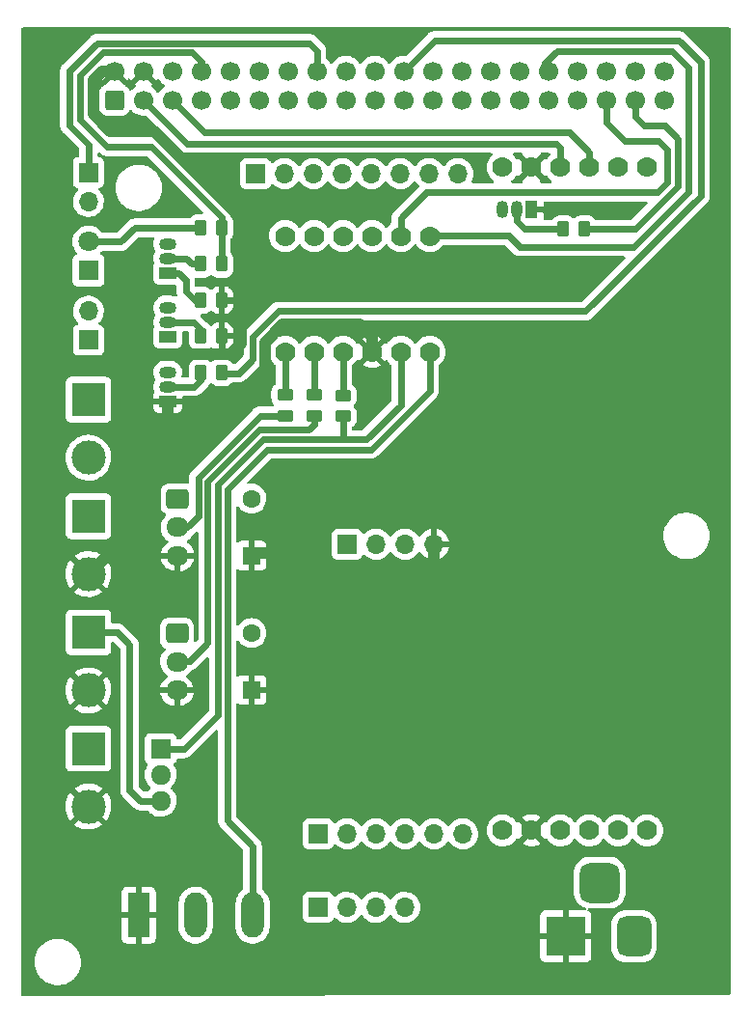
<source format=gtl>
G04 #@! TF.GenerationSoftware,KiCad,Pcbnew,(6.0.9)*
G04 #@! TF.CreationDate,2022-11-30T22:13:12-05:00*
G04 #@! TF.ProjectId,Roboshot,526f626f-7368-46f7-942e-6b696361645f,rev?*
G04 #@! TF.SameCoordinates,Original*
G04 #@! TF.FileFunction,Copper,L1,Top*
G04 #@! TF.FilePolarity,Positive*
%FSLAX46Y46*%
G04 Gerber Fmt 4.6, Leading zero omitted, Abs format (unit mm)*
G04 Created by KiCad (PCBNEW (6.0.9)) date 2022-11-30 22:13:12*
%MOMM*%
%LPD*%
G01*
G04 APERTURE LIST*
G04 Aperture macros list*
%AMRoundRect*
0 Rectangle with rounded corners*
0 $1 Rounding radius*
0 $2 $3 $4 $5 $6 $7 $8 $9 X,Y pos of 4 corners*
0 Add a 4 corners polygon primitive as box body*
4,1,4,$2,$3,$4,$5,$6,$7,$8,$9,$2,$3,0*
0 Add four circle primitives for the rounded corners*
1,1,$1+$1,$2,$3*
1,1,$1+$1,$4,$5*
1,1,$1+$1,$6,$7*
1,1,$1+$1,$8,$9*
0 Add four rect primitives between the rounded corners*
20,1,$1+$1,$2,$3,$4,$5,0*
20,1,$1+$1,$4,$5,$6,$7,0*
20,1,$1+$1,$6,$7,$8,$9,0*
20,1,$1+$1,$8,$9,$2,$3,0*%
G04 Aperture macros list end*
G04 #@! TA.AperFunction,ComponentPad*
%ADD10R,3.000000X3.000000*%
G04 #@! TD*
G04 #@! TA.AperFunction,ComponentPad*
%ADD11C,3.000000*%
G04 #@! TD*
G04 #@! TA.AperFunction,SMDPad,CuDef*
%ADD12RoundRect,0.250000X0.262500X0.450000X-0.262500X0.450000X-0.262500X-0.450000X0.262500X-0.450000X0*%
G04 #@! TD*
G04 #@! TA.AperFunction,ComponentPad*
%ADD13O,1.700000X1.700000*%
G04 #@! TD*
G04 #@! TA.AperFunction,ComponentPad*
%ADD14R,1.700000X1.700000*%
G04 #@! TD*
G04 #@! TA.AperFunction,ComponentPad*
%ADD15R,1.980000X3.960000*%
G04 #@! TD*
G04 #@! TA.AperFunction,ComponentPad*
%ADD16O,1.980000X3.960000*%
G04 #@! TD*
G04 #@! TA.AperFunction,ComponentPad*
%ADD17R,1.500000X1.050000*%
G04 #@! TD*
G04 #@! TA.AperFunction,ComponentPad*
%ADD18O,1.500000X1.050000*%
G04 #@! TD*
G04 #@! TA.AperFunction,ComponentPad*
%ADD19C,1.778000*%
G04 #@! TD*
G04 #@! TA.AperFunction,ComponentPad*
%ADD20R,1.800000X1.714500*%
G04 #@! TD*
G04 #@! TA.AperFunction,ComponentPad*
%ADD21O,1.800000X1.714500*%
G04 #@! TD*
G04 #@! TA.AperFunction,ComponentPad*
%ADD22R,1.800000X1.800000*%
G04 #@! TD*
G04 #@! TA.AperFunction,ComponentPad*
%ADD23C,1.800000*%
G04 #@! TD*
G04 #@! TA.AperFunction,ComponentPad*
%ADD24R,1.600000X1.600000*%
G04 #@! TD*
G04 #@! TA.AperFunction,ComponentPad*
%ADD25C,1.600000*%
G04 #@! TD*
G04 #@! TA.AperFunction,ComponentPad*
%ADD26RoundRect,0.250000X0.600000X-0.600000X0.600000X0.600000X-0.600000X0.600000X-0.600000X-0.600000X0*%
G04 #@! TD*
G04 #@! TA.AperFunction,ComponentPad*
%ADD27C,1.700000*%
G04 #@! TD*
G04 #@! TA.AperFunction,ComponentPad*
%ADD28R,3.500000X3.500000*%
G04 #@! TD*
G04 #@! TA.AperFunction,ComponentPad*
%ADD29RoundRect,0.750000X0.750000X1.000000X-0.750000X1.000000X-0.750000X-1.000000X0.750000X-1.000000X0*%
G04 #@! TD*
G04 #@! TA.AperFunction,ComponentPad*
%ADD30RoundRect,0.875000X0.875000X0.875000X-0.875000X0.875000X-0.875000X-0.875000X0.875000X-0.875000X0*%
G04 #@! TD*
G04 #@! TA.AperFunction,SMDPad,CuDef*
%ADD31RoundRect,0.250000X0.450000X-0.262500X0.450000X0.262500X-0.450000X0.262500X-0.450000X-0.262500X0*%
G04 #@! TD*
G04 #@! TA.AperFunction,SMDPad,CuDef*
%ADD32RoundRect,0.250000X-0.262500X-0.450000X0.262500X-0.450000X0.262500X0.450000X-0.262500X0.450000X0*%
G04 #@! TD*
G04 #@! TA.AperFunction,ComponentPad*
%ADD33RoundRect,0.250000X-0.725000X0.600000X-0.725000X-0.600000X0.725000X-0.600000X0.725000X0.600000X0*%
G04 #@! TD*
G04 #@! TA.AperFunction,ComponentPad*
%ADD34O,1.950000X1.700000*%
G04 #@! TD*
G04 #@! TA.AperFunction,SMDPad,CuDef*
%ADD35RoundRect,0.250000X-0.450000X0.262500X-0.450000X-0.262500X0.450000X-0.262500X0.450000X0.262500X0*%
G04 #@! TD*
G04 #@! TA.AperFunction,ComponentPad*
%ADD36R,1.050000X1.500000*%
G04 #@! TD*
G04 #@! TA.AperFunction,ComponentPad*
%ADD37O,1.050000X1.500000*%
G04 #@! TD*
G04 #@! TA.AperFunction,Conductor*
%ADD38C,0.600000*%
G04 #@! TD*
G04 #@! TA.AperFunction,Conductor*
%ADD39C,1.016000*%
G04 #@! TD*
G04 APERTURE END LIST*
D10*
X81076800Y-165228900D03*
D11*
X81076800Y-170308900D03*
D10*
X81076800Y-134620000D03*
D11*
X81076800Y-139700000D03*
D12*
X92758900Y-132232400D03*
X90933900Y-132232400D03*
D13*
X108864400Y-172696500D03*
X106324400Y-172696500D03*
X113944400Y-172696500D03*
X111404400Y-172696500D03*
X106324400Y-147296500D03*
D14*
X101244400Y-172696500D03*
D13*
X103784400Y-172696500D03*
D14*
X103784400Y-147296500D03*
D13*
X108864400Y-147296500D03*
X111404400Y-147296500D03*
D15*
X85496400Y-179832000D03*
D16*
X90496400Y-179832000D03*
X95496400Y-179832000D03*
D17*
X88037000Y-134748900D03*
D18*
X88037000Y-133478900D03*
X88037000Y-132208900D03*
D10*
X81076800Y-155041600D03*
D11*
X81076800Y-160121600D03*
D19*
X130149600Y-114225700D03*
X130149600Y-172391700D03*
X127609600Y-114225700D03*
X127609600Y-172391700D03*
X125069600Y-114225700D03*
X125069600Y-172391700D03*
X122529600Y-114225700D03*
X122529600Y-172391700D03*
X117449600Y-114225700D03*
X117449600Y-172391700D03*
X119989600Y-114225700D03*
X119989600Y-172391700D03*
D20*
X87425600Y-165247700D03*
D21*
X87425600Y-167533700D03*
X87425600Y-169819700D03*
D12*
X92758900Y-129057400D03*
X90933900Y-129057400D03*
D22*
X81076800Y-123291600D03*
D23*
X81076800Y-120751600D03*
D17*
X88032600Y-129059300D03*
D18*
X88032600Y-127789300D03*
X88032600Y-126519300D03*
D24*
X95402400Y-148300251D03*
D25*
X95402400Y-143300251D03*
D14*
X101244400Y-179148100D03*
D13*
X103784400Y-179148100D03*
X106324400Y-179148100D03*
X108864400Y-179148100D03*
D12*
X124610500Y-119634000D03*
X122785500Y-119634000D03*
D26*
X83362800Y-108332900D03*
D27*
X83362800Y-105792900D03*
X85902800Y-108332900D03*
X85902800Y-105792900D03*
X88442800Y-108332900D03*
X88442800Y-105792900D03*
X90982800Y-108332900D03*
X90982800Y-105792900D03*
X93522800Y-108332900D03*
X93522800Y-105792900D03*
X96062800Y-108332900D03*
X96062800Y-105792900D03*
X98602800Y-108332900D03*
X98602800Y-105792900D03*
X101142800Y-108332900D03*
X101142800Y-105792900D03*
X103682800Y-108332900D03*
X103682800Y-105792900D03*
X106222800Y-108332900D03*
X106222800Y-105792900D03*
X108762800Y-108332900D03*
X108762800Y-105792900D03*
X111302800Y-108332900D03*
X111302800Y-105792900D03*
X113842800Y-108332900D03*
X113842800Y-105792900D03*
X116382800Y-108332900D03*
X116382800Y-105792900D03*
X118922800Y-108332900D03*
X118922800Y-105792900D03*
X121462800Y-108332900D03*
X121462800Y-105792900D03*
X124002800Y-108332900D03*
X124002800Y-105792900D03*
X126542800Y-108332900D03*
X126542800Y-105792900D03*
X129082800Y-108332900D03*
X129082800Y-105792900D03*
X131622800Y-108332900D03*
X131622800Y-105792900D03*
D17*
X88032600Y-123471300D03*
D18*
X88032600Y-122201300D03*
X88032600Y-120931300D03*
D12*
X92757000Y-119532400D03*
X90932000Y-119532400D03*
D28*
X122981200Y-181680400D03*
D29*
X128981200Y-181680400D03*
D30*
X125981200Y-176980400D03*
D31*
X103428800Y-136067800D03*
X103428800Y-134242800D03*
D12*
X92758900Y-122707400D03*
X90933900Y-122707400D03*
D14*
X95758000Y-114784500D03*
D13*
X98298000Y-114784500D03*
X100838000Y-114784500D03*
X103378000Y-114784500D03*
X105918000Y-114784500D03*
X108458000Y-114784500D03*
X110998000Y-114784500D03*
X113538000Y-114784500D03*
D10*
X81076800Y-144830800D03*
D11*
X81076800Y-149910800D03*
D32*
X90933900Y-125882400D03*
X92758900Y-125882400D03*
D33*
X88849200Y-155121600D03*
D34*
X88849200Y-157621600D03*
X88849200Y-160121600D03*
D35*
X100888800Y-134190100D03*
X100888800Y-136015100D03*
D36*
X119989600Y-117957600D03*
D37*
X118719600Y-117957600D03*
X117449600Y-117957600D03*
D14*
X81076800Y-129387600D03*
D13*
X81076800Y-126847600D03*
D19*
X103416100Y-130412800D03*
X103416100Y-120252800D03*
X105956100Y-130412800D03*
X111036100Y-130412800D03*
X108496100Y-130412800D03*
X100876100Y-130412800D03*
X98336100Y-130412800D03*
X105956100Y-120252800D03*
X111036100Y-120252800D03*
X108496100Y-120252800D03*
X100876100Y-120252800D03*
X98336100Y-120252800D03*
D14*
X81076800Y-114677900D03*
D13*
X81076800Y-117217900D03*
D33*
X88900000Y-143306800D03*
D34*
X88900000Y-145806800D03*
X88900000Y-148306800D03*
D35*
X98348800Y-134190100D03*
X98348800Y-136015100D03*
D24*
X95402400Y-160085851D03*
D25*
X95402400Y-155085851D03*
D38*
X108496100Y-118681500D02*
X108496100Y-120252800D01*
X131927600Y-115519200D02*
X131036700Y-116410100D01*
X131138300Y-111912400D02*
X131927600Y-112701700D01*
X128168400Y-111912400D02*
X131138300Y-111912400D01*
X131927600Y-112701700D02*
X131927600Y-115519200D01*
X131036700Y-116410100D02*
X110767500Y-116410100D01*
X126542800Y-110286800D02*
X128168400Y-111912400D01*
X110767500Y-116410100D02*
X108496100Y-118681500D01*
X126542800Y-108332900D02*
X126542800Y-110286800D01*
X132842000Y-115874800D02*
X129082800Y-119634000D01*
X132842000Y-111736500D02*
X132842000Y-115874800D01*
X129895600Y-110591600D02*
X131697100Y-110591600D01*
X129082800Y-119634000D02*
X124610500Y-119634000D01*
X129082800Y-109778800D02*
X129895600Y-110591600D01*
X129082800Y-108332900D02*
X129082800Y-109778800D01*
X131697100Y-110591600D02*
X132842000Y-111736500D01*
X84683600Y-168859200D02*
X84683600Y-156108400D01*
X85649800Y-169825400D02*
X84683600Y-168859200D01*
X103416100Y-130412800D02*
X103416100Y-134230100D01*
X84683600Y-156108400D02*
X83616800Y-155041600D01*
X87217600Y-169825400D02*
X85649800Y-169825400D01*
X83616800Y-155041600D02*
X81076800Y-155041600D01*
X91264100Y-111177700D02*
X123318900Y-111177700D01*
X123318900Y-111177700D02*
X125069600Y-112928400D01*
X88442800Y-108332900D02*
X88442800Y-108356400D01*
X125069600Y-112928400D02*
X125069600Y-114225700D01*
X88442800Y-108356400D02*
X91264100Y-111177700D01*
X100876100Y-130412800D02*
X100888800Y-130425500D01*
X100888800Y-130425500D02*
X100888800Y-134190100D01*
X96086300Y-137238100D02*
X91541600Y-141782800D01*
X91541600Y-141782800D02*
X91541600Y-155956000D01*
X89966800Y-157530800D02*
X88827900Y-157530800D01*
X91541600Y-155956000D02*
X89966800Y-157530800D01*
X100431600Y-137238100D02*
X96086300Y-137238100D01*
X100888800Y-136015100D02*
X100888800Y-136780900D01*
X100888800Y-136780900D02*
X100431600Y-137238100D01*
X89778651Y-145812500D02*
X88442800Y-145812500D01*
X98348800Y-136015100D02*
X96140900Y-136015100D01*
X96140900Y-136015100D02*
X90728800Y-141427200D01*
X90728800Y-144862351D02*
X89778651Y-145812500D01*
X90728800Y-141427200D02*
X90728800Y-144862351D01*
X105484300Y-138101700D02*
X103659300Y-138101700D01*
X103659300Y-138101700D02*
X96391100Y-138101700D01*
X96391100Y-138101700D02*
X92456000Y-142036800D01*
X103428800Y-137871200D02*
X103659300Y-138101700D01*
X108496100Y-130412800D02*
X108496100Y-135089900D01*
X89457800Y-165253400D02*
X87217600Y-165253400D01*
X92456000Y-142036800D02*
X92456000Y-162255200D01*
X108496100Y-135089900D02*
X105484300Y-138101700D01*
X92456000Y-162255200D02*
X89457800Y-165253400D01*
X103428800Y-136067800D02*
X103428800Y-137871200D01*
X98336100Y-134177400D02*
X98348800Y-134190100D01*
X98336100Y-130824600D02*
X98336100Y-134177400D01*
X105890700Y-138965300D02*
X96746700Y-138965300D01*
X111036100Y-130412800D02*
X111036100Y-133819900D01*
X95496400Y-173779200D02*
X95496400Y-179882800D01*
X111036100Y-133819900D02*
X105890700Y-138965300D01*
X96746700Y-138965300D02*
X93268800Y-142443200D01*
X93268800Y-142443200D02*
X93268800Y-171551600D01*
X93268800Y-171551600D02*
X95496400Y-173779200D01*
X121146500Y-105799800D02*
X121146500Y-105093200D01*
X133756400Y-116382800D02*
X128930400Y-121208800D01*
X121146500Y-105093200D02*
X122224800Y-104014900D01*
X122224800Y-104014900D02*
X132334000Y-104014900D01*
X111068800Y-120220100D02*
X111036100Y-120252800D01*
X128930400Y-121208800D02*
X118973600Y-121208800D01*
X133756400Y-105437300D02*
X133756400Y-116382800D01*
X118973600Y-121208800D02*
X117984900Y-120220100D01*
X117984900Y-120220100D02*
X111068800Y-120220100D01*
X132334000Y-104014900D02*
X133756400Y-105437300D01*
X100455100Y-103327200D02*
X81838800Y-103327200D01*
X101142800Y-105792900D02*
X101142800Y-104014900D01*
X101142800Y-104014900D02*
X100455100Y-103327200D01*
X81838800Y-103327200D02*
X79400400Y-105765600D01*
X81076800Y-112244500D02*
X81076800Y-114677900D01*
X79400400Y-110568100D02*
X81076800Y-112244500D01*
X79400400Y-105765600D02*
X79400400Y-110568100D01*
X83921600Y-120751600D02*
X85140800Y-119532400D01*
X85140800Y-119532400D02*
X90932000Y-119532400D01*
X81076800Y-120751600D02*
X83921600Y-120751600D01*
X122174000Y-112142900D02*
X89740100Y-112142900D01*
X89740100Y-112142900D02*
X85937000Y-108339800D01*
X122529600Y-112498500D02*
X122174000Y-112142900D01*
X122529600Y-114225700D02*
X122529600Y-112498500D01*
X90345900Y-133478900D02*
X88037000Y-133478900D01*
X90933900Y-132890900D02*
X90345900Y-133478900D01*
X90933900Y-132232400D02*
X90933900Y-132890900D01*
X124714000Y-126847600D02*
X97739200Y-126847600D01*
X97739200Y-126847600D02*
X95504000Y-129082800D01*
X132943600Y-103100500D02*
X134823200Y-104980100D01*
X134823200Y-104980100D02*
X134823200Y-116738400D01*
X95504000Y-131064000D02*
X94284800Y-132283200D01*
X134823200Y-116738400D02*
X124714000Y-126847600D01*
X111455200Y-103100500D02*
X132943600Y-103100500D01*
X95504000Y-129082800D02*
X95504000Y-131064000D01*
X94284800Y-132283200D02*
X93266900Y-132283200D01*
X108762800Y-105792900D02*
X111455200Y-103100500D01*
D39*
X85242400Y-133072500D02*
X85242400Y-145745200D01*
X81483200Y-106605700D02*
X82296000Y-105792900D01*
D38*
X94437200Y-125882400D02*
X94488000Y-125933200D01*
D39*
X94488000Y-118719600D02*
X86817200Y-111048800D01*
X100939600Y-150063200D02*
X98939151Y-148062751D01*
X85242400Y-136499600D02*
X85242400Y-131876800D01*
X94488000Y-125933200D02*
X94488000Y-118719600D01*
X88037000Y-134748900D02*
X88037000Y-136499000D01*
X86461600Y-130657600D02*
X91897200Y-130657600D01*
X92608400Y-130657600D02*
X93522800Y-130657600D01*
D38*
X92758900Y-129057400D02*
X92758900Y-130507100D01*
D39*
X93522800Y-130657600D02*
X94488000Y-129692400D01*
X86817200Y-111048800D02*
X82979900Y-111048800D01*
X82979900Y-111048800D02*
X81483200Y-109552100D01*
X81483200Y-109552100D02*
X81483200Y-106605700D01*
X98145600Y-128016000D02*
X104902000Y-128016000D01*
X86207600Y-130911600D02*
X86461600Y-130657600D01*
X94488000Y-129692400D02*
X94488000Y-125933200D01*
X104902000Y-128016000D02*
X105956100Y-129070100D01*
X85242400Y-145745200D02*
X81076800Y-149910800D01*
X88036400Y-136499600D02*
X85242400Y-136499600D01*
D38*
X92758900Y-130507100D02*
X92608400Y-130657600D01*
D39*
X96570800Y-129590800D02*
X98145600Y-128016000D01*
X98939151Y-148062751D02*
X95402400Y-148062751D01*
X87731600Y-136499600D02*
X91948000Y-136499600D01*
X91998800Y-130657600D02*
X92608400Y-130657600D01*
X110134400Y-150063200D02*
X100939600Y-150063200D01*
X105956100Y-129070100D02*
X105956100Y-130412800D01*
X85242400Y-131876800D02*
X86207600Y-130911600D01*
D38*
X92758900Y-125882400D02*
X94437200Y-125882400D01*
D39*
X82296000Y-105792900D02*
X83362800Y-105792900D01*
X91948000Y-136499600D02*
X96570800Y-131876800D01*
X111404400Y-148793200D02*
X110134400Y-150063200D01*
X111404400Y-147296500D02*
X111404400Y-148793200D01*
X88037000Y-136499000D02*
X88036400Y-136499600D01*
X96570800Y-131876800D02*
X96570800Y-129590800D01*
D38*
X82346800Y-104140000D02*
X90193500Y-104140000D01*
X80314800Y-110032800D02*
X80314800Y-106172000D01*
X92760800Y-119024400D02*
X92757000Y-119020600D01*
X90193500Y-104140000D02*
X90982800Y-104929300D01*
X80314800Y-106172000D02*
X82346800Y-104140000D01*
X86563200Y-112420400D02*
X82702400Y-112420400D01*
X92758900Y-122707400D02*
X92760800Y-122705500D01*
X82702400Y-112420400D02*
X80314800Y-110032800D01*
X90982800Y-104929300D02*
X90982800Y-105792900D01*
X92760800Y-122705500D02*
X92760800Y-119024400D01*
X92757000Y-119020600D02*
X92757000Y-118614200D01*
X92757000Y-118614200D02*
X86563200Y-112420400D01*
X90933900Y-128424300D02*
X90298900Y-127789300D01*
X90933900Y-129057400D02*
X90933900Y-128424300D01*
X90298900Y-127789300D02*
X88032600Y-127789300D01*
X90933900Y-125882400D02*
X90373200Y-125882400D01*
X89611200Y-124104400D02*
X88978100Y-123471300D01*
X90373200Y-125882400D02*
X89611200Y-125120400D01*
X89611200Y-125120400D02*
X89611200Y-124104400D01*
X88978100Y-123471300D02*
X88032600Y-123471300D01*
X90195400Y-122707400D02*
X90933900Y-122707400D01*
X89689300Y-122201300D02*
X90195400Y-122707400D01*
X88233900Y-122201300D02*
X89689300Y-122201300D01*
X118719600Y-118086500D02*
X118719600Y-118973600D01*
X118719600Y-118973600D02*
X119380000Y-119634000D01*
X119380000Y-119634000D02*
X122785500Y-119634000D01*
G04 #@! TA.AperFunction,Conductor*
G36*
X137406421Y-101976102D02*
G01*
X137452914Y-102029758D01*
X137464300Y-102082100D01*
X137464300Y-186716917D01*
X137444298Y-186785038D01*
X137390642Y-186831531D01*
X137338502Y-186842917D01*
X127959846Y-186857971D01*
X75310702Y-186942480D01*
X75242549Y-186922587D01*
X75195971Y-186869006D01*
X75184500Y-186816480D01*
X75184500Y-183925466D01*
X76347264Y-183925466D01*
X76347677Y-183932621D01*
X76363216Y-184202135D01*
X76364041Y-184206342D01*
X76364042Y-184206347D01*
X76375647Y-184265496D01*
X76416570Y-184474079D01*
X76506336Y-184736265D01*
X76533789Y-184790849D01*
X76612260Y-184946871D01*
X76630855Y-184983844D01*
X76633281Y-184987373D01*
X76633284Y-184987379D01*
X76670733Y-185041867D01*
X76787822Y-185212232D01*
X76974333Y-185417205D01*
X77186936Y-185594968D01*
X77190577Y-185597252D01*
X77418057Y-185739951D01*
X77418061Y-185739953D01*
X77421697Y-185742234D01*
X77425607Y-185743999D01*
X77425608Y-185744000D01*
X77670360Y-185854510D01*
X77670364Y-185854512D01*
X77674272Y-185856276D01*
X77678392Y-185857496D01*
X77678391Y-185857496D01*
X77935875Y-185933766D01*
X77935879Y-185933767D01*
X77939988Y-185934984D01*
X77944225Y-185935632D01*
X77944228Y-185935633D01*
X78173246Y-185970678D01*
X78213927Y-185976903D01*
X78355002Y-185979119D01*
X78486730Y-185981189D01*
X78486736Y-185981189D01*
X78491021Y-185981256D01*
X78766142Y-185947963D01*
X79034199Y-185877639D01*
X79290232Y-185771587D01*
X79529503Y-185631768D01*
X79747585Y-185460770D01*
X79789803Y-185417205D01*
X79937459Y-185264835D01*
X79940442Y-185261757D01*
X79942975Y-185258309D01*
X79942979Y-185258304D01*
X80101967Y-185041867D01*
X80104505Y-185038412D01*
X80236739Y-184794867D01*
X80334697Y-184535629D01*
X80396566Y-184265496D01*
X80421201Y-183989465D01*
X80421648Y-183946800D01*
X80421479Y-183944320D01*
X80403091Y-183674591D01*
X80403090Y-183674585D01*
X80402799Y-183670314D01*
X80379918Y-183559823D01*
X80362366Y-183475069D01*
X120723201Y-183475069D01*
X120723571Y-183481890D01*
X120729095Y-183532752D01*
X120732721Y-183548004D01*
X120777876Y-183668454D01*
X120786414Y-183684049D01*
X120862915Y-183786124D01*
X120875476Y-183798685D01*
X120977551Y-183875186D01*
X120993146Y-183883724D01*
X121113594Y-183928878D01*
X121128849Y-183932505D01*
X121179714Y-183938031D01*
X121186528Y-183938400D01*
X122709085Y-183938400D01*
X122724324Y-183933925D01*
X122725529Y-183932535D01*
X122727200Y-183924852D01*
X122727200Y-183920284D01*
X123235200Y-183920284D01*
X123239675Y-183935523D01*
X123241065Y-183936728D01*
X123248748Y-183938399D01*
X124775869Y-183938399D01*
X124782690Y-183938029D01*
X124833552Y-183932505D01*
X124848804Y-183928879D01*
X124969254Y-183883724D01*
X124984849Y-183875186D01*
X125086924Y-183798685D01*
X125099485Y-183786124D01*
X125175986Y-183684049D01*
X125184524Y-183668454D01*
X125229678Y-183548006D01*
X125233305Y-183532751D01*
X125238831Y-183481886D01*
X125239200Y-183475072D01*
X125239200Y-182742942D01*
X126972700Y-182742942D01*
X126984222Y-182884600D01*
X126985556Y-182889795D01*
X126985556Y-182889796D01*
X127038695Y-183096761D01*
X127040090Y-183102194D01*
X127133609Y-183306455D01*
X127261820Y-183490927D01*
X127420673Y-183649780D01*
X127605145Y-183777991D01*
X127809406Y-183871510D01*
X127814838Y-183872905D01*
X127814839Y-183872905D01*
X128017162Y-183924852D01*
X128027000Y-183927378D01*
X128080905Y-183931762D01*
X128166108Y-183938693D01*
X128166118Y-183938693D01*
X128168658Y-183938900D01*
X129793742Y-183938900D01*
X129796282Y-183938693D01*
X129796292Y-183938693D01*
X129881495Y-183931762D01*
X129935400Y-183927378D01*
X129945239Y-183924852D01*
X130147561Y-183872905D01*
X130147562Y-183872905D01*
X130152994Y-183871510D01*
X130357255Y-183777991D01*
X130541727Y-183649780D01*
X130700580Y-183490927D01*
X130828791Y-183306455D01*
X130922310Y-183102194D01*
X130923705Y-183096761D01*
X130976844Y-182889796D01*
X130976844Y-182889795D01*
X130978178Y-182884600D01*
X130989700Y-182742942D01*
X130989700Y-180617858D01*
X130978178Y-180476200D01*
X130971931Y-180451867D01*
X130923705Y-180264039D01*
X130923705Y-180264038D01*
X130922310Y-180258606D01*
X130828791Y-180054345D01*
X130700580Y-179869873D01*
X130541727Y-179711020D01*
X130357255Y-179582809D01*
X130152994Y-179489290D01*
X130105423Y-179477076D01*
X129940596Y-179434756D01*
X129940595Y-179434756D01*
X129935400Y-179433422D01*
X129871997Y-179428265D01*
X129796292Y-179422107D01*
X129796282Y-179422107D01*
X129793742Y-179421900D01*
X128168658Y-179421900D01*
X128166118Y-179422107D01*
X128166108Y-179422107D01*
X128090403Y-179428265D01*
X128027000Y-179433422D01*
X128021805Y-179434756D01*
X128021804Y-179434756D01*
X127856977Y-179477076D01*
X127809406Y-179489290D01*
X127605145Y-179582809D01*
X127420673Y-179711020D01*
X127261820Y-179869873D01*
X127133609Y-180054345D01*
X127040090Y-180258606D01*
X127038695Y-180264038D01*
X127038695Y-180264039D01*
X126990470Y-180451867D01*
X126984222Y-180476200D01*
X126972700Y-180617858D01*
X126972700Y-182742942D01*
X125239200Y-182742942D01*
X125239200Y-181952515D01*
X125234725Y-181937276D01*
X125233335Y-181936071D01*
X125225652Y-181934400D01*
X123253315Y-181934400D01*
X123238076Y-181938875D01*
X123236871Y-181940265D01*
X123235200Y-181947948D01*
X123235200Y-183920284D01*
X122727200Y-183920284D01*
X122727200Y-181952515D01*
X122722725Y-181937276D01*
X122721335Y-181936071D01*
X122713652Y-181934400D01*
X120741316Y-181934400D01*
X120726077Y-181938875D01*
X120724872Y-181940265D01*
X120723201Y-181947948D01*
X120723201Y-183475069D01*
X80362366Y-183475069D01*
X80347472Y-183403150D01*
X80346601Y-183398944D01*
X80341604Y-183384831D01*
X80255525Y-183141752D01*
X80254094Y-183137711D01*
X80126989Y-182891451D01*
X79967639Y-182664718D01*
X79778992Y-182461710D01*
X79564539Y-182286183D01*
X79515722Y-182256268D01*
X79331899Y-182143620D01*
X79331891Y-182143616D01*
X79328249Y-182141384D01*
X79324332Y-182139665D01*
X79324329Y-182139663D01*
X79175678Y-182074410D01*
X79074493Y-182029993D01*
X79070365Y-182028817D01*
X79070362Y-182028816D01*
X78988317Y-182005445D01*
X78807968Y-181954071D01*
X78803726Y-181953467D01*
X78803720Y-181953466D01*
X78537855Y-181915628D01*
X78533604Y-181915023D01*
X78387515Y-181914258D01*
X78260766Y-181913594D01*
X78260760Y-181913594D01*
X78256480Y-181913572D01*
X78252235Y-181914131D01*
X78252233Y-181914131D01*
X78194819Y-181921690D01*
X77981723Y-181949745D01*
X77714417Y-182022871D01*
X77710469Y-182024555D01*
X77463461Y-182129913D01*
X77463457Y-182129915D01*
X77459509Y-182131599D01*
X77353199Y-182195224D01*
X77225397Y-182271711D01*
X77225393Y-182271714D01*
X77221715Y-182273915D01*
X77218372Y-182276593D01*
X77218368Y-182276596D01*
X77161729Y-182321973D01*
X77005436Y-182447188D01*
X76814673Y-182648209D01*
X76652958Y-182873260D01*
X76523281Y-183118177D01*
X76428044Y-183378426D01*
X76369007Y-183649193D01*
X76347264Y-183925466D01*
X75184500Y-183925466D01*
X75184500Y-181856669D01*
X83998401Y-181856669D01*
X83998771Y-181863490D01*
X84004295Y-181914352D01*
X84007921Y-181929604D01*
X84053076Y-182050054D01*
X84061614Y-182065649D01*
X84138115Y-182167724D01*
X84150676Y-182180285D01*
X84252751Y-182256786D01*
X84268346Y-182265324D01*
X84388794Y-182310478D01*
X84404049Y-182314105D01*
X84454914Y-182319631D01*
X84461728Y-182320000D01*
X85224285Y-182320000D01*
X85239524Y-182315525D01*
X85240729Y-182314135D01*
X85242400Y-182306452D01*
X85242400Y-182301884D01*
X85750400Y-182301884D01*
X85754875Y-182317123D01*
X85756265Y-182318328D01*
X85763948Y-182319999D01*
X86531069Y-182319999D01*
X86537890Y-182319629D01*
X86588752Y-182314105D01*
X86604004Y-182310479D01*
X86724454Y-182265324D01*
X86740049Y-182256786D01*
X86842124Y-182180285D01*
X86854685Y-182167724D01*
X86931186Y-182065649D01*
X86939724Y-182050054D01*
X86984878Y-181929606D01*
X86988505Y-181914351D01*
X86994031Y-181863486D01*
X86994400Y-181856672D01*
X86994400Y-180884469D01*
X88997900Y-180884469D01*
X88998112Y-180887042D01*
X88998112Y-180887053D01*
X89012531Y-181062432D01*
X89012532Y-181062438D01*
X89012955Y-181067583D01*
X89072984Y-181306570D01*
X89075042Y-181311303D01*
X89075043Y-181311306D01*
X89123142Y-181421925D01*
X89171240Y-181532544D01*
X89174044Y-181536878D01*
X89174046Y-181536882D01*
X89302274Y-181735092D01*
X89302279Y-181735098D01*
X89305085Y-181739436D01*
X89470923Y-181921690D01*
X89474974Y-181924889D01*
X89474978Y-181924893D01*
X89597608Y-182021739D01*
X89664301Y-182074410D01*
X89747082Y-182120108D01*
X89856092Y-182180285D01*
X89880025Y-182193497D01*
X90112303Y-182275750D01*
X90117395Y-182276657D01*
X90349807Y-182318057D01*
X90349811Y-182318057D01*
X90354895Y-182318963D01*
X90434314Y-182319933D01*
X90596118Y-182321910D01*
X90596120Y-182321910D01*
X90601288Y-182321973D01*
X90844864Y-182284701D01*
X91079082Y-182208147D01*
X91083670Y-182205759D01*
X91083674Y-182205757D01*
X91293063Y-182096756D01*
X91293064Y-182096755D01*
X91297652Y-182094367D01*
X91301785Y-182091264D01*
X91301788Y-182091262D01*
X91490568Y-181949521D01*
X91490570Y-181949519D01*
X91494703Y-181946416D01*
X91664945Y-181768269D01*
X91687577Y-181735092D01*
X91800885Y-181568989D01*
X91800888Y-181568984D01*
X91803804Y-181564709D01*
X91805980Y-181560020D01*
X91805984Y-181560014D01*
X91905375Y-181345894D01*
X91905377Y-181345889D01*
X91907552Y-181341203D01*
X91917157Y-181306570D01*
X91972023Y-181108726D01*
X91972023Y-181108725D01*
X91973402Y-181103753D01*
X91994900Y-180902594D01*
X91994900Y-178779531D01*
X91993136Y-178758071D01*
X91980269Y-178601568D01*
X91980268Y-178601562D01*
X91979845Y-178596417D01*
X91919816Y-178357430D01*
X91917757Y-178352694D01*
X91823620Y-178136193D01*
X91823618Y-178136190D01*
X91821560Y-178131456D01*
X91803789Y-178103986D01*
X91690526Y-177928908D01*
X91690521Y-177928902D01*
X91687715Y-177924564D01*
X91521877Y-177742310D01*
X91517826Y-177739111D01*
X91517822Y-177739107D01*
X91359339Y-177613946D01*
X91328499Y-177589590D01*
X91184153Y-177509906D01*
X91117306Y-177473004D01*
X91117303Y-177473003D01*
X91112775Y-177470503D01*
X90880497Y-177388250D01*
X90825857Y-177378517D01*
X90642993Y-177345943D01*
X90642989Y-177345943D01*
X90637905Y-177345037D01*
X90553100Y-177344001D01*
X90396682Y-177342090D01*
X90396680Y-177342090D01*
X90391512Y-177342027D01*
X90147936Y-177379299D01*
X89913718Y-177455853D01*
X89909130Y-177458241D01*
X89909126Y-177458243D01*
X89699737Y-177567244D01*
X89695148Y-177569633D01*
X89691015Y-177572736D01*
X89691012Y-177572738D01*
X89502232Y-177714479D01*
X89498097Y-177717584D01*
X89327855Y-177895731D01*
X89324941Y-177900003D01*
X89324940Y-177900004D01*
X89191915Y-178095011D01*
X89191912Y-178095016D01*
X89188996Y-178099291D01*
X89186820Y-178103980D01*
X89186816Y-178103986D01*
X89090001Y-178312557D01*
X89085248Y-178322797D01*
X89083868Y-178327775D01*
X89083866Y-178327779D01*
X89047213Y-178459949D01*
X89019398Y-178560247D01*
X89014982Y-178601568D01*
X89002986Y-178713820D01*
X88997900Y-178761406D01*
X88997900Y-180884469D01*
X86994400Y-180884469D01*
X86994400Y-180104115D01*
X86989925Y-180088876D01*
X86988535Y-180087671D01*
X86980852Y-180086000D01*
X85768515Y-180086000D01*
X85753276Y-180090475D01*
X85752071Y-180091865D01*
X85750400Y-180099548D01*
X85750400Y-182301884D01*
X85242400Y-182301884D01*
X85242400Y-180104115D01*
X85237925Y-180088876D01*
X85236535Y-180087671D01*
X85228852Y-180086000D01*
X84016516Y-180086000D01*
X84001277Y-180090475D01*
X84000072Y-180091865D01*
X83998401Y-180099548D01*
X83998401Y-181856669D01*
X75184500Y-181856669D01*
X75184500Y-179559885D01*
X83998400Y-179559885D01*
X84002875Y-179575124D01*
X84004265Y-179576329D01*
X84011948Y-179578000D01*
X85224285Y-179578000D01*
X85239524Y-179573525D01*
X85240729Y-179572135D01*
X85242400Y-179564452D01*
X85242400Y-179559885D01*
X85750400Y-179559885D01*
X85754875Y-179575124D01*
X85756265Y-179576329D01*
X85763948Y-179578000D01*
X86976284Y-179578000D01*
X86991523Y-179573525D01*
X86992728Y-179572135D01*
X86994399Y-179564452D01*
X86994399Y-177807331D01*
X86994029Y-177800510D01*
X86988505Y-177749648D01*
X86984879Y-177734396D01*
X86939724Y-177613946D01*
X86931186Y-177598351D01*
X86854685Y-177496276D01*
X86842124Y-177483715D01*
X86740049Y-177407214D01*
X86724454Y-177398676D01*
X86604006Y-177353522D01*
X86588751Y-177349895D01*
X86537886Y-177344369D01*
X86531072Y-177344000D01*
X85768515Y-177344000D01*
X85753276Y-177348475D01*
X85752071Y-177349865D01*
X85750400Y-177357548D01*
X85750400Y-179559885D01*
X85242400Y-179559885D01*
X85242400Y-177362116D01*
X85237925Y-177346877D01*
X85236535Y-177345672D01*
X85228852Y-177344001D01*
X84461731Y-177344001D01*
X84454910Y-177344371D01*
X84404048Y-177349895D01*
X84388796Y-177353521D01*
X84268346Y-177398676D01*
X84252751Y-177407214D01*
X84150676Y-177483715D01*
X84138115Y-177496276D01*
X84061614Y-177598351D01*
X84053076Y-177613946D01*
X84007922Y-177734394D01*
X84004295Y-177749649D01*
X83998769Y-177800514D01*
X83998400Y-177807328D01*
X83998400Y-179559885D01*
X75184500Y-179559885D01*
X75184500Y-171898554D01*
X79852418Y-171898554D01*
X79859473Y-171908527D01*
X79890479Y-171934451D01*
X79897398Y-171939479D01*
X80122072Y-172080415D01*
X80129607Y-172084456D01*
X80371320Y-172193594D01*
X80379351Y-172196580D01*
X80633632Y-172271902D01*
X80641984Y-172273769D01*
X80904140Y-172313884D01*
X80912674Y-172314600D01*
X81177845Y-172318767D01*
X81186396Y-172318318D01*
X81449683Y-172286457D01*
X81458084Y-172284855D01*
X81714624Y-172217553D01*
X81722726Y-172214826D01*
X81967749Y-172113334D01*
X81975417Y-172109528D01*
X82204398Y-171975722D01*
X82211479Y-171970909D01*
X82291455Y-171908201D01*
X82299925Y-171896342D01*
X82293408Y-171884718D01*
X81089612Y-170680922D01*
X81075668Y-170673308D01*
X81073835Y-170673439D01*
X81067220Y-170677690D01*
X79859710Y-171885200D01*
X79852418Y-171898554D01*
X75184500Y-171898554D01*
X75184500Y-170292104D01*
X79064465Y-170292104D01*
X79079732Y-170556869D01*
X79080805Y-170565370D01*
X79131865Y-170825622D01*
X79134076Y-170833874D01*
X79219984Y-171084794D01*
X79223299Y-171092679D01*
X79342464Y-171329613D01*
X79346820Y-171336979D01*
X79476147Y-171525150D01*
X79486401Y-171533494D01*
X79500142Y-171526348D01*
X80704778Y-170321712D01*
X80711156Y-170310032D01*
X81441208Y-170310032D01*
X81441339Y-170311865D01*
X81445590Y-170318480D01*
X82652530Y-171525420D01*
X82664739Y-171532087D01*
X82676239Y-171523397D01*
X82773631Y-171390813D01*
X82778218Y-171383585D01*
X82904762Y-171150521D01*
X82908330Y-171142727D01*
X83002071Y-170894650D01*
X83004548Y-170886444D01*
X83063754Y-170627938D01*
X83065094Y-170619477D01*
X83088831Y-170353516D01*
X83089077Y-170348577D01*
X83089466Y-170311385D01*
X83089323Y-170306419D01*
X83071162Y-170040023D01*
X83070001Y-170031549D01*
X83016219Y-169771844D01*
X83013920Y-169763609D01*
X82925388Y-169513605D01*
X82921991Y-169505754D01*
X82800350Y-169270078D01*
X82795922Y-169262766D01*
X82676831Y-169093317D01*
X82666309Y-169084937D01*
X82652921Y-169091989D01*
X81448822Y-170296088D01*
X81441208Y-170310032D01*
X80711156Y-170310032D01*
X80712392Y-170307768D01*
X80712261Y-170305935D01*
X80708010Y-170299320D01*
X79500614Y-169091924D01*
X79488604Y-169085366D01*
X79476864Y-169094334D01*
X79368735Y-169244811D01*
X79364218Y-169252096D01*
X79240125Y-169486467D01*
X79236639Y-169494295D01*
X79145500Y-169743346D01*
X79143111Y-169751570D01*
X79086612Y-170010695D01*
X79085363Y-170019150D01*
X79064554Y-170283553D01*
X79064465Y-170292104D01*
X75184500Y-170292104D01*
X75184500Y-168721400D01*
X79853384Y-168721400D01*
X79859780Y-168732670D01*
X81063988Y-169936878D01*
X81077932Y-169944492D01*
X81079765Y-169944361D01*
X81086380Y-169940110D01*
X82293404Y-168733086D01*
X82300595Y-168719917D01*
X82293273Y-168709680D01*
X82246033Y-168671015D01*
X82239061Y-168666060D01*
X82012922Y-168527482D01*
X82005352Y-168523524D01*
X81762504Y-168416922D01*
X81754444Y-168414020D01*
X81499392Y-168341367D01*
X81491014Y-168339585D01*
X81228456Y-168302218D01*
X81219911Y-168301591D01*
X80954708Y-168300202D01*
X80946174Y-168300739D01*
X80683233Y-168335356D01*
X80674835Y-168337049D01*
X80419038Y-168407027D01*
X80410943Y-168409846D01*
X80166999Y-168513897D01*
X80159377Y-168517781D01*
X79931813Y-168653975D01*
X79924781Y-168658862D01*
X79861853Y-168709277D01*
X79853384Y-168721400D01*
X75184500Y-168721400D01*
X75184500Y-166777034D01*
X79068300Y-166777034D01*
X79075055Y-166839216D01*
X79126185Y-166975605D01*
X79213539Y-167092161D01*
X79330095Y-167179515D01*
X79466484Y-167230645D01*
X79528666Y-167237400D01*
X82624934Y-167237400D01*
X82687116Y-167230645D01*
X82823505Y-167179515D01*
X82940061Y-167092161D01*
X83027415Y-166975605D01*
X83078545Y-166839216D01*
X83085300Y-166777034D01*
X83085300Y-163680766D01*
X83078545Y-163618584D01*
X83027415Y-163482195D01*
X82940061Y-163365639D01*
X82823505Y-163278285D01*
X82687116Y-163227155D01*
X82624934Y-163220400D01*
X79528666Y-163220400D01*
X79466484Y-163227155D01*
X79330095Y-163278285D01*
X79213539Y-163365639D01*
X79126185Y-163482195D01*
X79075055Y-163618584D01*
X79068300Y-163680766D01*
X79068300Y-166777034D01*
X75184500Y-166777034D01*
X75184500Y-161711254D01*
X79852418Y-161711254D01*
X79859473Y-161721227D01*
X79890479Y-161747151D01*
X79897398Y-161752179D01*
X80122072Y-161893115D01*
X80129607Y-161897156D01*
X80371320Y-162006294D01*
X80379351Y-162009280D01*
X80633632Y-162084602D01*
X80641984Y-162086469D01*
X80904140Y-162126584D01*
X80912674Y-162127300D01*
X81177845Y-162131467D01*
X81186396Y-162131018D01*
X81449683Y-162099157D01*
X81458084Y-162097555D01*
X81714624Y-162030253D01*
X81722726Y-162027526D01*
X81967749Y-161926034D01*
X81975417Y-161922228D01*
X82204398Y-161788422D01*
X82211479Y-161783609D01*
X82291455Y-161720901D01*
X82299925Y-161709042D01*
X82293408Y-161697418D01*
X81089612Y-160493622D01*
X81075668Y-160486008D01*
X81073835Y-160486139D01*
X81067220Y-160490390D01*
X79859710Y-161697900D01*
X79852418Y-161711254D01*
X75184500Y-161711254D01*
X75184500Y-160104804D01*
X79064465Y-160104804D01*
X79079732Y-160369569D01*
X79080805Y-160378070D01*
X79131865Y-160638322D01*
X79134076Y-160646574D01*
X79219984Y-160897494D01*
X79223299Y-160905379D01*
X79342464Y-161142313D01*
X79346820Y-161149679D01*
X79476147Y-161337850D01*
X79486401Y-161346194D01*
X79500142Y-161339048D01*
X80704778Y-160134412D01*
X80711156Y-160122732D01*
X81441208Y-160122732D01*
X81441339Y-160124565D01*
X81445590Y-160131180D01*
X82652530Y-161338120D01*
X82664739Y-161344787D01*
X82676239Y-161336097D01*
X82773631Y-161203513D01*
X82778218Y-161196285D01*
X82904762Y-160963221D01*
X82908330Y-160955427D01*
X83002071Y-160707350D01*
X83004548Y-160699144D01*
X83063754Y-160440638D01*
X83065094Y-160432177D01*
X83088831Y-160166216D01*
X83089077Y-160161277D01*
X83089466Y-160124085D01*
X83089323Y-160119119D01*
X83071162Y-159852723D01*
X83070001Y-159844249D01*
X83016219Y-159584544D01*
X83013920Y-159576309D01*
X82925388Y-159326305D01*
X82921991Y-159318454D01*
X82800350Y-159082778D01*
X82795922Y-159075466D01*
X82676831Y-158906017D01*
X82666309Y-158897637D01*
X82652921Y-158904689D01*
X81448822Y-160108788D01*
X81441208Y-160122732D01*
X80711156Y-160122732D01*
X80712392Y-160120468D01*
X80712261Y-160118635D01*
X80708010Y-160112020D01*
X79500614Y-158904624D01*
X79488604Y-158898066D01*
X79476864Y-158907034D01*
X79368735Y-159057511D01*
X79364218Y-159064796D01*
X79240125Y-159299167D01*
X79236639Y-159306995D01*
X79145500Y-159556046D01*
X79143111Y-159564270D01*
X79086612Y-159823395D01*
X79085363Y-159831850D01*
X79064554Y-160096253D01*
X79064465Y-160104804D01*
X75184500Y-160104804D01*
X75184500Y-158534100D01*
X79853384Y-158534100D01*
X79859780Y-158545370D01*
X81063988Y-159749578D01*
X81077932Y-159757192D01*
X81079765Y-159757061D01*
X81086380Y-159752810D01*
X82293404Y-158545786D01*
X82300595Y-158532617D01*
X82293273Y-158522380D01*
X82246033Y-158483715D01*
X82239061Y-158478760D01*
X82012922Y-158340182D01*
X82005352Y-158336224D01*
X81762504Y-158229622D01*
X81754444Y-158226720D01*
X81499392Y-158154067D01*
X81491014Y-158152285D01*
X81228456Y-158114918D01*
X81219911Y-158114291D01*
X80954708Y-158112902D01*
X80946174Y-158113439D01*
X80683233Y-158148056D01*
X80674835Y-158149749D01*
X80419038Y-158219727D01*
X80410943Y-158222546D01*
X80166999Y-158326597D01*
X80159377Y-158330481D01*
X79931813Y-158466675D01*
X79924781Y-158471562D01*
X79861853Y-158521977D01*
X79853384Y-158534100D01*
X75184500Y-158534100D01*
X75184500Y-156589734D01*
X79068300Y-156589734D01*
X79075055Y-156651916D01*
X79126185Y-156788305D01*
X79213539Y-156904861D01*
X79330095Y-156992215D01*
X79466484Y-157043345D01*
X79528666Y-157050100D01*
X82624934Y-157050100D01*
X82687116Y-157043345D01*
X82823505Y-156992215D01*
X82940061Y-156904861D01*
X83027415Y-156788305D01*
X83078545Y-156651916D01*
X83085300Y-156589734D01*
X83085300Y-155976100D01*
X83105302Y-155907979D01*
X83158958Y-155861486D01*
X83211300Y-155850100D01*
X83229718Y-155850100D01*
X83297839Y-155870102D01*
X83318813Y-155887005D01*
X83838195Y-156406387D01*
X83872221Y-156468699D01*
X83875100Y-156495482D01*
X83875100Y-168849986D01*
X83875093Y-168851306D01*
X83874149Y-168941421D01*
X83883311Y-168983797D01*
X83885369Y-168996363D01*
X83890203Y-169039455D01*
X83892519Y-169046106D01*
X83892520Y-169046110D01*
X83901233Y-169071130D01*
X83905396Y-169085942D01*
X83907211Y-169094334D01*
X83912481Y-169118710D01*
X83930808Y-169158013D01*
X83935590Y-169169789D01*
X83949855Y-169210752D01*
X83953589Y-169216727D01*
X83953590Y-169216730D01*
X83967627Y-169239195D01*
X83974966Y-169252712D01*
X83986159Y-169276714D01*
X83989138Y-169283102D01*
X83993455Y-169288667D01*
X83993456Y-169288669D01*
X84015706Y-169317353D01*
X84023002Y-169327812D01*
X84045974Y-169364576D01*
X84050934Y-169369571D01*
X84050935Y-169369572D01*
X84074576Y-169393379D01*
X84075161Y-169394004D01*
X84075678Y-169394670D01*
X84101668Y-169420660D01*
X84173785Y-169493282D01*
X84174822Y-169493940D01*
X84176051Y-169495043D01*
X85071566Y-170390558D01*
X85072494Y-170391495D01*
X85135571Y-170455907D01*
X85172021Y-170479398D01*
X85182346Y-170486817D01*
X85216243Y-170513876D01*
X85222584Y-170516941D01*
X85222585Y-170516942D01*
X85246437Y-170528472D01*
X85259854Y-170536001D01*
X85288038Y-170554165D01*
X85294655Y-170556573D01*
X85294660Y-170556576D01*
X85328773Y-170568992D01*
X85340516Y-170573953D01*
X85373203Y-170589754D01*
X85373208Y-170589756D01*
X85379549Y-170592821D01*
X85386407Y-170594404D01*
X85386409Y-170594405D01*
X85412226Y-170600365D01*
X85426969Y-170604732D01*
X85458485Y-170616203D01*
X85465475Y-170617086D01*
X85465483Y-170617088D01*
X85501501Y-170621638D01*
X85514053Y-170623874D01*
X85549414Y-170632038D01*
X85549417Y-170632038D01*
X85556285Y-170633624D01*
X85563331Y-170633649D01*
X85563334Y-170633649D01*
X85596856Y-170633766D01*
X85597738Y-170633795D01*
X85598569Y-170633900D01*
X85635219Y-170633900D01*
X85635659Y-170633901D01*
X85734143Y-170634245D01*
X85734148Y-170634245D01*
X85737670Y-170634257D01*
X85738870Y-170633989D01*
X85740507Y-170633900D01*
X86223584Y-170633900D01*
X86291705Y-170653902D01*
X86318749Y-170677319D01*
X86427254Y-170802361D01*
X86431380Y-170805744D01*
X86431384Y-170805748D01*
X86527123Y-170884248D01*
X86606484Y-170949320D01*
X86611120Y-170951959D01*
X86611123Y-170951961D01*
X86757903Y-171035513D01*
X86807912Y-171063980D01*
X87025780Y-171143062D01*
X87031029Y-171144011D01*
X87031032Y-171144012D01*
X87111071Y-171158485D01*
X87253857Y-171184305D01*
X87257996Y-171184500D01*
X87258003Y-171184501D01*
X87276649Y-171185380D01*
X87276656Y-171185380D01*
X87278137Y-171185450D01*
X87526546Y-171185450D01*
X87593777Y-171179745D01*
X87693985Y-171171243D01*
X87693989Y-171171242D01*
X87699296Y-171170792D01*
X87704451Y-171169454D01*
X87704457Y-171169453D01*
X87877025Y-171124663D01*
X87923639Y-171112564D01*
X88071206Y-171046090D01*
X88130103Y-171019559D01*
X88130106Y-171019558D01*
X88134964Y-171017369D01*
X88327228Y-170887929D01*
X88383893Y-170833874D01*
X88491078Y-170731624D01*
X88494935Y-170727945D01*
X88633288Y-170541992D01*
X88636334Y-170536002D01*
X88735914Y-170340142D01*
X88735914Y-170340141D01*
X88738332Y-170335386D01*
X88807063Y-170114035D01*
X88807764Y-170108747D01*
X88836816Y-169889553D01*
X88836816Y-169889548D01*
X88837516Y-169884268D01*
X88828821Y-169652655D01*
X88781226Y-169425818D01*
X88696091Y-169210244D01*
X88575852Y-169012096D01*
X88485324Y-168907771D01*
X88427446Y-168841072D01*
X88427444Y-168841070D01*
X88423946Y-168837039D01*
X88419820Y-168833656D01*
X88419816Y-168833652D01*
X88349525Y-168776018D01*
X88309531Y-168717359D01*
X88307599Y-168646389D01*
X88342444Y-168587414D01*
X88421154Y-168512328D01*
X88494935Y-168441945D01*
X88633288Y-168255992D01*
X88738332Y-168049386D01*
X88807063Y-167828035D01*
X88807764Y-167822747D01*
X88836816Y-167603553D01*
X88836816Y-167603548D01*
X88837516Y-167598268D01*
X88828821Y-167366655D01*
X88781226Y-167139818D01*
X88696091Y-166924244D01*
X88575852Y-166726096D01*
X88572355Y-166722067D01*
X88569210Y-166717753D01*
X88570492Y-166716818D01*
X88543959Y-166658813D01*
X88554020Y-166588533D01*
X88593101Y-166539979D01*
X88681681Y-166473592D01*
X88688861Y-166468211D01*
X88776215Y-166351655D01*
X88827345Y-166215266D01*
X88828198Y-166207414D01*
X88828199Y-166207410D01*
X88831796Y-166174293D01*
X88859038Y-166108730D01*
X88917400Y-166068304D01*
X88957059Y-166061900D01*
X89448586Y-166061900D01*
X89449906Y-166061907D01*
X89540021Y-166062851D01*
X89582397Y-166053689D01*
X89594963Y-166051631D01*
X89638055Y-166046797D01*
X89644706Y-166044481D01*
X89644710Y-166044480D01*
X89669730Y-166035767D01*
X89684542Y-166031604D01*
X89710419Y-166026009D01*
X89717310Y-166024519D01*
X89756613Y-166006192D01*
X89768389Y-166001410D01*
X89809352Y-165987145D01*
X89815327Y-165983411D01*
X89815330Y-165983410D01*
X89837795Y-165969373D01*
X89851312Y-165962034D01*
X89875314Y-165950841D01*
X89875315Y-165950840D01*
X89881702Y-165947862D01*
X89915953Y-165921294D01*
X89926412Y-165913998D01*
X89957204Y-165894758D01*
X89957207Y-165894756D01*
X89963176Y-165891026D01*
X89991979Y-165862424D01*
X89992604Y-165861839D01*
X89993270Y-165861322D01*
X90019260Y-165835332D01*
X90091882Y-165763215D01*
X90092540Y-165762178D01*
X90093643Y-165760949D01*
X92245205Y-163609387D01*
X92307517Y-163575361D01*
X92378332Y-163580426D01*
X92435168Y-163622973D01*
X92459979Y-163689493D01*
X92460300Y-163698482D01*
X92460300Y-171542356D01*
X92460293Y-171543675D01*
X92459349Y-171633821D01*
X92460838Y-171640707D01*
X92460838Y-171640709D01*
X92461379Y-171643212D01*
X92468511Y-171676197D01*
X92470569Y-171688763D01*
X92475403Y-171731855D01*
X92477719Y-171738506D01*
X92477720Y-171738510D01*
X92486433Y-171763530D01*
X92490596Y-171778342D01*
X92494926Y-171798366D01*
X92497681Y-171811110D01*
X92516008Y-171850413D01*
X92520790Y-171862189D01*
X92535055Y-171903152D01*
X92538789Y-171909127D01*
X92538790Y-171909130D01*
X92552827Y-171931595D01*
X92560166Y-171945112D01*
X92571359Y-171969114D01*
X92574338Y-171975502D01*
X92578655Y-171981067D01*
X92578656Y-171981069D01*
X92600906Y-172009753D01*
X92608202Y-172020212D01*
X92626373Y-172049292D01*
X92631174Y-172056976D01*
X92636134Y-172061971D01*
X92636135Y-172061972D01*
X92659776Y-172085779D01*
X92660361Y-172086404D01*
X92660878Y-172087070D01*
X92686868Y-172113060D01*
X92758985Y-172185682D01*
X92760022Y-172186340D01*
X92761251Y-172187443D01*
X94650995Y-174077187D01*
X94685021Y-174139499D01*
X94687900Y-174166282D01*
X94687900Y-177512117D01*
X94667898Y-177580238D01*
X94637554Y-177612876D01*
X94498097Y-177717584D01*
X94327855Y-177895731D01*
X94324941Y-177900003D01*
X94324940Y-177900004D01*
X94191915Y-178095011D01*
X94191912Y-178095016D01*
X94188996Y-178099291D01*
X94186820Y-178103980D01*
X94186816Y-178103986D01*
X94090001Y-178312557D01*
X94085248Y-178322797D01*
X94083868Y-178327775D01*
X94083866Y-178327779D01*
X94047213Y-178459949D01*
X94019398Y-178560247D01*
X94014982Y-178601568D01*
X94002986Y-178713820D01*
X93997900Y-178761406D01*
X93997900Y-180884469D01*
X93998112Y-180887042D01*
X93998112Y-180887053D01*
X94012531Y-181062432D01*
X94012532Y-181062438D01*
X94012955Y-181067583D01*
X94072984Y-181306570D01*
X94075042Y-181311303D01*
X94075043Y-181311306D01*
X94123142Y-181421925D01*
X94171240Y-181532544D01*
X94174044Y-181536878D01*
X94174046Y-181536882D01*
X94302274Y-181735092D01*
X94302279Y-181735098D01*
X94305085Y-181739436D01*
X94470923Y-181921690D01*
X94474974Y-181924889D01*
X94474978Y-181924893D01*
X94597608Y-182021739D01*
X94664301Y-182074410D01*
X94747082Y-182120108D01*
X94856092Y-182180285D01*
X94880025Y-182193497D01*
X95112303Y-182275750D01*
X95117395Y-182276657D01*
X95349807Y-182318057D01*
X95349811Y-182318057D01*
X95354895Y-182318963D01*
X95434314Y-182319933D01*
X95596118Y-182321910D01*
X95596120Y-182321910D01*
X95601288Y-182321973D01*
X95844864Y-182284701D01*
X96079082Y-182208147D01*
X96083670Y-182205759D01*
X96083674Y-182205757D01*
X96293063Y-182096756D01*
X96293064Y-182096755D01*
X96297652Y-182094367D01*
X96301785Y-182091264D01*
X96301788Y-182091262D01*
X96490568Y-181949521D01*
X96490570Y-181949519D01*
X96494703Y-181946416D01*
X96664945Y-181768269D01*
X96687577Y-181735092D01*
X96800885Y-181568989D01*
X96800888Y-181568984D01*
X96803804Y-181564709D01*
X96805980Y-181560020D01*
X96805984Y-181560014D01*
X96876414Y-181408285D01*
X120723200Y-181408285D01*
X120727675Y-181423524D01*
X120729065Y-181424729D01*
X120736748Y-181426400D01*
X122709085Y-181426400D01*
X122724324Y-181421925D01*
X122725529Y-181420535D01*
X122727200Y-181412852D01*
X122727200Y-181408285D01*
X123235200Y-181408285D01*
X123239675Y-181423524D01*
X123241065Y-181424729D01*
X123248748Y-181426400D01*
X125221084Y-181426400D01*
X125236323Y-181421925D01*
X125237528Y-181420535D01*
X125239199Y-181412852D01*
X125239199Y-179885731D01*
X125238829Y-179878910D01*
X125233305Y-179828048D01*
X125229679Y-179812796D01*
X125184524Y-179692346D01*
X125175986Y-179676751D01*
X125099485Y-179574676D01*
X125086924Y-179562115D01*
X124984846Y-179485612D01*
X124966230Y-179475420D01*
X124916084Y-179425162D01*
X124901070Y-179355771D01*
X124925955Y-179289278D01*
X124982838Y-179246795D01*
X125026739Y-179238900D01*
X126948564Y-179238900D01*
X126950237Y-179238809D01*
X126950252Y-179238809D01*
X127001799Y-179236017D01*
X127006157Y-179235781D01*
X127097167Y-179218008D01*
X127231360Y-179191802D01*
X127231361Y-179191802D01*
X127236593Y-179190780D01*
X127456152Y-179107596D01*
X127658556Y-178988609D01*
X127838019Y-178837219D01*
X127989409Y-178657756D01*
X128108396Y-178455352D01*
X128191580Y-178235793D01*
X128204362Y-178170343D01*
X128235744Y-178009643D01*
X128236581Y-178005357D01*
X128239700Y-177947764D01*
X128239700Y-176013036D01*
X128236581Y-175955443D01*
X128191580Y-175725007D01*
X128108396Y-175505448D01*
X127989409Y-175303044D01*
X127838019Y-175123581D01*
X127658556Y-174972191D01*
X127456152Y-174853204D01*
X127236593Y-174770020D01*
X127006157Y-174725019D01*
X127000427Y-174724709D01*
X126950252Y-174721991D01*
X126950237Y-174721991D01*
X126948564Y-174721900D01*
X125013836Y-174721900D01*
X125012163Y-174721991D01*
X125012148Y-174721991D01*
X124961973Y-174724709D01*
X124956243Y-174725019D01*
X124725807Y-174770020D01*
X124506248Y-174853204D01*
X124303844Y-174972191D01*
X124124381Y-175123581D01*
X123972991Y-175303044D01*
X123854004Y-175505448D01*
X123770820Y-175725007D01*
X123725819Y-175955443D01*
X123722700Y-176013036D01*
X123722700Y-177947764D01*
X123725819Y-178005357D01*
X123726656Y-178009643D01*
X123758039Y-178170343D01*
X123770820Y-178235793D01*
X123854004Y-178455352D01*
X123972991Y-178657756D01*
X124124381Y-178837219D01*
X124303844Y-178988609D01*
X124506248Y-179107596D01*
X124511234Y-179109485D01*
X124693587Y-179178573D01*
X124750202Y-179221412D01*
X124774670Y-179288060D01*
X124759221Y-179357355D01*
X124708760Y-179407298D01*
X124648946Y-179422400D01*
X123253315Y-179422400D01*
X123238076Y-179426875D01*
X123236871Y-179428265D01*
X123235200Y-179435948D01*
X123235200Y-181408285D01*
X122727200Y-181408285D01*
X122727200Y-179440516D01*
X122722725Y-179425277D01*
X122721335Y-179424072D01*
X122713652Y-179422401D01*
X121186531Y-179422401D01*
X121179710Y-179422771D01*
X121128848Y-179428295D01*
X121113596Y-179431921D01*
X120993146Y-179477076D01*
X120977551Y-179485614D01*
X120875476Y-179562115D01*
X120862915Y-179574676D01*
X120786414Y-179676751D01*
X120777876Y-179692346D01*
X120732722Y-179812794D01*
X120729095Y-179828049D01*
X120723569Y-179878914D01*
X120723200Y-179885728D01*
X120723200Y-181408285D01*
X96876414Y-181408285D01*
X96905375Y-181345894D01*
X96905377Y-181345889D01*
X96907552Y-181341203D01*
X96917157Y-181306570D01*
X96972023Y-181108726D01*
X96972023Y-181108725D01*
X96973402Y-181103753D01*
X96994900Y-180902594D01*
X96994900Y-180046234D01*
X99885900Y-180046234D01*
X99892655Y-180108416D01*
X99943785Y-180244805D01*
X100031139Y-180361361D01*
X100147695Y-180448715D01*
X100284084Y-180499845D01*
X100346266Y-180506600D01*
X102142534Y-180506600D01*
X102204716Y-180499845D01*
X102341105Y-180448715D01*
X102457661Y-180361361D01*
X102545015Y-180244805D01*
X102567199Y-180185629D01*
X102588998Y-180127482D01*
X102631640Y-180070718D01*
X102698202Y-180046018D01*
X102767550Y-180061226D01*
X102802217Y-180089214D01*
X102830650Y-180122038D01*
X103002526Y-180264732D01*
X103195400Y-180377438D01*
X103404092Y-180457130D01*
X103409160Y-180458161D01*
X103409163Y-180458162D01*
X103472284Y-180471004D01*
X103622997Y-180501667D01*
X103628172Y-180501857D01*
X103628174Y-180501857D01*
X103841073Y-180509664D01*
X103841077Y-180509664D01*
X103846237Y-180509853D01*
X103851357Y-180509197D01*
X103851359Y-180509197D01*
X104062688Y-180482125D01*
X104062689Y-180482125D01*
X104067816Y-180481468D01*
X104102694Y-180471004D01*
X104276829Y-180418761D01*
X104276834Y-180418759D01*
X104281784Y-180417274D01*
X104482394Y-180318996D01*
X104664260Y-180189273D01*
X104822496Y-180031589D01*
X104932204Y-179878914D01*
X104952853Y-179850177D01*
X104954176Y-179851128D01*
X105001045Y-179807957D01*
X105070980Y-179795725D01*
X105136426Y-179823244D01*
X105164275Y-179855094D01*
X105224387Y-179953188D01*
X105370650Y-180122038D01*
X105542526Y-180264732D01*
X105735400Y-180377438D01*
X105944092Y-180457130D01*
X105949160Y-180458161D01*
X105949163Y-180458162D01*
X106012284Y-180471004D01*
X106162997Y-180501667D01*
X106168172Y-180501857D01*
X106168174Y-180501857D01*
X106381073Y-180509664D01*
X106381077Y-180509664D01*
X106386237Y-180509853D01*
X106391357Y-180509197D01*
X106391359Y-180509197D01*
X106602688Y-180482125D01*
X106602689Y-180482125D01*
X106607816Y-180481468D01*
X106642694Y-180471004D01*
X106816829Y-180418761D01*
X106816834Y-180418759D01*
X106821784Y-180417274D01*
X107022394Y-180318996D01*
X107204260Y-180189273D01*
X107362496Y-180031589D01*
X107472204Y-179878914D01*
X107492853Y-179850177D01*
X107494176Y-179851128D01*
X107541045Y-179807957D01*
X107610980Y-179795725D01*
X107676426Y-179823244D01*
X107704275Y-179855094D01*
X107764387Y-179953188D01*
X107910650Y-180122038D01*
X108082526Y-180264732D01*
X108275400Y-180377438D01*
X108484092Y-180457130D01*
X108489160Y-180458161D01*
X108489163Y-180458162D01*
X108552284Y-180471004D01*
X108702997Y-180501667D01*
X108708172Y-180501857D01*
X108708174Y-180501857D01*
X108921073Y-180509664D01*
X108921077Y-180509664D01*
X108926237Y-180509853D01*
X108931357Y-180509197D01*
X108931359Y-180509197D01*
X109142688Y-180482125D01*
X109142689Y-180482125D01*
X109147816Y-180481468D01*
X109182694Y-180471004D01*
X109356829Y-180418761D01*
X109356834Y-180418759D01*
X109361784Y-180417274D01*
X109562394Y-180318996D01*
X109744260Y-180189273D01*
X109902496Y-180031589D01*
X110012204Y-179878914D01*
X110029835Y-179854377D01*
X110032853Y-179850177D01*
X110043790Y-179828049D01*
X110129536Y-179654553D01*
X110129537Y-179654551D01*
X110131830Y-179649911D01*
X110181748Y-179485612D01*
X110195265Y-179441123D01*
X110195265Y-179441121D01*
X110196770Y-179436169D01*
X110225929Y-179214690D01*
X110226513Y-179190780D01*
X110227474Y-179151465D01*
X110227474Y-179151461D01*
X110227556Y-179148100D01*
X110209252Y-178925461D01*
X110154831Y-178708802D01*
X110065754Y-178503940D01*
X109974214Y-178362441D01*
X109947222Y-178320717D01*
X109947220Y-178320714D01*
X109944414Y-178316377D01*
X109794070Y-178151151D01*
X109790019Y-178147952D01*
X109790015Y-178147948D01*
X109622814Y-178015900D01*
X109622810Y-178015898D01*
X109618759Y-178012698D01*
X109423189Y-177904738D01*
X109418320Y-177903014D01*
X109418316Y-177903012D01*
X109217487Y-177831895D01*
X109217483Y-177831894D01*
X109212612Y-177830169D01*
X109207519Y-177829262D01*
X109207516Y-177829261D01*
X108997773Y-177791900D01*
X108997767Y-177791899D01*
X108992684Y-177790994D01*
X108918852Y-177790092D01*
X108774481Y-177788328D01*
X108774479Y-177788328D01*
X108769311Y-177788265D01*
X108548491Y-177822055D01*
X108336156Y-177891457D01*
X108138007Y-177994607D01*
X108133874Y-177997710D01*
X108133871Y-177997712D01*
X107963500Y-178125630D01*
X107959365Y-178128735D01*
X107955793Y-178132473D01*
X107848129Y-178245137D01*
X107805029Y-178290238D01*
X107697601Y-178447721D01*
X107642693Y-178492721D01*
X107572168Y-178500892D01*
X107508421Y-178469638D01*
X107487724Y-178445154D01*
X107407222Y-178320717D01*
X107407220Y-178320714D01*
X107404414Y-178316377D01*
X107254070Y-178151151D01*
X107250019Y-178147952D01*
X107250015Y-178147948D01*
X107082814Y-178015900D01*
X107082810Y-178015898D01*
X107078759Y-178012698D01*
X106883189Y-177904738D01*
X106878320Y-177903014D01*
X106878316Y-177903012D01*
X106677487Y-177831895D01*
X106677483Y-177831894D01*
X106672612Y-177830169D01*
X106667519Y-177829262D01*
X106667516Y-177829261D01*
X106457773Y-177791900D01*
X106457767Y-177791899D01*
X106452684Y-177790994D01*
X106378852Y-177790092D01*
X106234481Y-177788328D01*
X106234479Y-177788328D01*
X106229311Y-177788265D01*
X106008491Y-177822055D01*
X105796156Y-177891457D01*
X105598007Y-177994607D01*
X105593874Y-177997710D01*
X105593871Y-177997712D01*
X105423500Y-178125630D01*
X105419365Y-178128735D01*
X105415793Y-178132473D01*
X105308129Y-178245137D01*
X105265029Y-178290238D01*
X105157601Y-178447721D01*
X105102693Y-178492721D01*
X105032168Y-178500892D01*
X104968421Y-178469638D01*
X104947724Y-178445154D01*
X104867222Y-178320717D01*
X104867220Y-178320714D01*
X104864414Y-178316377D01*
X104714070Y-178151151D01*
X104710019Y-178147952D01*
X104710015Y-178147948D01*
X104542814Y-178015900D01*
X104542810Y-178015898D01*
X104538759Y-178012698D01*
X104343189Y-177904738D01*
X104338320Y-177903014D01*
X104338316Y-177903012D01*
X104137487Y-177831895D01*
X104137483Y-177831894D01*
X104132612Y-177830169D01*
X104127519Y-177829262D01*
X104127516Y-177829261D01*
X103917773Y-177791900D01*
X103917767Y-177791899D01*
X103912684Y-177790994D01*
X103838852Y-177790092D01*
X103694481Y-177788328D01*
X103694479Y-177788328D01*
X103689311Y-177788265D01*
X103468491Y-177822055D01*
X103256156Y-177891457D01*
X103058007Y-177994607D01*
X103053874Y-177997710D01*
X103053871Y-177997712D01*
X102883500Y-178125630D01*
X102879365Y-178128735D01*
X102822937Y-178187784D01*
X102798683Y-178213164D01*
X102737159Y-178248594D01*
X102666246Y-178245137D01*
X102608460Y-178203891D01*
X102589607Y-178170343D01*
X102548167Y-178059803D01*
X102545015Y-178051395D01*
X102457661Y-177934839D01*
X102341105Y-177847485D01*
X102204716Y-177796355D01*
X102142534Y-177789600D01*
X100346266Y-177789600D01*
X100284084Y-177796355D01*
X100147695Y-177847485D01*
X100031139Y-177934839D01*
X99943785Y-178051395D01*
X99892655Y-178187784D01*
X99885900Y-178249966D01*
X99885900Y-180046234D01*
X96994900Y-180046234D01*
X96994900Y-178779531D01*
X96993136Y-178758071D01*
X96980269Y-178601568D01*
X96980268Y-178601562D01*
X96979845Y-178596417D01*
X96919816Y-178357430D01*
X96917757Y-178352694D01*
X96823620Y-178136193D01*
X96823618Y-178136190D01*
X96821560Y-178131456D01*
X96803789Y-178103986D01*
X96690526Y-177928908D01*
X96690521Y-177928902D01*
X96687715Y-177924564D01*
X96521877Y-177742310D01*
X96517826Y-177739111D01*
X96517822Y-177739107D01*
X96352808Y-177608788D01*
X96311745Y-177550871D01*
X96304900Y-177509906D01*
X96304900Y-173788365D01*
X96304907Y-173787046D01*
X96305176Y-173761371D01*
X96305850Y-173696979D01*
X96304363Y-173690101D01*
X96304362Y-173690091D01*
X96296691Y-173654613D01*
X96294630Y-173642031D01*
X96290582Y-173605943D01*
X96289797Y-173598945D01*
X96288296Y-173594634D01*
X99885900Y-173594634D01*
X99892655Y-173656816D01*
X99943785Y-173793205D01*
X100031139Y-173909761D01*
X100147695Y-173997115D01*
X100284084Y-174048245D01*
X100346266Y-174055000D01*
X102142534Y-174055000D01*
X102204716Y-174048245D01*
X102341105Y-173997115D01*
X102457661Y-173909761D01*
X102545015Y-173793205D01*
X102564709Y-173740671D01*
X102588998Y-173675882D01*
X102631640Y-173619118D01*
X102698202Y-173594418D01*
X102767550Y-173609626D01*
X102802217Y-173637614D01*
X102830650Y-173670438D01*
X103002526Y-173813132D01*
X103195400Y-173925838D01*
X103404092Y-174005530D01*
X103409160Y-174006561D01*
X103409163Y-174006562D01*
X103516417Y-174028383D01*
X103622997Y-174050067D01*
X103628172Y-174050257D01*
X103628174Y-174050257D01*
X103841073Y-174058064D01*
X103841077Y-174058064D01*
X103846237Y-174058253D01*
X103851357Y-174057597D01*
X103851359Y-174057597D01*
X104062688Y-174030525D01*
X104062689Y-174030525D01*
X104067816Y-174029868D01*
X104072766Y-174028383D01*
X104276829Y-173967161D01*
X104276834Y-173967159D01*
X104281784Y-173965674D01*
X104482394Y-173867396D01*
X104664260Y-173737673D01*
X104705097Y-173696979D01*
X104796451Y-173605943D01*
X104822496Y-173579989D01*
X104931964Y-173427648D01*
X104952853Y-173398577D01*
X104954176Y-173399528D01*
X105001045Y-173356357D01*
X105070980Y-173344125D01*
X105136426Y-173371644D01*
X105164275Y-173403494D01*
X105224387Y-173501588D01*
X105370650Y-173670438D01*
X105542526Y-173813132D01*
X105735400Y-173925838D01*
X105944092Y-174005530D01*
X105949160Y-174006561D01*
X105949163Y-174006562D01*
X106056417Y-174028383D01*
X106162997Y-174050067D01*
X106168172Y-174050257D01*
X106168174Y-174050257D01*
X106381073Y-174058064D01*
X106381077Y-174058064D01*
X106386237Y-174058253D01*
X106391357Y-174057597D01*
X106391359Y-174057597D01*
X106602688Y-174030525D01*
X106602689Y-174030525D01*
X106607816Y-174029868D01*
X106612766Y-174028383D01*
X106816829Y-173967161D01*
X106816834Y-173967159D01*
X106821784Y-173965674D01*
X107022394Y-173867396D01*
X107204260Y-173737673D01*
X107245097Y-173696979D01*
X107336451Y-173605943D01*
X107362496Y-173579989D01*
X107471964Y-173427648D01*
X107492853Y-173398577D01*
X107494176Y-173399528D01*
X107541045Y-173356357D01*
X107610980Y-173344125D01*
X107676426Y-173371644D01*
X107704275Y-173403494D01*
X107764387Y-173501588D01*
X107910650Y-173670438D01*
X108082526Y-173813132D01*
X108275400Y-173925838D01*
X108484092Y-174005530D01*
X108489160Y-174006561D01*
X108489163Y-174006562D01*
X108596417Y-174028383D01*
X108702997Y-174050067D01*
X108708172Y-174050257D01*
X108708174Y-174050257D01*
X108921073Y-174058064D01*
X108921077Y-174058064D01*
X108926237Y-174058253D01*
X108931357Y-174057597D01*
X108931359Y-174057597D01*
X109142688Y-174030525D01*
X109142689Y-174030525D01*
X109147816Y-174029868D01*
X109152766Y-174028383D01*
X109356829Y-173967161D01*
X109356834Y-173967159D01*
X109361784Y-173965674D01*
X109562394Y-173867396D01*
X109744260Y-173737673D01*
X109785097Y-173696979D01*
X109876451Y-173605943D01*
X109902496Y-173579989D01*
X110011964Y-173427648D01*
X110032853Y-173398577D01*
X110034176Y-173399528D01*
X110081045Y-173356357D01*
X110150980Y-173344125D01*
X110216426Y-173371644D01*
X110244275Y-173403494D01*
X110304387Y-173501588D01*
X110450650Y-173670438D01*
X110622526Y-173813132D01*
X110815400Y-173925838D01*
X111024092Y-174005530D01*
X111029160Y-174006561D01*
X111029163Y-174006562D01*
X111136417Y-174028383D01*
X111242997Y-174050067D01*
X111248172Y-174050257D01*
X111248174Y-174050257D01*
X111461073Y-174058064D01*
X111461077Y-174058064D01*
X111466237Y-174058253D01*
X111471357Y-174057597D01*
X111471359Y-174057597D01*
X111682688Y-174030525D01*
X111682689Y-174030525D01*
X111687816Y-174029868D01*
X111692766Y-174028383D01*
X111896829Y-173967161D01*
X111896834Y-173967159D01*
X111901784Y-173965674D01*
X112102394Y-173867396D01*
X112284260Y-173737673D01*
X112325097Y-173696979D01*
X112416451Y-173605943D01*
X112442496Y-173579989D01*
X112551964Y-173427648D01*
X112572853Y-173398577D01*
X112574176Y-173399528D01*
X112621045Y-173356357D01*
X112690980Y-173344125D01*
X112756426Y-173371644D01*
X112784275Y-173403494D01*
X112844387Y-173501588D01*
X112990650Y-173670438D01*
X113162526Y-173813132D01*
X113355400Y-173925838D01*
X113564092Y-174005530D01*
X113569160Y-174006561D01*
X113569163Y-174006562D01*
X113676417Y-174028383D01*
X113782997Y-174050067D01*
X113788172Y-174050257D01*
X113788174Y-174050257D01*
X114001073Y-174058064D01*
X114001077Y-174058064D01*
X114006237Y-174058253D01*
X114011357Y-174057597D01*
X114011359Y-174057597D01*
X114222688Y-174030525D01*
X114222689Y-174030525D01*
X114227816Y-174029868D01*
X114232766Y-174028383D01*
X114436829Y-173967161D01*
X114436834Y-173967159D01*
X114441784Y-173965674D01*
X114642394Y-173867396D01*
X114824260Y-173737673D01*
X114865097Y-173696979D01*
X114956451Y-173605943D01*
X114982496Y-173579989D01*
X115091964Y-173427648D01*
X115109835Y-173402777D01*
X115112853Y-173398577D01*
X115115772Y-173392672D01*
X115209536Y-173202953D01*
X115209537Y-173202951D01*
X115211830Y-173198311D01*
X115276770Y-172984569D01*
X115305929Y-172763090D01*
X115306011Y-172759740D01*
X115307474Y-172699865D01*
X115307474Y-172699861D01*
X115307556Y-172696500D01*
X115289252Y-172473861D01*
X115260009Y-172357439D01*
X116047729Y-172357439D01*
X116060957Y-172586861D01*
X116062092Y-172591898D01*
X116062093Y-172591904D01*
X116100814Y-172763721D01*
X116111478Y-172811042D01*
X116197936Y-173023961D01*
X116318008Y-173219900D01*
X116468469Y-173393598D01*
X116472444Y-173396898D01*
X116472447Y-173396901D01*
X116502282Y-173421670D01*
X116645279Y-173540389D01*
X116843690Y-173656331D01*
X116848510Y-173658171D01*
X116848515Y-173658174D01*
X116953673Y-173698329D01*
X117058374Y-173738310D01*
X117063442Y-173739341D01*
X117063445Y-173739342D01*
X117174134Y-173761862D01*
X117283563Y-173784126D01*
X117288736Y-173784316D01*
X117288739Y-173784316D01*
X117508048Y-173792357D01*
X117508052Y-173792357D01*
X117513212Y-173792546D01*
X117518332Y-173791890D01*
X117518334Y-173791890D01*
X117736025Y-173764004D01*
X117736028Y-173764003D01*
X117741152Y-173763347D01*
X117747739Y-173761371D01*
X117956310Y-173698796D01*
X117961263Y-173697310D01*
X118167633Y-173596211D01*
X118172445Y-173592779D01*
X118239337Y-173545065D01*
X119201064Y-173545065D01*
X119206345Y-173552120D01*
X119379446Y-173653271D01*
X119388732Y-173657721D01*
X119593683Y-173735983D01*
X119603581Y-173738859D01*
X119818562Y-173782597D01*
X119828790Y-173783816D01*
X120048025Y-173791856D01*
X120058311Y-173791389D01*
X120275920Y-173763513D01*
X120285998Y-173761371D01*
X120496127Y-173698329D01*
X120505725Y-173694568D01*
X120702738Y-173598052D01*
X120711583Y-173592779D01*
X120766809Y-173553386D01*
X120775209Y-173542687D01*
X120768222Y-173529533D01*
X120002411Y-172763721D01*
X119988468Y-172756108D01*
X119986634Y-172756239D01*
X119980020Y-172760490D01*
X119207821Y-173532690D01*
X119201064Y-173545065D01*
X118239337Y-173545065D01*
X118350516Y-173465762D01*
X118354719Y-173462764D01*
X118517498Y-173300552D01*
X118607603Y-173175158D01*
X118617605Y-173161238D01*
X118673600Y-173117590D01*
X118744303Y-173111144D01*
X118807268Y-173143947D01*
X118827361Y-173168929D01*
X118827700Y-173169482D01*
X118838155Y-173178941D01*
X118846931Y-173175158D01*
X119617579Y-172404511D01*
X119623956Y-172392832D01*
X120354008Y-172392832D01*
X120354139Y-172394666D01*
X120358390Y-172401280D01*
X121128025Y-173170914D01*
X121140031Y-173177470D01*
X121151769Y-173168503D01*
X121157003Y-173161218D01*
X121212997Y-173117570D01*
X121283701Y-173111123D01*
X121346666Y-173143925D01*
X121366760Y-173168908D01*
X121398008Y-173219900D01*
X121548469Y-173393598D01*
X121552444Y-173396898D01*
X121552447Y-173396901D01*
X121582282Y-173421670D01*
X121725279Y-173540389D01*
X121923690Y-173656331D01*
X121928510Y-173658171D01*
X121928515Y-173658174D01*
X122033673Y-173698329D01*
X122138374Y-173738310D01*
X122143442Y-173739341D01*
X122143445Y-173739342D01*
X122254134Y-173761862D01*
X122363563Y-173784126D01*
X122368736Y-173784316D01*
X122368739Y-173784316D01*
X122588048Y-173792357D01*
X122588052Y-173792357D01*
X122593212Y-173792546D01*
X122598332Y-173791890D01*
X122598334Y-173791890D01*
X122816025Y-173764004D01*
X122816028Y-173764003D01*
X122821152Y-173763347D01*
X122827739Y-173761371D01*
X123036310Y-173698796D01*
X123041263Y-173697310D01*
X123247633Y-173596211D01*
X123252445Y-173592779D01*
X123430516Y-173465762D01*
X123434719Y-173462764D01*
X123597498Y-173300552D01*
X123600514Y-173296355D01*
X123600521Y-173296347D01*
X123697289Y-173161680D01*
X123753283Y-173118032D01*
X123823987Y-173111586D01*
X123886951Y-173144389D01*
X123907044Y-173169372D01*
X123935307Y-173215494D01*
X123935311Y-173215499D01*
X123938008Y-173219900D01*
X124088469Y-173393598D01*
X124092444Y-173396898D01*
X124092447Y-173396901D01*
X124122282Y-173421670D01*
X124265279Y-173540389D01*
X124463690Y-173656331D01*
X124468510Y-173658171D01*
X124468515Y-173658174D01*
X124573673Y-173698329D01*
X124678374Y-173738310D01*
X124683442Y-173739341D01*
X124683445Y-173739342D01*
X124794134Y-173761862D01*
X124903563Y-173784126D01*
X124908736Y-173784316D01*
X124908739Y-173784316D01*
X125128048Y-173792357D01*
X125128052Y-173792357D01*
X125133212Y-173792546D01*
X125138332Y-173791890D01*
X125138334Y-173791890D01*
X125356025Y-173764004D01*
X125356028Y-173764003D01*
X125361152Y-173763347D01*
X125367739Y-173761371D01*
X125576310Y-173698796D01*
X125581263Y-173697310D01*
X125787633Y-173596211D01*
X125792445Y-173592779D01*
X125970516Y-173465762D01*
X125974719Y-173462764D01*
X126137498Y-173300552D01*
X126140514Y-173296355D01*
X126140521Y-173296347D01*
X126237289Y-173161680D01*
X126293283Y-173118032D01*
X126363987Y-173111586D01*
X126426951Y-173144389D01*
X126447044Y-173169372D01*
X126475307Y-173215494D01*
X126475311Y-173215499D01*
X126478008Y-173219900D01*
X126628469Y-173393598D01*
X126632444Y-173396898D01*
X126632447Y-173396901D01*
X126662282Y-173421670D01*
X126805279Y-173540389D01*
X127003690Y-173656331D01*
X127008510Y-173658171D01*
X127008515Y-173658174D01*
X127113673Y-173698329D01*
X127218374Y-173738310D01*
X127223442Y-173739341D01*
X127223445Y-173739342D01*
X127334134Y-173761862D01*
X127443563Y-173784126D01*
X127448736Y-173784316D01*
X127448739Y-173784316D01*
X127668048Y-173792357D01*
X127668052Y-173792357D01*
X127673212Y-173792546D01*
X127678332Y-173791890D01*
X127678334Y-173791890D01*
X127896025Y-173764004D01*
X127896028Y-173764003D01*
X127901152Y-173763347D01*
X127907739Y-173761371D01*
X128116310Y-173698796D01*
X128121263Y-173697310D01*
X128327633Y-173596211D01*
X128332445Y-173592779D01*
X128510516Y-173465762D01*
X128514719Y-173462764D01*
X128677498Y-173300552D01*
X128680514Y-173296355D01*
X128680521Y-173296347D01*
X128777289Y-173161680D01*
X128833283Y-173118032D01*
X128903987Y-173111586D01*
X128966951Y-173144389D01*
X128987044Y-173169372D01*
X129015307Y-173215494D01*
X129015311Y-173215499D01*
X129018008Y-173219900D01*
X129168469Y-173393598D01*
X129172444Y-173396898D01*
X129172447Y-173396901D01*
X129202282Y-173421670D01*
X129345279Y-173540389D01*
X129543690Y-173656331D01*
X129548510Y-173658171D01*
X129548515Y-173658174D01*
X129653673Y-173698329D01*
X129758374Y-173738310D01*
X129763442Y-173739341D01*
X129763445Y-173739342D01*
X129874134Y-173761862D01*
X129983563Y-173784126D01*
X129988736Y-173784316D01*
X129988739Y-173784316D01*
X130208048Y-173792357D01*
X130208052Y-173792357D01*
X130213212Y-173792546D01*
X130218332Y-173791890D01*
X130218334Y-173791890D01*
X130436025Y-173764004D01*
X130436028Y-173764003D01*
X130441152Y-173763347D01*
X130447739Y-173761371D01*
X130656310Y-173698796D01*
X130661263Y-173697310D01*
X130867633Y-173596211D01*
X130872445Y-173592779D01*
X131050516Y-173465762D01*
X131054719Y-173462764D01*
X131217498Y-173300552D01*
X131307603Y-173175158D01*
X131348579Y-173118133D01*
X131351597Y-173113933D01*
X131453416Y-172907917D01*
X131469339Y-172855508D01*
X131518717Y-172692991D01*
X131518718Y-172692985D01*
X131520221Y-172688039D01*
X131536144Y-172567089D01*
X131549779Y-172463523D01*
X131549779Y-172463519D01*
X131550216Y-172460202D01*
X131551890Y-172391700D01*
X131540442Y-172252454D01*
X131533484Y-172167821D01*
X131533483Y-172167815D01*
X131533060Y-172162670D01*
X131477077Y-171939790D01*
X131385443Y-171729047D01*
X131378777Y-171718743D01*
X131263430Y-171540443D01*
X131263428Y-171540440D01*
X131260620Y-171536100D01*
X131256969Y-171532087D01*
X131109437Y-171369952D01*
X131109435Y-171369951D01*
X131105959Y-171366130D01*
X131101908Y-171362931D01*
X131101904Y-171362927D01*
X130932251Y-171228944D01*
X130925615Y-171223703D01*
X130724431Y-171112643D01*
X130579548Y-171061337D01*
X130512684Y-171037659D01*
X130512680Y-171037658D01*
X130507809Y-171035933D01*
X130502716Y-171035026D01*
X130502713Y-171035025D01*
X130286656Y-170996539D01*
X130286650Y-170996538D01*
X130281567Y-170995633D01*
X130208384Y-170994739D01*
X130056951Y-170992889D01*
X130056949Y-170992889D01*
X130051781Y-170992826D01*
X129910859Y-171014390D01*
X129829731Y-171026804D01*
X129829728Y-171026805D01*
X129824622Y-171027586D01*
X129801863Y-171035025D01*
X129611104Y-171097375D01*
X129611102Y-171097376D01*
X129606191Y-171098981D01*
X129577520Y-171113906D01*
X129440220Y-171185380D01*
X129402353Y-171205092D01*
X129398220Y-171208195D01*
X129398217Y-171208197D01*
X129223479Y-171339394D01*
X129218583Y-171343070D01*
X129215011Y-171346808D01*
X129111012Y-171455637D01*
X129059816Y-171509210D01*
X128983663Y-171620847D01*
X128928754Y-171665847D01*
X128858230Y-171674018D01*
X128794482Y-171642764D01*
X128773785Y-171618280D01*
X128723430Y-171540443D01*
X128723428Y-171540440D01*
X128720620Y-171536100D01*
X128716969Y-171532087D01*
X128569437Y-171369952D01*
X128569435Y-171369951D01*
X128565959Y-171366130D01*
X128561908Y-171362931D01*
X128561904Y-171362927D01*
X128392251Y-171228944D01*
X128385615Y-171223703D01*
X128184431Y-171112643D01*
X128039548Y-171061337D01*
X127972684Y-171037659D01*
X127972680Y-171037658D01*
X127967809Y-171035933D01*
X127962716Y-171035026D01*
X127962713Y-171035025D01*
X127746656Y-170996539D01*
X127746650Y-170996538D01*
X127741567Y-170995633D01*
X127668384Y-170994739D01*
X127516951Y-170992889D01*
X127516949Y-170992889D01*
X127511781Y-170992826D01*
X127370859Y-171014390D01*
X127289731Y-171026804D01*
X127289728Y-171026805D01*
X127284622Y-171027586D01*
X127261863Y-171035025D01*
X127071104Y-171097375D01*
X127071102Y-171097376D01*
X127066191Y-171098981D01*
X127037520Y-171113906D01*
X126900220Y-171185380D01*
X126862353Y-171205092D01*
X126858220Y-171208195D01*
X126858217Y-171208197D01*
X126683479Y-171339394D01*
X126678583Y-171343070D01*
X126675011Y-171346808D01*
X126571012Y-171455637D01*
X126519816Y-171509210D01*
X126443663Y-171620847D01*
X126388754Y-171665847D01*
X126318230Y-171674018D01*
X126254482Y-171642764D01*
X126233785Y-171618280D01*
X126183430Y-171540443D01*
X126183428Y-171540440D01*
X126180620Y-171536100D01*
X126176969Y-171532087D01*
X126029437Y-171369952D01*
X126029435Y-171369951D01*
X126025959Y-171366130D01*
X126021908Y-171362931D01*
X126021904Y-171362927D01*
X125852251Y-171228944D01*
X125845615Y-171223703D01*
X125644431Y-171112643D01*
X125499548Y-171061337D01*
X125432684Y-171037659D01*
X125432680Y-171037658D01*
X125427809Y-171035933D01*
X125422716Y-171035026D01*
X125422713Y-171035025D01*
X125206656Y-170996539D01*
X125206650Y-170996538D01*
X125201567Y-170995633D01*
X125128384Y-170994739D01*
X124976951Y-170992889D01*
X124976949Y-170992889D01*
X124971781Y-170992826D01*
X124830859Y-171014390D01*
X124749731Y-171026804D01*
X124749728Y-171026805D01*
X124744622Y-171027586D01*
X124721863Y-171035025D01*
X124531104Y-171097375D01*
X124531102Y-171097376D01*
X124526191Y-171098981D01*
X124497520Y-171113906D01*
X124360220Y-171185380D01*
X124322353Y-171205092D01*
X124318220Y-171208195D01*
X124318217Y-171208197D01*
X124143479Y-171339394D01*
X124138583Y-171343070D01*
X124135011Y-171346808D01*
X124031012Y-171455637D01*
X123979816Y-171509210D01*
X123903663Y-171620847D01*
X123848754Y-171665847D01*
X123778230Y-171674018D01*
X123714482Y-171642764D01*
X123693785Y-171618280D01*
X123643430Y-171540443D01*
X123643428Y-171540440D01*
X123640620Y-171536100D01*
X123636969Y-171532087D01*
X123489437Y-171369952D01*
X123489435Y-171369951D01*
X123485959Y-171366130D01*
X123481908Y-171362931D01*
X123481904Y-171362927D01*
X123312251Y-171228944D01*
X123305615Y-171223703D01*
X123104431Y-171112643D01*
X122959548Y-171061337D01*
X122892684Y-171037659D01*
X122892680Y-171037658D01*
X122887809Y-171035933D01*
X122882716Y-171035026D01*
X122882713Y-171035025D01*
X122666656Y-170996539D01*
X122666650Y-170996538D01*
X122661567Y-170995633D01*
X122588384Y-170994739D01*
X122436951Y-170992889D01*
X122436949Y-170992889D01*
X122431781Y-170992826D01*
X122290859Y-171014390D01*
X122209731Y-171026804D01*
X122209728Y-171026805D01*
X122204622Y-171027586D01*
X122181863Y-171035025D01*
X121991104Y-171097375D01*
X121991102Y-171097376D01*
X121986191Y-171098981D01*
X121957520Y-171113906D01*
X121820220Y-171185380D01*
X121782353Y-171205092D01*
X121778220Y-171208195D01*
X121778217Y-171208197D01*
X121603479Y-171339394D01*
X121598583Y-171343070D01*
X121595011Y-171346808D01*
X121491012Y-171455637D01*
X121439816Y-171509210D01*
X121436907Y-171513475D01*
X121436901Y-171513483D01*
X121421473Y-171536100D01*
X121363665Y-171620844D01*
X121363359Y-171621292D01*
X121308448Y-171666295D01*
X121237923Y-171674466D01*
X121174176Y-171643212D01*
X121153479Y-171618729D01*
X121150868Y-171614693D01*
X121140182Y-171605491D01*
X121130617Y-171609894D01*
X120361621Y-172378889D01*
X120354008Y-172392832D01*
X119623956Y-172392832D01*
X119625192Y-172390568D01*
X119625061Y-172388734D01*
X119620810Y-172382120D01*
X118851378Y-171612689D01*
X118839846Y-171606392D01*
X118827565Y-171616014D01*
X118823960Y-171621299D01*
X118769048Y-171666302D01*
X118698523Y-171674473D01*
X118634776Y-171643219D01*
X118614079Y-171618735D01*
X118563430Y-171540443D01*
X118563428Y-171540440D01*
X118560620Y-171536100D01*
X118556969Y-171532087D01*
X118409437Y-171369952D01*
X118409435Y-171369951D01*
X118405959Y-171366130D01*
X118401908Y-171362931D01*
X118401904Y-171362927D01*
X118246592Y-171240270D01*
X119202965Y-171240270D01*
X119209708Y-171252597D01*
X119976789Y-172019679D01*
X119990732Y-172027292D01*
X119992566Y-172027161D01*
X119999180Y-172022910D01*
X120770762Y-171251327D01*
X120777779Y-171238476D01*
X120770005Y-171227807D01*
X120769396Y-171227325D01*
X120760810Y-171221621D01*
X120568751Y-171115600D01*
X120559352Y-171111375D01*
X120352550Y-171038143D01*
X120342593Y-171035513D01*
X120126608Y-170997039D01*
X120116357Y-170996070D01*
X119896986Y-170993390D01*
X119886702Y-170994110D01*
X119669851Y-171027292D01*
X119659824Y-171029681D01*
X119451304Y-171097835D01*
X119441795Y-171101832D01*
X119247203Y-171203131D01*
X119238490Y-171208618D01*
X119211419Y-171228944D01*
X119202965Y-171240270D01*
X118246592Y-171240270D01*
X118232251Y-171228944D01*
X118225615Y-171223703D01*
X118024431Y-171112643D01*
X117879548Y-171061337D01*
X117812684Y-171037659D01*
X117812680Y-171037658D01*
X117807809Y-171035933D01*
X117802716Y-171035026D01*
X117802713Y-171035025D01*
X117586656Y-170996539D01*
X117586650Y-170996538D01*
X117581567Y-170995633D01*
X117508384Y-170994739D01*
X117356951Y-170992889D01*
X117356949Y-170992889D01*
X117351781Y-170992826D01*
X117210859Y-171014390D01*
X117129731Y-171026804D01*
X117129728Y-171026805D01*
X117124622Y-171027586D01*
X117101863Y-171035025D01*
X116911104Y-171097375D01*
X116911102Y-171097376D01*
X116906191Y-171098981D01*
X116877520Y-171113906D01*
X116740220Y-171185380D01*
X116702353Y-171205092D01*
X116698220Y-171208195D01*
X116698217Y-171208197D01*
X116523479Y-171339394D01*
X116518583Y-171343070D01*
X116515011Y-171346808D01*
X116411012Y-171455637D01*
X116359816Y-171509210D01*
X116356907Y-171513475D01*
X116356901Y-171513483D01*
X116334643Y-171546112D01*
X116230316Y-171699050D01*
X116201298Y-171761564D01*
X116138737Y-171896342D01*
X116133561Y-171907492D01*
X116072148Y-172128937D01*
X116047729Y-172357439D01*
X115260009Y-172357439D01*
X115234831Y-172257202D01*
X115145754Y-172052340D01*
X115049010Y-171902797D01*
X115027222Y-171869117D01*
X115027220Y-171869114D01*
X115024414Y-171864777D01*
X114874070Y-171699551D01*
X114870019Y-171696352D01*
X114870015Y-171696348D01*
X114702814Y-171564300D01*
X114702810Y-171564298D01*
X114698759Y-171561098D01*
X114503189Y-171453138D01*
X114498320Y-171451414D01*
X114498316Y-171451412D01*
X114297487Y-171380295D01*
X114297483Y-171380294D01*
X114292612Y-171378569D01*
X114287519Y-171377662D01*
X114287516Y-171377661D01*
X114077773Y-171340300D01*
X114077767Y-171340299D01*
X114072684Y-171339394D01*
X113998852Y-171338492D01*
X113854481Y-171336728D01*
X113854479Y-171336728D01*
X113849311Y-171336665D01*
X113628491Y-171370455D01*
X113416156Y-171439857D01*
X113385843Y-171455637D01*
X113250009Y-171526348D01*
X113218007Y-171543007D01*
X113213874Y-171546110D01*
X113213871Y-171546112D01*
X113053793Y-171666302D01*
X113039365Y-171677135D01*
X113035793Y-171680873D01*
X112917921Y-171804219D01*
X112885029Y-171838638D01*
X112777601Y-171996121D01*
X112722693Y-172041121D01*
X112652168Y-172049292D01*
X112588421Y-172018038D01*
X112567724Y-171993554D01*
X112487222Y-171869117D01*
X112487220Y-171869114D01*
X112484414Y-171864777D01*
X112334070Y-171699551D01*
X112330019Y-171696352D01*
X112330015Y-171696348D01*
X112162814Y-171564300D01*
X112162810Y-171564298D01*
X112158759Y-171561098D01*
X111963189Y-171453138D01*
X111958320Y-171451414D01*
X111958316Y-171451412D01*
X111757487Y-171380295D01*
X111757483Y-171380294D01*
X111752612Y-171378569D01*
X111747519Y-171377662D01*
X111747516Y-171377661D01*
X111537773Y-171340300D01*
X111537767Y-171340299D01*
X111532684Y-171339394D01*
X111458852Y-171338492D01*
X111314481Y-171336728D01*
X111314479Y-171336728D01*
X111309311Y-171336665D01*
X111088491Y-171370455D01*
X110876156Y-171439857D01*
X110845843Y-171455637D01*
X110710009Y-171526348D01*
X110678007Y-171543007D01*
X110673874Y-171546110D01*
X110673871Y-171546112D01*
X110513793Y-171666302D01*
X110499365Y-171677135D01*
X110495793Y-171680873D01*
X110377921Y-171804219D01*
X110345029Y-171838638D01*
X110237601Y-171996121D01*
X110182693Y-172041121D01*
X110112168Y-172049292D01*
X110048421Y-172018038D01*
X110027724Y-171993554D01*
X109947222Y-171869117D01*
X109947220Y-171869114D01*
X109944414Y-171864777D01*
X109794070Y-171699551D01*
X109790019Y-171696352D01*
X109790015Y-171696348D01*
X109622814Y-171564300D01*
X109622810Y-171564298D01*
X109618759Y-171561098D01*
X109423189Y-171453138D01*
X109418320Y-171451414D01*
X109418316Y-171451412D01*
X109217487Y-171380295D01*
X109217483Y-171380294D01*
X109212612Y-171378569D01*
X109207519Y-171377662D01*
X109207516Y-171377661D01*
X108997773Y-171340300D01*
X108997767Y-171340299D01*
X108992684Y-171339394D01*
X108918852Y-171338492D01*
X108774481Y-171336728D01*
X108774479Y-171336728D01*
X108769311Y-171336665D01*
X108548491Y-171370455D01*
X108336156Y-171439857D01*
X108305843Y-171455637D01*
X108170009Y-171526348D01*
X108138007Y-171543007D01*
X108133874Y-171546110D01*
X108133871Y-171546112D01*
X107973793Y-171666302D01*
X107959365Y-171677135D01*
X107955793Y-171680873D01*
X107837921Y-171804219D01*
X107805029Y-171838638D01*
X107697601Y-171996121D01*
X107642693Y-172041121D01*
X107572168Y-172049292D01*
X107508421Y-172018038D01*
X107487724Y-171993554D01*
X107407222Y-171869117D01*
X107407220Y-171869114D01*
X107404414Y-171864777D01*
X107254070Y-171699551D01*
X107250019Y-171696352D01*
X107250015Y-171696348D01*
X107082814Y-171564300D01*
X107082810Y-171564298D01*
X107078759Y-171561098D01*
X106883189Y-171453138D01*
X106878320Y-171451414D01*
X106878316Y-171451412D01*
X106677487Y-171380295D01*
X106677483Y-171380294D01*
X106672612Y-171378569D01*
X106667519Y-171377662D01*
X106667516Y-171377661D01*
X106457773Y-171340300D01*
X106457767Y-171340299D01*
X106452684Y-171339394D01*
X106378852Y-171338492D01*
X106234481Y-171336728D01*
X106234479Y-171336728D01*
X106229311Y-171336665D01*
X106008491Y-171370455D01*
X105796156Y-171439857D01*
X105765843Y-171455637D01*
X105630009Y-171526348D01*
X105598007Y-171543007D01*
X105593874Y-171546110D01*
X105593871Y-171546112D01*
X105433793Y-171666302D01*
X105419365Y-171677135D01*
X105415793Y-171680873D01*
X105297921Y-171804219D01*
X105265029Y-171838638D01*
X105157601Y-171996121D01*
X105102693Y-172041121D01*
X105032168Y-172049292D01*
X104968421Y-172018038D01*
X104947724Y-171993554D01*
X104867222Y-171869117D01*
X104867220Y-171869114D01*
X104864414Y-171864777D01*
X104714070Y-171699551D01*
X104710019Y-171696352D01*
X104710015Y-171696348D01*
X104542814Y-171564300D01*
X104542810Y-171564298D01*
X104538759Y-171561098D01*
X104343189Y-171453138D01*
X104338320Y-171451414D01*
X104338316Y-171451412D01*
X104137487Y-171380295D01*
X104137483Y-171380294D01*
X104132612Y-171378569D01*
X104127519Y-171377662D01*
X104127516Y-171377661D01*
X103917773Y-171340300D01*
X103917767Y-171340299D01*
X103912684Y-171339394D01*
X103838852Y-171338492D01*
X103694481Y-171336728D01*
X103694479Y-171336728D01*
X103689311Y-171336665D01*
X103468491Y-171370455D01*
X103256156Y-171439857D01*
X103225843Y-171455637D01*
X103090009Y-171526348D01*
X103058007Y-171543007D01*
X103053874Y-171546110D01*
X103053871Y-171546112D01*
X102893793Y-171666302D01*
X102879365Y-171677135D01*
X102822937Y-171736184D01*
X102798683Y-171761564D01*
X102737159Y-171796994D01*
X102666246Y-171793537D01*
X102608460Y-171752291D01*
X102589607Y-171718743D01*
X102548167Y-171608203D01*
X102545015Y-171599795D01*
X102457661Y-171483239D01*
X102341105Y-171395885D01*
X102204716Y-171344755D01*
X102142534Y-171338000D01*
X100346266Y-171338000D01*
X100284084Y-171344755D01*
X100147695Y-171395885D01*
X100031139Y-171483239D01*
X99943785Y-171599795D01*
X99892655Y-171736184D01*
X99885900Y-171798366D01*
X99885900Y-173594634D01*
X96288296Y-173594634D01*
X96278768Y-173567274D01*
X96274605Y-173552465D01*
X96269007Y-173526571D01*
X96269006Y-173526568D01*
X96267519Y-173519690D01*
X96249192Y-173480387D01*
X96244410Y-173468611D01*
X96230145Y-173427648D01*
X96226410Y-173421670D01*
X96212373Y-173399205D01*
X96205034Y-173385688D01*
X96193841Y-173361686D01*
X96193840Y-173361685D01*
X96190862Y-173355298D01*
X96164294Y-173321047D01*
X96156998Y-173310588D01*
X96137758Y-173279796D01*
X96137756Y-173279793D01*
X96134026Y-173273824D01*
X96105424Y-173245021D01*
X96104839Y-173244396D01*
X96104322Y-173243730D01*
X96078332Y-173217740D01*
X96006215Y-173145118D01*
X96005178Y-173144460D01*
X96003949Y-173143357D01*
X94114205Y-171253613D01*
X94080179Y-171191301D01*
X94077300Y-171164518D01*
X94077300Y-161379086D01*
X94097302Y-161310965D01*
X94150958Y-161264472D01*
X94221232Y-161254368D01*
X94278865Y-161278260D01*
X94348752Y-161330637D01*
X94364346Y-161339175D01*
X94484794Y-161384329D01*
X94500049Y-161387956D01*
X94550914Y-161393482D01*
X94557728Y-161393851D01*
X95130285Y-161393851D01*
X95145524Y-161389376D01*
X95146729Y-161387986D01*
X95148400Y-161380303D01*
X95148400Y-161375735D01*
X95656400Y-161375735D01*
X95660875Y-161390974D01*
X95662265Y-161392179D01*
X95669948Y-161393850D01*
X96247069Y-161393850D01*
X96253890Y-161393480D01*
X96304752Y-161387956D01*
X96320004Y-161384330D01*
X96440454Y-161339175D01*
X96456049Y-161330637D01*
X96558124Y-161254136D01*
X96570685Y-161241575D01*
X96647186Y-161139500D01*
X96655724Y-161123905D01*
X96700878Y-161003457D01*
X96704505Y-160988202D01*
X96710031Y-160937337D01*
X96710400Y-160930523D01*
X96710400Y-160357966D01*
X96705925Y-160342727D01*
X96704535Y-160341522D01*
X96696852Y-160339851D01*
X95674515Y-160339851D01*
X95659276Y-160344326D01*
X95658071Y-160345716D01*
X95656400Y-160353399D01*
X95656400Y-161375735D01*
X95148400Y-161375735D01*
X95148400Y-159813736D01*
X95656400Y-159813736D01*
X95660875Y-159828975D01*
X95662265Y-159830180D01*
X95669948Y-159831851D01*
X96692284Y-159831851D01*
X96707523Y-159827376D01*
X96708728Y-159825986D01*
X96710399Y-159818303D01*
X96710399Y-159241182D01*
X96710029Y-159234361D01*
X96704505Y-159183499D01*
X96700879Y-159168247D01*
X96655724Y-159047797D01*
X96647186Y-159032202D01*
X96570685Y-158930127D01*
X96558124Y-158917566D01*
X96456049Y-158841065D01*
X96440454Y-158832527D01*
X96320006Y-158787373D01*
X96304751Y-158783746D01*
X96253886Y-158778220D01*
X96247072Y-158777851D01*
X95674515Y-158777851D01*
X95659276Y-158782326D01*
X95658071Y-158783716D01*
X95656400Y-158791399D01*
X95656400Y-159813736D01*
X95148400Y-159813736D01*
X95148400Y-158795967D01*
X95143925Y-158780728D01*
X95142535Y-158779523D01*
X95134852Y-158777852D01*
X94557731Y-158777852D01*
X94550910Y-158778222D01*
X94500048Y-158783746D01*
X94484796Y-158787372D01*
X94364346Y-158832527D01*
X94348752Y-158841065D01*
X94278865Y-158893442D01*
X94212359Y-158918290D01*
X94142976Y-158903237D01*
X94092746Y-158853063D01*
X94077300Y-158792616D01*
X94077300Y-155874333D01*
X94097302Y-155806212D01*
X94150958Y-155759719D01*
X94221232Y-155749615D01*
X94285812Y-155779109D01*
X94306512Y-155802061D01*
X94311794Y-155809604D01*
X94367526Y-155889197D01*
X94396202Y-155930151D01*
X94558100Y-156092049D01*
X94562608Y-156095206D01*
X94562611Y-156095208D01*
X94592725Y-156116294D01*
X94745651Y-156223374D01*
X94750633Y-156225697D01*
X94750638Y-156225700D01*
X94943719Y-156315734D01*
X94953157Y-156320135D01*
X94958465Y-156321557D01*
X94958467Y-156321558D01*
X95168998Y-156377970D01*
X95169000Y-156377970D01*
X95174313Y-156379394D01*
X95402400Y-156399349D01*
X95630487Y-156379394D01*
X95635800Y-156377970D01*
X95635802Y-156377970D01*
X95846333Y-156321558D01*
X95846335Y-156321557D01*
X95851643Y-156320135D01*
X95861081Y-156315734D01*
X96054162Y-156225700D01*
X96054167Y-156225697D01*
X96059149Y-156223374D01*
X96212075Y-156116294D01*
X96242189Y-156095208D01*
X96242192Y-156095206D01*
X96246700Y-156092049D01*
X96408598Y-155930151D01*
X96437275Y-155889197D01*
X96493006Y-155809604D01*
X96539923Y-155742600D01*
X96542246Y-155737618D01*
X96542249Y-155737613D01*
X96634361Y-155540076D01*
X96634361Y-155540075D01*
X96636684Y-155535094D01*
X96695943Y-155313938D01*
X96715898Y-155085851D01*
X96695943Y-154857764D01*
X96636684Y-154636608D01*
X96561998Y-154476442D01*
X96542249Y-154434089D01*
X96542246Y-154434084D01*
X96539923Y-154429102D01*
X96433592Y-154277246D01*
X96411757Y-154246062D01*
X96411755Y-154246059D01*
X96408598Y-154241551D01*
X96246700Y-154079653D01*
X96242192Y-154076496D01*
X96242189Y-154076494D01*
X96164011Y-154021753D01*
X96059149Y-153948328D01*
X96054167Y-153946005D01*
X96054162Y-153946002D01*
X95856625Y-153853890D01*
X95856624Y-153853890D01*
X95851643Y-153851567D01*
X95846335Y-153850145D01*
X95846333Y-153850144D01*
X95635802Y-153793732D01*
X95635800Y-153793732D01*
X95630487Y-153792308D01*
X95402400Y-153772353D01*
X95174313Y-153792308D01*
X95169000Y-153793732D01*
X95168998Y-153793732D01*
X94958467Y-153850144D01*
X94958465Y-153850145D01*
X94953157Y-153851567D01*
X94948176Y-153853890D01*
X94948175Y-153853890D01*
X94750638Y-153946002D01*
X94750633Y-153946005D01*
X94745651Y-153948328D01*
X94640789Y-154021753D01*
X94562611Y-154076494D01*
X94562608Y-154076496D01*
X94558100Y-154079653D01*
X94396202Y-154241551D01*
X94393045Y-154246059D01*
X94393043Y-154246062D01*
X94306513Y-154369640D01*
X94251056Y-154413968D01*
X94180437Y-154421277D01*
X94117076Y-154389246D01*
X94081091Y-154328045D01*
X94077300Y-154297369D01*
X94077300Y-149593486D01*
X94097302Y-149525365D01*
X94150958Y-149478872D01*
X94221232Y-149468768D01*
X94278865Y-149492660D01*
X94348752Y-149545037D01*
X94364346Y-149553575D01*
X94484794Y-149598729D01*
X94500049Y-149602356D01*
X94550914Y-149607882D01*
X94557728Y-149608251D01*
X95130285Y-149608251D01*
X95145524Y-149603776D01*
X95146729Y-149602386D01*
X95148400Y-149594703D01*
X95148400Y-149590135D01*
X95656400Y-149590135D01*
X95660875Y-149605374D01*
X95662265Y-149606579D01*
X95669948Y-149608250D01*
X96247069Y-149608250D01*
X96253890Y-149607880D01*
X96304752Y-149602356D01*
X96320004Y-149598730D01*
X96440454Y-149553575D01*
X96456049Y-149545037D01*
X96558124Y-149468536D01*
X96570685Y-149455975D01*
X96647186Y-149353900D01*
X96655724Y-149338305D01*
X96700878Y-149217857D01*
X96704505Y-149202602D01*
X96710031Y-149151737D01*
X96710400Y-149144923D01*
X96710400Y-148572366D01*
X96705925Y-148557127D01*
X96704535Y-148555922D01*
X96696852Y-148554251D01*
X95674515Y-148554251D01*
X95659276Y-148558726D01*
X95658071Y-148560116D01*
X95656400Y-148567799D01*
X95656400Y-149590135D01*
X95148400Y-149590135D01*
X95148400Y-148194634D01*
X102425900Y-148194634D01*
X102432655Y-148256816D01*
X102483785Y-148393205D01*
X102571139Y-148509761D01*
X102687695Y-148597115D01*
X102824084Y-148648245D01*
X102886266Y-148655000D01*
X104682534Y-148655000D01*
X104744716Y-148648245D01*
X104881105Y-148597115D01*
X104997661Y-148509761D01*
X105085015Y-148393205D01*
X105089746Y-148380586D01*
X105128998Y-148275882D01*
X105171640Y-148219118D01*
X105238202Y-148194418D01*
X105307550Y-148209626D01*
X105342217Y-148237614D01*
X105370650Y-148270438D01*
X105542526Y-148413132D01*
X105735400Y-148525838D01*
X105944092Y-148605530D01*
X105949160Y-148606561D01*
X105949163Y-148606562D01*
X106044262Y-148625910D01*
X106162997Y-148650067D01*
X106168172Y-148650257D01*
X106168174Y-148650257D01*
X106381073Y-148658064D01*
X106381077Y-148658064D01*
X106386237Y-148658253D01*
X106391357Y-148657597D01*
X106391359Y-148657597D01*
X106602688Y-148630525D01*
X106602689Y-148630525D01*
X106607816Y-148629868D01*
X106612766Y-148628383D01*
X106816829Y-148567161D01*
X106816834Y-148567159D01*
X106821784Y-148565674D01*
X107022394Y-148467396D01*
X107204260Y-148337673D01*
X107218684Y-148323300D01*
X107297125Y-148245132D01*
X107362496Y-148179989D01*
X107405832Y-148119681D01*
X107492853Y-147998577D01*
X107494176Y-147999528D01*
X107541045Y-147956357D01*
X107610980Y-147944125D01*
X107676426Y-147971644D01*
X107704275Y-148003494D01*
X107764387Y-148101588D01*
X107910650Y-148270438D01*
X108082526Y-148413132D01*
X108275400Y-148525838D01*
X108484092Y-148605530D01*
X108489160Y-148606561D01*
X108489163Y-148606562D01*
X108584262Y-148625910D01*
X108702997Y-148650067D01*
X108708172Y-148650257D01*
X108708174Y-148650257D01*
X108921073Y-148658064D01*
X108921077Y-148658064D01*
X108926237Y-148658253D01*
X108931357Y-148657597D01*
X108931359Y-148657597D01*
X109142688Y-148630525D01*
X109142689Y-148630525D01*
X109147816Y-148629868D01*
X109152766Y-148628383D01*
X109356829Y-148567161D01*
X109356834Y-148567159D01*
X109361784Y-148565674D01*
X109562394Y-148467396D01*
X109744260Y-148337673D01*
X109758684Y-148323300D01*
X109837125Y-148245132D01*
X109902496Y-148179989D01*
X109945832Y-148119681D01*
X110032853Y-147998577D01*
X110034040Y-147999430D01*
X110081360Y-147955862D01*
X110151297Y-147943645D01*
X110216738Y-147971178D01*
X110244566Y-148003011D01*
X110302094Y-148096888D01*
X110308177Y-148105199D01*
X110447613Y-148266167D01*
X110454980Y-148273383D01*
X110618834Y-148409416D01*
X110627281Y-148415331D01*
X110811156Y-148522779D01*
X110820442Y-148527229D01*
X111019401Y-148603203D01*
X111029299Y-148606079D01*
X111132650Y-148627106D01*
X111146699Y-148625910D01*
X111150400Y-148615565D01*
X111150400Y-148615017D01*
X111658400Y-148615017D01*
X111662464Y-148628859D01*
X111675878Y-148630893D01*
X111682584Y-148630034D01*
X111692662Y-148627892D01*
X111896655Y-148566691D01*
X111906242Y-148562933D01*
X112097495Y-148469239D01*
X112106345Y-148463964D01*
X112279728Y-148340292D01*
X112287600Y-148333639D01*
X112438452Y-148183312D01*
X112445130Y-148175465D01*
X112569403Y-148002520D01*
X112574713Y-147993683D01*
X112669070Y-147802767D01*
X112672869Y-147793172D01*
X112734777Y-147589410D01*
X112736955Y-147579337D01*
X112738386Y-147568462D01*
X112736175Y-147554278D01*
X112723017Y-147550500D01*
X111676515Y-147550500D01*
X111661276Y-147554975D01*
X111660071Y-147556365D01*
X111658400Y-147564048D01*
X111658400Y-148615017D01*
X111150400Y-148615017D01*
X111150400Y-147024385D01*
X111658400Y-147024385D01*
X111662875Y-147039624D01*
X111664265Y-147040829D01*
X111671948Y-147042500D01*
X112722744Y-147042500D01*
X112736275Y-147038527D01*
X112737580Y-147029447D01*
X112695614Y-146862375D01*
X112692294Y-146852624D01*
X112607372Y-146657314D01*
X112602505Y-146648239D01*
X112530325Y-146536666D01*
X131566864Y-146536666D01*
X131567277Y-146543821D01*
X131582816Y-146813335D01*
X131583641Y-146817542D01*
X131583642Y-146817547D01*
X131595247Y-146876696D01*
X131636170Y-147085279D01*
X131637557Y-147089330D01*
X131721240Y-147333748D01*
X131725936Y-147347465D01*
X131780313Y-147455582D01*
X131845187Y-147584569D01*
X131850455Y-147595044D01*
X131852881Y-147598573D01*
X131852884Y-147598579D01*
X131926556Y-147705771D01*
X132007422Y-147823432D01*
X132193933Y-148028405D01*
X132406536Y-148206168D01*
X132413660Y-148210637D01*
X132637657Y-148351151D01*
X132637661Y-148351153D01*
X132641297Y-148353434D01*
X132645207Y-148355199D01*
X132645208Y-148355200D01*
X132889960Y-148465710D01*
X132889964Y-148465712D01*
X132893872Y-148467476D01*
X132897992Y-148468696D01*
X132897991Y-148468696D01*
X133155475Y-148544966D01*
X133155479Y-148544967D01*
X133159588Y-148546184D01*
X133163825Y-148546832D01*
X133163828Y-148546833D01*
X133372451Y-148578757D01*
X133433527Y-148588103D01*
X133574602Y-148590319D01*
X133706330Y-148592389D01*
X133706336Y-148592389D01*
X133710621Y-148592456D01*
X133985742Y-148559163D01*
X134253799Y-148488839D01*
X134509832Y-148382787D01*
X134702094Y-148270438D01*
X134745400Y-148245132D01*
X134745401Y-148245131D01*
X134749103Y-148242968D01*
X134967185Y-148071970D01*
X134992109Y-148046251D01*
X135131278Y-147902639D01*
X135160042Y-147872957D01*
X135162575Y-147869509D01*
X135162579Y-147869504D01*
X135321567Y-147653067D01*
X135324105Y-147649612D01*
X135356792Y-147589410D01*
X135454289Y-147409843D01*
X135454290Y-147409841D01*
X135456339Y-147406067D01*
X135554297Y-147146829D01*
X135616166Y-146876696D01*
X135640801Y-146600665D01*
X135641248Y-146558000D01*
X135640280Y-146543805D01*
X135622691Y-146285791D01*
X135622690Y-146285785D01*
X135622399Y-146281514D01*
X135605227Y-146198591D01*
X135567072Y-146014350D01*
X135566201Y-146010144D01*
X135561204Y-145996031D01*
X135475125Y-145752952D01*
X135473694Y-145748911D01*
X135346589Y-145502651D01*
X135187239Y-145275918D01*
X135017351Y-145093097D01*
X135001513Y-145076053D01*
X135001510Y-145076051D01*
X134998592Y-145072910D01*
X134784139Y-144897383D01*
X134615940Y-144794310D01*
X134551499Y-144754820D01*
X134551491Y-144754816D01*
X134547849Y-144752584D01*
X134543932Y-144750865D01*
X134543929Y-144750863D01*
X134432346Y-144701882D01*
X134294093Y-144641193D01*
X134289965Y-144640017D01*
X134289962Y-144640016D01*
X134207917Y-144616645D01*
X134027568Y-144565271D01*
X134023326Y-144564667D01*
X134023320Y-144564666D01*
X133757455Y-144526828D01*
X133753204Y-144526223D01*
X133607115Y-144525458D01*
X133480366Y-144524794D01*
X133480360Y-144524794D01*
X133476080Y-144524772D01*
X133471835Y-144525331D01*
X133471833Y-144525331D01*
X133460463Y-144526828D01*
X133201323Y-144560945D01*
X132934017Y-144634071D01*
X132930069Y-144635755D01*
X132683061Y-144741113D01*
X132683057Y-144741115D01*
X132679109Y-144742799D01*
X132610521Y-144783848D01*
X132444997Y-144882911D01*
X132444993Y-144882914D01*
X132441315Y-144885115D01*
X132437972Y-144887793D01*
X132437968Y-144887796D01*
X132332519Y-144972277D01*
X132225036Y-145058388D01*
X132222092Y-145061490D01*
X132222088Y-145061494D01*
X132192098Y-145093097D01*
X132034273Y-145259409D01*
X131872558Y-145484460D01*
X131742881Y-145729377D01*
X131741406Y-145733408D01*
X131652023Y-145977661D01*
X131647644Y-145989626D01*
X131588607Y-146260393D01*
X131588271Y-146264663D01*
X131571601Y-146476482D01*
X131566864Y-146536666D01*
X112530325Y-146536666D01*
X112486826Y-146469426D01*
X112480536Y-146461257D01*
X112337206Y-146303740D01*
X112329673Y-146296715D01*
X112162539Y-146164722D01*
X112153952Y-146159017D01*
X111967517Y-146056099D01*
X111958105Y-146051869D01*
X111757359Y-145980780D01*
X111747388Y-145978146D01*
X111676237Y-145965472D01*
X111662940Y-145966932D01*
X111658400Y-145981489D01*
X111658400Y-147024385D01*
X111150400Y-147024385D01*
X111150400Y-145979602D01*
X111146482Y-145966258D01*
X111132206Y-145964271D01*
X111093724Y-145970160D01*
X111083688Y-145972551D01*
X110881268Y-146038712D01*
X110871759Y-146042709D01*
X110682863Y-146141042D01*
X110674138Y-146146536D01*
X110503833Y-146274405D01*
X110496126Y-146281248D01*
X110348990Y-146435217D01*
X110342509Y-146443222D01*
X110237898Y-146596574D01*
X110182987Y-146641576D01*
X110112462Y-146649747D01*
X110048715Y-146618493D01*
X110028018Y-146594009D01*
X109947222Y-146469117D01*
X109947220Y-146469114D01*
X109944414Y-146464777D01*
X109794070Y-146299551D01*
X109790019Y-146296352D01*
X109790015Y-146296348D01*
X109622814Y-146164300D01*
X109622810Y-146164298D01*
X109618759Y-146161098D01*
X109582428Y-146141042D01*
X109566536Y-146132269D01*
X109423189Y-146053138D01*
X109418320Y-146051414D01*
X109418316Y-146051412D01*
X109217487Y-145980295D01*
X109217483Y-145980294D01*
X109212612Y-145978569D01*
X109207519Y-145977662D01*
X109207516Y-145977661D01*
X108997773Y-145940300D01*
X108997767Y-145940299D01*
X108992684Y-145939394D01*
X108918852Y-145938492D01*
X108774481Y-145936728D01*
X108774479Y-145936728D01*
X108769311Y-145936665D01*
X108548491Y-145970455D01*
X108336156Y-146039857D01*
X108138007Y-146143007D01*
X108133874Y-146146110D01*
X108133871Y-146146112D01*
X107981663Y-146260393D01*
X107959365Y-146277135D01*
X107955793Y-146280873D01*
X107821384Y-146421524D01*
X107805029Y-146438638D01*
X107697601Y-146596121D01*
X107642693Y-146641121D01*
X107572168Y-146649292D01*
X107508421Y-146618038D01*
X107487724Y-146593554D01*
X107407222Y-146469117D01*
X107407220Y-146469114D01*
X107404414Y-146464777D01*
X107254070Y-146299551D01*
X107250019Y-146296352D01*
X107250015Y-146296348D01*
X107082814Y-146164300D01*
X107082810Y-146164298D01*
X107078759Y-146161098D01*
X107042428Y-146141042D01*
X107026536Y-146132269D01*
X106883189Y-146053138D01*
X106878320Y-146051414D01*
X106878316Y-146051412D01*
X106677487Y-145980295D01*
X106677483Y-145980294D01*
X106672612Y-145978569D01*
X106667519Y-145977662D01*
X106667516Y-145977661D01*
X106457773Y-145940300D01*
X106457767Y-145940299D01*
X106452684Y-145939394D01*
X106378852Y-145938492D01*
X106234481Y-145936728D01*
X106234479Y-145936728D01*
X106229311Y-145936665D01*
X106008491Y-145970455D01*
X105796156Y-146039857D01*
X105598007Y-146143007D01*
X105593874Y-146146110D01*
X105593871Y-146146112D01*
X105441663Y-146260393D01*
X105419365Y-146277135D01*
X105352729Y-146346866D01*
X105338683Y-146361564D01*
X105277159Y-146396994D01*
X105206246Y-146393537D01*
X105148460Y-146352291D01*
X105129607Y-146318743D01*
X105088167Y-146208203D01*
X105085015Y-146199795D01*
X104997661Y-146083239D01*
X104881105Y-145995885D01*
X104744716Y-145944755D01*
X104682534Y-145938000D01*
X102886266Y-145938000D01*
X102824084Y-145944755D01*
X102687695Y-145995885D01*
X102571139Y-146083239D01*
X102483785Y-146199795D01*
X102432655Y-146336184D01*
X102425900Y-146398366D01*
X102425900Y-148194634D01*
X95148400Y-148194634D01*
X95148400Y-148028136D01*
X95656400Y-148028136D01*
X95660875Y-148043375D01*
X95662265Y-148044580D01*
X95669948Y-148046251D01*
X96692284Y-148046251D01*
X96707523Y-148041776D01*
X96708728Y-148040386D01*
X96710399Y-148032703D01*
X96710399Y-147455582D01*
X96710029Y-147448761D01*
X96704505Y-147397899D01*
X96700879Y-147382647D01*
X96655724Y-147262197D01*
X96647186Y-147246602D01*
X96570685Y-147144527D01*
X96558124Y-147131966D01*
X96456049Y-147055465D01*
X96440454Y-147046927D01*
X96320006Y-147001773D01*
X96304751Y-146998146D01*
X96253886Y-146992620D01*
X96247072Y-146992251D01*
X95674515Y-146992251D01*
X95659276Y-146996726D01*
X95658071Y-146998116D01*
X95656400Y-147005799D01*
X95656400Y-148028136D01*
X95148400Y-148028136D01*
X95148400Y-147010367D01*
X95143925Y-146995128D01*
X95142535Y-146993923D01*
X95134852Y-146992252D01*
X94557731Y-146992252D01*
X94550910Y-146992622D01*
X94500048Y-146998146D01*
X94484796Y-147001772D01*
X94364346Y-147046927D01*
X94348752Y-147055465D01*
X94278865Y-147107842D01*
X94212359Y-147132690D01*
X94142976Y-147117637D01*
X94092746Y-147067463D01*
X94077300Y-147007016D01*
X94077300Y-144088733D01*
X94097302Y-144020612D01*
X94150958Y-143974119D01*
X94221232Y-143964015D01*
X94285812Y-143993509D01*
X94306512Y-144016461D01*
X94396202Y-144144551D01*
X94558100Y-144306449D01*
X94562608Y-144309606D01*
X94562611Y-144309608D01*
X94640789Y-144364349D01*
X94745651Y-144437774D01*
X94750633Y-144440097D01*
X94750638Y-144440100D01*
X94936629Y-144526828D01*
X94953157Y-144534535D01*
X94958465Y-144535957D01*
X94958467Y-144535958D01*
X95168998Y-144592370D01*
X95169000Y-144592370D01*
X95174313Y-144593794D01*
X95402400Y-144613749D01*
X95630487Y-144593794D01*
X95635800Y-144592370D01*
X95635802Y-144592370D01*
X95846333Y-144535958D01*
X95846335Y-144535957D01*
X95851643Y-144534535D01*
X95868171Y-144526828D01*
X96054162Y-144440100D01*
X96054167Y-144440097D01*
X96059149Y-144437774D01*
X96164011Y-144364349D01*
X96242189Y-144309608D01*
X96242192Y-144309606D01*
X96246700Y-144306449D01*
X96408598Y-144144551D01*
X96539923Y-143957000D01*
X96542246Y-143952018D01*
X96542249Y-143952013D01*
X96634361Y-143754476D01*
X96634361Y-143754475D01*
X96636684Y-143749494D01*
X96695943Y-143528338D01*
X96715898Y-143300251D01*
X96695943Y-143072164D01*
X96644502Y-142880185D01*
X96638107Y-142856318D01*
X96638106Y-142856316D01*
X96636684Y-142851008D01*
X96626447Y-142829055D01*
X96542249Y-142648489D01*
X96542246Y-142648484D01*
X96539923Y-142643502D01*
X96408598Y-142455951D01*
X96246700Y-142294053D01*
X96242192Y-142290896D01*
X96242189Y-142290894D01*
X96160217Y-142233497D01*
X96059149Y-142162728D01*
X96054167Y-142160405D01*
X96054162Y-142160402D01*
X95856625Y-142068290D01*
X95856624Y-142068290D01*
X95851643Y-142065967D01*
X95846335Y-142064545D01*
X95846333Y-142064544D01*
X95635802Y-142008132D01*
X95635800Y-142008132D01*
X95630487Y-142006708D01*
X95402400Y-141986753D01*
X95174313Y-142006708D01*
X95171226Y-142007535D01*
X95101374Y-141999744D01*
X95046270Y-141954977D01*
X95024117Y-141887525D01*
X95041949Y-141818804D01*
X95060959Y-141794433D01*
X97044687Y-139810705D01*
X97106999Y-139776679D01*
X97133782Y-139773800D01*
X105881486Y-139773800D01*
X105882806Y-139773807D01*
X105972921Y-139774751D01*
X106015297Y-139765589D01*
X106027863Y-139763531D01*
X106070955Y-139758697D01*
X106077606Y-139756381D01*
X106077610Y-139756380D01*
X106102630Y-139747667D01*
X106117442Y-139743504D01*
X106143319Y-139737909D01*
X106150210Y-139736419D01*
X106189513Y-139718092D01*
X106201289Y-139713310D01*
X106242252Y-139699045D01*
X106248227Y-139695311D01*
X106248230Y-139695310D01*
X106270695Y-139681273D01*
X106284212Y-139673934D01*
X106308214Y-139662741D01*
X106308215Y-139662740D01*
X106314602Y-139659762D01*
X106348853Y-139633194D01*
X106359312Y-139625898D01*
X106390104Y-139606658D01*
X106390107Y-139606656D01*
X106396076Y-139602926D01*
X106424879Y-139574324D01*
X106425504Y-139573739D01*
X106426170Y-139573222D01*
X106452160Y-139547232D01*
X106524782Y-139475115D01*
X106525440Y-139474078D01*
X106526543Y-139472849D01*
X111601258Y-134398134D01*
X111602195Y-134397206D01*
X111661575Y-134339057D01*
X111661576Y-134339056D01*
X111666607Y-134334129D01*
X111690098Y-134297679D01*
X111697517Y-134287354D01*
X111724576Y-134253457D01*
X111727640Y-134247118D01*
X111727643Y-134247114D01*
X111739174Y-134223262D01*
X111746701Y-134209849D01*
X111761047Y-134187587D01*
X111761048Y-134187584D01*
X111764865Y-134181662D01*
X111768231Y-134172414D01*
X111779692Y-134140927D01*
X111784653Y-134129183D01*
X111800452Y-134096501D01*
X111800453Y-134096499D01*
X111803521Y-134090152D01*
X111811066Y-134057473D01*
X111815434Y-134042725D01*
X111826903Y-134011215D01*
X111827785Y-134004229D01*
X111827787Y-134004223D01*
X111832338Y-133968199D01*
X111834574Y-133955647D01*
X111842738Y-133920286D01*
X111842738Y-133920283D01*
X111844324Y-133913415D01*
X111844440Y-133880417D01*
X111844466Y-133872844D01*
X111844495Y-133871962D01*
X111844600Y-133871131D01*
X111844600Y-133834328D01*
X111844815Y-133772739D01*
X111844945Y-133735557D01*
X111844945Y-133735552D01*
X111844957Y-133732030D01*
X111844689Y-133730830D01*
X111844600Y-133729193D01*
X111844600Y-131617676D01*
X111864602Y-131549555D01*
X111897431Y-131515098D01*
X111937006Y-131486869D01*
X111941219Y-131483864D01*
X111946763Y-131478340D01*
X112046420Y-131379029D01*
X112103998Y-131321652D01*
X112118426Y-131301574D01*
X112235079Y-131139233D01*
X112238097Y-131135033D01*
X112261352Y-131087981D01*
X112317421Y-130974533D01*
X112339916Y-130929017D01*
X112355839Y-130876608D01*
X112405217Y-130714091D01*
X112405218Y-130714085D01*
X112406721Y-130709139D01*
X112436716Y-130481302D01*
X112438390Y-130412800D01*
X112432158Y-130336994D01*
X112419984Y-130188921D01*
X112419983Y-130188915D01*
X112419560Y-130183770D01*
X112363577Y-129960890D01*
X112271943Y-129750147D01*
X112269137Y-129745809D01*
X112149930Y-129561543D01*
X112149928Y-129561540D01*
X112147120Y-129557200D01*
X112020178Y-129417692D01*
X111995937Y-129391052D01*
X111995935Y-129391051D01*
X111992459Y-129387230D01*
X111988408Y-129384031D01*
X111988404Y-129384027D01*
X111818751Y-129250044D01*
X111812115Y-129244803D01*
X111610931Y-129133743D01*
X111427140Y-129068659D01*
X111399184Y-129058759D01*
X111399180Y-129058758D01*
X111394309Y-129057033D01*
X111389216Y-129056126D01*
X111389213Y-129056125D01*
X111173156Y-129017639D01*
X111173150Y-129017638D01*
X111168067Y-129016733D01*
X111094884Y-129015839D01*
X110943451Y-129013989D01*
X110943449Y-129013989D01*
X110938281Y-129013926D01*
X110807691Y-129033909D01*
X110716231Y-129047904D01*
X110716228Y-129047905D01*
X110711122Y-129048686D01*
X110650893Y-129068372D01*
X110497604Y-129118475D01*
X110497602Y-129118476D01*
X110492691Y-129120081D01*
X110288853Y-129226192D01*
X110284720Y-129229295D01*
X110284717Y-129229297D01*
X110151239Y-129329515D01*
X110105083Y-129364170D01*
X109946316Y-129530310D01*
X109870163Y-129641947D01*
X109815254Y-129686947D01*
X109744730Y-129695118D01*
X109680982Y-129663864D01*
X109660285Y-129639380D01*
X109609930Y-129561543D01*
X109609928Y-129561540D01*
X109607120Y-129557200D01*
X109480178Y-129417692D01*
X109455937Y-129391052D01*
X109455935Y-129391051D01*
X109452459Y-129387230D01*
X109448408Y-129384031D01*
X109448404Y-129384027D01*
X109278751Y-129250044D01*
X109272115Y-129244803D01*
X109070931Y-129133743D01*
X108887140Y-129068659D01*
X108859184Y-129058759D01*
X108859180Y-129058758D01*
X108854309Y-129057033D01*
X108849216Y-129056126D01*
X108849213Y-129056125D01*
X108633156Y-129017639D01*
X108633150Y-129017638D01*
X108628067Y-129016733D01*
X108554884Y-129015839D01*
X108403451Y-129013989D01*
X108403449Y-129013989D01*
X108398281Y-129013926D01*
X108267691Y-129033909D01*
X108176231Y-129047904D01*
X108176228Y-129047905D01*
X108171122Y-129048686D01*
X108110893Y-129068372D01*
X107957604Y-129118475D01*
X107957602Y-129118476D01*
X107952691Y-129120081D01*
X107748853Y-129226192D01*
X107744720Y-129229295D01*
X107744717Y-129229297D01*
X107611239Y-129329515D01*
X107565083Y-129364170D01*
X107406316Y-129530310D01*
X107403407Y-129534575D01*
X107403401Y-129534583D01*
X107389783Y-129554546D01*
X107330165Y-129641944D01*
X107329859Y-129642392D01*
X107274948Y-129687395D01*
X107204423Y-129695566D01*
X107140676Y-129664312D01*
X107119979Y-129639829D01*
X107117368Y-129635793D01*
X107106682Y-129626591D01*
X107097117Y-129630994D01*
X106328121Y-130399989D01*
X106320508Y-130413932D01*
X106320639Y-130415766D01*
X106324890Y-130422380D01*
X107094525Y-131192014D01*
X107106531Y-131198570D01*
X107118269Y-131189603D01*
X107123503Y-131182318D01*
X107179497Y-131138670D01*
X107250201Y-131132223D01*
X107313166Y-131165025D01*
X107333260Y-131190008D01*
X107364508Y-131241000D01*
X107514969Y-131414698D01*
X107518944Y-131417999D01*
X107518947Y-131418001D01*
X107542790Y-131437796D01*
X107642086Y-131520233D01*
X107681720Y-131579135D01*
X107687600Y-131617176D01*
X107687600Y-134702819D01*
X107667598Y-134770940D01*
X107650695Y-134791914D01*
X105186313Y-137256295D01*
X105124001Y-137290321D01*
X105097218Y-137293200D01*
X104363300Y-137293200D01*
X104295179Y-137273198D01*
X104248686Y-137219542D01*
X104237300Y-137167200D01*
X104237300Y-137070669D01*
X104257302Y-137002548D01*
X104296993Y-136963528D01*
X104353148Y-136928778D01*
X104478105Y-136803603D01*
X104570915Y-136653038D01*
X104609869Y-136535595D01*
X104624432Y-136491689D01*
X104624432Y-136491687D01*
X104626597Y-136485161D01*
X104627528Y-136476081D01*
X104636972Y-136383898D01*
X104637300Y-136380700D01*
X104637300Y-135754900D01*
X104636963Y-135751650D01*
X104627038Y-135655992D01*
X104627037Y-135655988D01*
X104626326Y-135649134D01*
X104570350Y-135481354D01*
X104477278Y-135330952D01*
X104390691Y-135244516D01*
X104356612Y-135182234D01*
X104361615Y-135111414D01*
X104390536Y-135066325D01*
X104472934Y-134983783D01*
X104478105Y-134978603D01*
X104570915Y-134828038D01*
X104609869Y-134710595D01*
X104624432Y-134666689D01*
X104624432Y-134666687D01*
X104626597Y-134660161D01*
X104637300Y-134555700D01*
X104637300Y-133929900D01*
X104636963Y-133926650D01*
X104627038Y-133830992D01*
X104627037Y-133830988D01*
X104626326Y-133824134D01*
X104570350Y-133656354D01*
X104477278Y-133505952D01*
X104352103Y-133380995D01*
X104345329Y-133376819D01*
X104284484Y-133339314D01*
X104236991Y-133286542D01*
X104224600Y-133232054D01*
X104224600Y-131617676D01*
X104239725Y-131566165D01*
X105167564Y-131566165D01*
X105172845Y-131573220D01*
X105345946Y-131674371D01*
X105355232Y-131678821D01*
X105560183Y-131757083D01*
X105570081Y-131759959D01*
X105785062Y-131803697D01*
X105795290Y-131804916D01*
X106014525Y-131812956D01*
X106024811Y-131812489D01*
X106242420Y-131784613D01*
X106252498Y-131782471D01*
X106462627Y-131719429D01*
X106472225Y-131715668D01*
X106669238Y-131619152D01*
X106678083Y-131613879D01*
X106733309Y-131574486D01*
X106741709Y-131563787D01*
X106734722Y-131550633D01*
X105968911Y-130784821D01*
X105954968Y-130777208D01*
X105953134Y-130777339D01*
X105946520Y-130781590D01*
X105174321Y-131553790D01*
X105167564Y-131566165D01*
X104239725Y-131566165D01*
X104244602Y-131549555D01*
X104277431Y-131515098D01*
X104317006Y-131486869D01*
X104321219Y-131483864D01*
X104326763Y-131478340D01*
X104426420Y-131379029D01*
X104483998Y-131321652D01*
X104498426Y-131301574D01*
X104584105Y-131182338D01*
X104640100Y-131138690D01*
X104710803Y-131132244D01*
X104773768Y-131165047D01*
X104793861Y-131190029D01*
X104794200Y-131190582D01*
X104804655Y-131200041D01*
X104813431Y-131196258D01*
X105584079Y-130425611D01*
X105591692Y-130411668D01*
X105591561Y-130409834D01*
X105587310Y-130403220D01*
X104817878Y-129633789D01*
X104806346Y-129627492D01*
X104794065Y-129637114D01*
X104790460Y-129642399D01*
X104735548Y-129687402D01*
X104665023Y-129695573D01*
X104601276Y-129664319D01*
X104580579Y-129639835D01*
X104529930Y-129561543D01*
X104529928Y-129561540D01*
X104527120Y-129557200D01*
X104400178Y-129417692D01*
X104375937Y-129391052D01*
X104375935Y-129391051D01*
X104372459Y-129387230D01*
X104368408Y-129384031D01*
X104368404Y-129384027D01*
X104213092Y-129261370D01*
X105169465Y-129261370D01*
X105176208Y-129273697D01*
X105943289Y-130040779D01*
X105957232Y-130048392D01*
X105959066Y-130048261D01*
X105965680Y-130044010D01*
X106737262Y-129272427D01*
X106744279Y-129259576D01*
X106736505Y-129248907D01*
X106735896Y-129248425D01*
X106727310Y-129242721D01*
X106535251Y-129136700D01*
X106525852Y-129132475D01*
X106319050Y-129059243D01*
X106309093Y-129056613D01*
X106093108Y-129018139D01*
X106082857Y-129017170D01*
X105863486Y-129014490D01*
X105853202Y-129015210D01*
X105636351Y-129048392D01*
X105626324Y-129050781D01*
X105417804Y-129118935D01*
X105408295Y-129122932D01*
X105213703Y-129224231D01*
X105204990Y-129229718D01*
X105177919Y-129250044D01*
X105169465Y-129261370D01*
X104213092Y-129261370D01*
X104198751Y-129250044D01*
X104192115Y-129244803D01*
X103990931Y-129133743D01*
X103807140Y-129068659D01*
X103779184Y-129058759D01*
X103779180Y-129058758D01*
X103774309Y-129057033D01*
X103769216Y-129056126D01*
X103769213Y-129056125D01*
X103553156Y-129017639D01*
X103553150Y-129017638D01*
X103548067Y-129016733D01*
X103474884Y-129015839D01*
X103323451Y-129013989D01*
X103323449Y-129013989D01*
X103318281Y-129013926D01*
X103187691Y-129033909D01*
X103096231Y-129047904D01*
X103096228Y-129047905D01*
X103091122Y-129048686D01*
X103030893Y-129068372D01*
X102877604Y-129118475D01*
X102877602Y-129118476D01*
X102872691Y-129120081D01*
X102668853Y-129226192D01*
X102664720Y-129229295D01*
X102664717Y-129229297D01*
X102531239Y-129329515D01*
X102485083Y-129364170D01*
X102326316Y-129530310D01*
X102250163Y-129641947D01*
X102195254Y-129686947D01*
X102124730Y-129695118D01*
X102060982Y-129663864D01*
X102040285Y-129639380D01*
X101989930Y-129561543D01*
X101989928Y-129561540D01*
X101987120Y-129557200D01*
X101860178Y-129417692D01*
X101835937Y-129391052D01*
X101835935Y-129391051D01*
X101832459Y-129387230D01*
X101828408Y-129384031D01*
X101828404Y-129384027D01*
X101658751Y-129250044D01*
X101652115Y-129244803D01*
X101450931Y-129133743D01*
X101267140Y-129068659D01*
X101239184Y-129058759D01*
X101239180Y-129058758D01*
X101234309Y-129057033D01*
X101229216Y-129056126D01*
X101229213Y-129056125D01*
X101013156Y-129017639D01*
X101013150Y-129017638D01*
X101008067Y-129016733D01*
X100934884Y-129015839D01*
X100783451Y-129013989D01*
X100783449Y-129013989D01*
X100778281Y-129013926D01*
X100647691Y-129033909D01*
X100556231Y-129047904D01*
X100556228Y-129047905D01*
X100551122Y-129048686D01*
X100490893Y-129068372D01*
X100337604Y-129118475D01*
X100337602Y-129118476D01*
X100332691Y-129120081D01*
X100128853Y-129226192D01*
X100124720Y-129229295D01*
X100124717Y-129229297D01*
X99991239Y-129329515D01*
X99945083Y-129364170D01*
X99786316Y-129530310D01*
X99710163Y-129641947D01*
X99655254Y-129686947D01*
X99584730Y-129695118D01*
X99520982Y-129663864D01*
X99500285Y-129639380D01*
X99449930Y-129561543D01*
X99449928Y-129561540D01*
X99447120Y-129557200D01*
X99320178Y-129417692D01*
X99295937Y-129391052D01*
X99295935Y-129391051D01*
X99292459Y-129387230D01*
X99288408Y-129384031D01*
X99288404Y-129384027D01*
X99118751Y-129250044D01*
X99112115Y-129244803D01*
X98910931Y-129133743D01*
X98727140Y-129068659D01*
X98699184Y-129058759D01*
X98699180Y-129058758D01*
X98694309Y-129057033D01*
X98689216Y-129056126D01*
X98689213Y-129056125D01*
X98473156Y-129017639D01*
X98473150Y-129017638D01*
X98468067Y-129016733D01*
X98394884Y-129015839D01*
X98243451Y-129013989D01*
X98243449Y-129013989D01*
X98238281Y-129013926D01*
X98107691Y-129033909D01*
X98016231Y-129047904D01*
X98016228Y-129047905D01*
X98011122Y-129048686D01*
X97950893Y-129068372D01*
X97797604Y-129118475D01*
X97797602Y-129118476D01*
X97792691Y-129120081D01*
X97588853Y-129226192D01*
X97584720Y-129229295D01*
X97584717Y-129229297D01*
X97451239Y-129329515D01*
X97405083Y-129364170D01*
X97246316Y-129530310D01*
X97243407Y-129534575D01*
X97243401Y-129534583D01*
X97225010Y-129561543D01*
X97116816Y-129720150D01*
X97069262Y-129822597D01*
X97062024Y-129838191D01*
X97020061Y-129928592D01*
X96958648Y-130150037D01*
X96958099Y-130155171D01*
X96958099Y-130155173D01*
X96953222Y-130200812D01*
X96934229Y-130378539D01*
X96947457Y-130607961D01*
X96948592Y-130612998D01*
X96948593Y-130613004D01*
X96985598Y-130777208D01*
X96997978Y-130832142D01*
X97084436Y-131045061D01*
X97087133Y-131049462D01*
X97087134Y-131049464D01*
X97174489Y-131192014D01*
X97204508Y-131241000D01*
X97354969Y-131414698D01*
X97358944Y-131417999D01*
X97358947Y-131418001D01*
X97382790Y-131437796D01*
X97482086Y-131520233D01*
X97521720Y-131579135D01*
X97527600Y-131617176D01*
X97527600Y-133195090D01*
X97507598Y-133263211D01*
X97467904Y-133302233D01*
X97424452Y-133329122D01*
X97299495Y-133454297D01*
X97295655Y-133460527D01*
X97295654Y-133460528D01*
X97285014Y-133477790D01*
X97206685Y-133604862D01*
X97204381Y-133611809D01*
X97167374Y-133723383D01*
X97151003Y-133772739D01*
X97140300Y-133877200D01*
X97140300Y-134503000D01*
X97140637Y-134506246D01*
X97140637Y-134506250D01*
X97146100Y-134558898D01*
X97151274Y-134608766D01*
X97207250Y-134776546D01*
X97300322Y-134926948D01*
X97305504Y-134932121D01*
X97364913Y-134991427D01*
X97398992Y-135053710D01*
X97393989Y-135124530D01*
X97351491Y-135181403D01*
X97284993Y-135206271D01*
X97275895Y-135206600D01*
X96150065Y-135206600D01*
X96148746Y-135206593D01*
X96058679Y-135205650D01*
X96051801Y-135207137D01*
X96051791Y-135207138D01*
X96016313Y-135214809D01*
X96003738Y-135216869D01*
X95960645Y-135221703D01*
X95928974Y-135232732D01*
X95914165Y-135236895D01*
X95888271Y-135242493D01*
X95888268Y-135242494D01*
X95881390Y-135243981D01*
X95842087Y-135262308D01*
X95830311Y-135267090D01*
X95789348Y-135281355D01*
X95783373Y-135285089D01*
X95783370Y-135285090D01*
X95760905Y-135299127D01*
X95747388Y-135306466D01*
X95723381Y-135317661D01*
X95723377Y-135317663D01*
X95716998Y-135320638D01*
X95702354Y-135331997D01*
X95682744Y-135347208D01*
X95672295Y-135354497D01*
X95635524Y-135377474D01*
X95630525Y-135382439D01*
X95630523Y-135382440D01*
X95606715Y-135406083D01*
X95606092Y-135406666D01*
X95605430Y-135407179D01*
X95579583Y-135433026D01*
X95530917Y-135481354D01*
X95506818Y-135505285D01*
X95506159Y-135506323D01*
X95505053Y-135507556D01*
X90163642Y-140848966D01*
X90162705Y-140849894D01*
X90098293Y-140912971D01*
X90074802Y-140949421D01*
X90067383Y-140959746D01*
X90040324Y-140993643D01*
X90037259Y-140999984D01*
X90037258Y-140999985D01*
X90025728Y-141023837D01*
X90018199Y-141037254D01*
X90000035Y-141065438D01*
X89997627Y-141072055D01*
X89997624Y-141072060D01*
X89985208Y-141106173D01*
X89980247Y-141117916D01*
X89964446Y-141150603D01*
X89964444Y-141150608D01*
X89961379Y-141156949D01*
X89959796Y-141163807D01*
X89959795Y-141163809D01*
X89953835Y-141189626D01*
X89949468Y-141204369D01*
X89937997Y-141235885D01*
X89937114Y-141242875D01*
X89937112Y-141242883D01*
X89932562Y-141278901D01*
X89930326Y-141291453D01*
X89922362Y-141325951D01*
X89920576Y-141333685D01*
X89920551Y-141340731D01*
X89920551Y-141340734D01*
X89920434Y-141374256D01*
X89920405Y-141375138D01*
X89920300Y-141375969D01*
X89920300Y-141412619D01*
X89920299Y-141413059D01*
X89919979Y-141504883D01*
X89919943Y-141515070D01*
X89920211Y-141516270D01*
X89920300Y-141517907D01*
X89920300Y-141834001D01*
X89900298Y-141902122D01*
X89846642Y-141948615D01*
X89779943Y-141958205D01*
X89779861Y-141959003D01*
X89675400Y-141948300D01*
X88124600Y-141948300D01*
X88121354Y-141948637D01*
X88121350Y-141948637D01*
X88025692Y-141958562D01*
X88025688Y-141958563D01*
X88018834Y-141959274D01*
X88012298Y-141961455D01*
X88012296Y-141961455D01*
X87935034Y-141987232D01*
X87851054Y-142015250D01*
X87700652Y-142108322D01*
X87575695Y-142233497D01*
X87571855Y-142239727D01*
X87571854Y-142239728D01*
X87538368Y-142294053D01*
X87482885Y-142384062D01*
X87427203Y-142551939D01*
X87416500Y-142656400D01*
X87416500Y-143957200D01*
X87427474Y-144062966D01*
X87429655Y-144069502D01*
X87429655Y-144069504D01*
X87453188Y-144140040D01*
X87483450Y-144230746D01*
X87576522Y-144381148D01*
X87701697Y-144506105D01*
X87847340Y-144595881D01*
X87894832Y-144648652D01*
X87906256Y-144718724D01*
X87877982Y-144783848D01*
X87868195Y-144794310D01*
X87753865Y-144903376D01*
X87616246Y-145088342D01*
X87511760Y-145293851D01*
X87443393Y-145514027D01*
X87442692Y-145519316D01*
X87414317Y-145733408D01*
X87413102Y-145742574D01*
X87413302Y-145747903D01*
X87413302Y-145747905D01*
X87416476Y-145832454D01*
X87421751Y-145972958D01*
X87422846Y-145978177D01*
X87426592Y-145996031D01*
X87469093Y-146198591D01*
X87471051Y-146203550D01*
X87471052Y-146203552D01*
X87547447Y-146396994D01*
X87553776Y-146413021D01*
X87556543Y-146417580D01*
X87556544Y-146417583D01*
X87640247Y-146555520D01*
X87673377Y-146610117D01*
X87676874Y-146614147D01*
X87817348Y-146776029D01*
X87824477Y-146784245D01*
X87828608Y-146787632D01*
X87998627Y-146927040D01*
X87998633Y-146927044D01*
X88002755Y-146930424D01*
X88007398Y-146933067D01*
X88034735Y-146948629D01*
X88084041Y-146999712D01*
X88097902Y-147069342D01*
X88071918Y-147135413D01*
X88042768Y-147162651D01*
X87925422Y-147241652D01*
X87917130Y-147248319D01*
X87758100Y-147400028D01*
X87751059Y-147407986D01*
X87619859Y-147584325D01*
X87614255Y-147593362D01*
X87514643Y-147789284D01*
X87510643Y-147799135D01*
X87445466Y-148009040D01*
X87443183Y-148019424D01*
X87441139Y-148034843D01*
X87443335Y-148049007D01*
X87456522Y-148052800D01*
X90341192Y-148052800D01*
X90354723Y-148048827D01*
X90356248Y-148038220D01*
X90331523Y-147920379D01*
X90328463Y-147910183D01*
X90247737Y-147705771D01*
X90243006Y-147696239D01*
X90128984Y-147508338D01*
X90122720Y-147499748D01*
X89978673Y-147333748D01*
X89971042Y-147326328D01*
X89801089Y-147186974D01*
X89792326Y-147180952D01*
X89765289Y-147165562D01*
X89715982Y-147114480D01*
X89702120Y-147044849D01*
X89728103Y-146978778D01*
X89757253Y-146951539D01*
X89862212Y-146880876D01*
X89879319Y-146869359D01*
X90046135Y-146710224D01*
X90180019Y-146530278D01*
X90203881Y-146505932D01*
X90236804Y-146480394D01*
X90247263Y-146473098D01*
X90278055Y-146453858D01*
X90278058Y-146453856D01*
X90284027Y-146450126D01*
X90289023Y-146445165D01*
X90312830Y-146421524D01*
X90313455Y-146420939D01*
X90314121Y-146420422D01*
X90340108Y-146394435D01*
X90412733Y-146322315D01*
X90413391Y-146321278D01*
X90414494Y-146320049D01*
X90518005Y-146216538D01*
X90580317Y-146182512D01*
X90651132Y-146187577D01*
X90707968Y-146230124D01*
X90732779Y-146296644D01*
X90733100Y-146305633D01*
X90733100Y-155568918D01*
X90713098Y-155637039D01*
X90696195Y-155658013D01*
X90547795Y-155806413D01*
X90485483Y-155840439D01*
X90414668Y-155835374D01*
X90357832Y-155792827D01*
X90333021Y-155726307D01*
X90332700Y-155717318D01*
X90332700Y-154471200D01*
X90332363Y-154467950D01*
X90322438Y-154372292D01*
X90322437Y-154372288D01*
X90321726Y-154365434D01*
X90319085Y-154357516D01*
X90268068Y-154204602D01*
X90265750Y-154197654D01*
X90172678Y-154047252D01*
X90047503Y-153922295D01*
X89936530Y-153853890D01*
X89903168Y-153833325D01*
X89903166Y-153833324D01*
X89896938Y-153829485D01*
X89817195Y-153803036D01*
X89735589Y-153775968D01*
X89735587Y-153775968D01*
X89729061Y-153773803D01*
X89722225Y-153773103D01*
X89722222Y-153773102D01*
X89679169Y-153768691D01*
X89624600Y-153763100D01*
X88073800Y-153763100D01*
X88070554Y-153763437D01*
X88070550Y-153763437D01*
X87974892Y-153773362D01*
X87974888Y-153773363D01*
X87968034Y-153774074D01*
X87961498Y-153776255D01*
X87961496Y-153776255D01*
X87913380Y-153792308D01*
X87800254Y-153830050D01*
X87649852Y-153923122D01*
X87524895Y-154048297D01*
X87521055Y-154054527D01*
X87521054Y-154054528D01*
X87503165Y-154083550D01*
X87432085Y-154198862D01*
X87416662Y-154245362D01*
X87386873Y-154335174D01*
X87376403Y-154366739D01*
X87375703Y-154373575D01*
X87375702Y-154373578D01*
X87371564Y-154413968D01*
X87365700Y-154471200D01*
X87365700Y-155772000D01*
X87366037Y-155775246D01*
X87366037Y-155775250D01*
X87375879Y-155870102D01*
X87376674Y-155877766D01*
X87378855Y-155884302D01*
X87378855Y-155884304D01*
X87392646Y-155925640D01*
X87432650Y-156045546D01*
X87525722Y-156195948D01*
X87650897Y-156320905D01*
X87796540Y-156410681D01*
X87844032Y-156463452D01*
X87855456Y-156533524D01*
X87827182Y-156598648D01*
X87817395Y-156609110D01*
X87703065Y-156718176D01*
X87565446Y-156903142D01*
X87460960Y-157108651D01*
X87459378Y-157113745D01*
X87459377Y-157113748D01*
X87405055Y-157288692D01*
X87392593Y-157328827D01*
X87362302Y-157557374D01*
X87370951Y-157787758D01*
X87418293Y-158013391D01*
X87420251Y-158018350D01*
X87420252Y-158018352D01*
X87499780Y-158219727D01*
X87502976Y-158227821D01*
X87505743Y-158232380D01*
X87505744Y-158232383D01*
X87526665Y-158266860D01*
X87622577Y-158424917D01*
X87626074Y-158428947D01*
X87712638Y-158528703D01*
X87773677Y-158599045D01*
X87777808Y-158602432D01*
X87947827Y-158741840D01*
X87947833Y-158741844D01*
X87951955Y-158745224D01*
X87956598Y-158747867D01*
X87983935Y-158763429D01*
X88033241Y-158814512D01*
X88047102Y-158884142D01*
X88021118Y-158950213D01*
X87991968Y-158977451D01*
X87874622Y-159056452D01*
X87866330Y-159063119D01*
X87707300Y-159214828D01*
X87700259Y-159222786D01*
X87569059Y-159399125D01*
X87563455Y-159408162D01*
X87463843Y-159604084D01*
X87459843Y-159613935D01*
X87394666Y-159823840D01*
X87392383Y-159834224D01*
X87390339Y-159849643D01*
X87392535Y-159863807D01*
X87405722Y-159867600D01*
X90290392Y-159867600D01*
X90303923Y-159863627D01*
X90305448Y-159853020D01*
X90280723Y-159735179D01*
X90277663Y-159724983D01*
X90196937Y-159520571D01*
X90192206Y-159511039D01*
X90078184Y-159323138D01*
X90071920Y-159314548D01*
X89927873Y-159148548D01*
X89920242Y-159141128D01*
X89750289Y-159001774D01*
X89741526Y-158995752D01*
X89714489Y-158980362D01*
X89665182Y-158929280D01*
X89651320Y-158859649D01*
X89677303Y-158793578D01*
X89706453Y-158766339D01*
X89759732Y-158730469D01*
X89828519Y-158684159D01*
X89995335Y-158525024D01*
X90026070Y-158483715D01*
X90120641Y-158356608D01*
X90177352Y-158313895D01*
X90195101Y-158308667D01*
X90219423Y-158303408D01*
X90219422Y-158303408D01*
X90226310Y-158301919D01*
X90265613Y-158283592D01*
X90277389Y-158278810D01*
X90318352Y-158264545D01*
X90324327Y-158260811D01*
X90324330Y-158260810D01*
X90346795Y-158246773D01*
X90360312Y-158239434D01*
X90384314Y-158228241D01*
X90384315Y-158228240D01*
X90390702Y-158225262D01*
X90424953Y-158198694D01*
X90435412Y-158191398D01*
X90466204Y-158172158D01*
X90466207Y-158172156D01*
X90472176Y-158168426D01*
X90486636Y-158154067D01*
X90500979Y-158139824D01*
X90501604Y-158139239D01*
X90502270Y-158138722D01*
X90528258Y-158112734D01*
X90600882Y-158040615D01*
X90601542Y-158039574D01*
X90602633Y-158038359D01*
X91432407Y-157208585D01*
X91494717Y-157174561D01*
X91565532Y-157179625D01*
X91622368Y-157222172D01*
X91647179Y-157288692D01*
X91647500Y-157297681D01*
X91647500Y-161868118D01*
X91627498Y-161936239D01*
X91610595Y-161957213D01*
X89159813Y-164407995D01*
X89097501Y-164442021D01*
X89070718Y-164444900D01*
X88958298Y-164444900D01*
X88890177Y-164424898D01*
X88843684Y-164371242D01*
X88833035Y-164332509D01*
X88828198Y-164287989D01*
X88827345Y-164280134D01*
X88776215Y-164143745D01*
X88688861Y-164027189D01*
X88572305Y-163939835D01*
X88435916Y-163888705D01*
X88373734Y-163881950D01*
X86477466Y-163881950D01*
X86415284Y-163888705D01*
X86278895Y-163939835D01*
X86162339Y-164027189D01*
X86074985Y-164143745D01*
X86023855Y-164280134D01*
X86017100Y-164342316D01*
X86017100Y-166153084D01*
X86023855Y-166215266D01*
X86074985Y-166351655D01*
X86162339Y-166468211D01*
X86169519Y-166473592D01*
X86169520Y-166473593D01*
X86261477Y-166542511D01*
X86303992Y-166599370D01*
X86309018Y-166670189D01*
X86287002Y-166718548D01*
X86217912Y-166811408D01*
X86215496Y-166816159D01*
X86215494Y-166816163D01*
X86162862Y-166919683D01*
X86112868Y-167018014D01*
X86044137Y-167239365D01*
X86043436Y-167244651D01*
X86043436Y-167244653D01*
X86026560Y-167371986D01*
X86013684Y-167469132D01*
X86022379Y-167700745D01*
X86069974Y-167927582D01*
X86155109Y-168143156D01*
X86275348Y-168341304D01*
X86278845Y-168345334D01*
X86340966Y-168416922D01*
X86427254Y-168516361D01*
X86431380Y-168519744D01*
X86431384Y-168519748D01*
X86501675Y-168577382D01*
X86541669Y-168636041D01*
X86543601Y-168707011D01*
X86508756Y-168765986D01*
X86356265Y-168911455D01*
X86353077Y-168915740D01*
X86353076Y-168915741D01*
X86315598Y-168966113D01*
X86258888Y-169008826D01*
X86214509Y-169016900D01*
X86036882Y-169016900D01*
X85968761Y-168996898D01*
X85947787Y-168979995D01*
X85529005Y-168561213D01*
X85494979Y-168498901D01*
X85492100Y-168472118D01*
X85492100Y-160390180D01*
X87392952Y-160390180D01*
X87417677Y-160508021D01*
X87420737Y-160518217D01*
X87501463Y-160722629D01*
X87506194Y-160732161D01*
X87620216Y-160920062D01*
X87626480Y-160928652D01*
X87770527Y-161094652D01*
X87778158Y-161102072D01*
X87948111Y-161241426D01*
X87956878Y-161247450D01*
X88147882Y-161356176D01*
X88157546Y-161360641D01*
X88364141Y-161435631D01*
X88374408Y-161438402D01*
X88577374Y-161475104D01*
X88590614Y-161473685D01*
X88595200Y-161459050D01*
X88595200Y-161455449D01*
X89103200Y-161455449D01*
X89107510Y-161470127D01*
X89119393Y-161472190D01*
X89198525Y-161465476D01*
X89208997Y-161463686D01*
X89421735Y-161408470D01*
X89431775Y-161404935D01*
X89632170Y-161314663D01*
X89641456Y-161309494D01*
X89823775Y-161186750D01*
X89832070Y-161180081D01*
X89991100Y-161028372D01*
X89998141Y-161020414D01*
X90129341Y-160844075D01*
X90134945Y-160835038D01*
X90234557Y-160639116D01*
X90238557Y-160629265D01*
X90303734Y-160419360D01*
X90306017Y-160408976D01*
X90308061Y-160393557D01*
X90305865Y-160379393D01*
X90292678Y-160375600D01*
X89121315Y-160375600D01*
X89106076Y-160380075D01*
X89104871Y-160381465D01*
X89103200Y-160389148D01*
X89103200Y-161455449D01*
X88595200Y-161455449D01*
X88595200Y-160393715D01*
X88590725Y-160378476D01*
X88589335Y-160377271D01*
X88581652Y-160375600D01*
X87408008Y-160375600D01*
X87394477Y-160379573D01*
X87392952Y-160390180D01*
X85492100Y-160390180D01*
X85492100Y-156117614D01*
X85492107Y-156116294D01*
X85492977Y-156033226D01*
X85493051Y-156026179D01*
X85483889Y-155983803D01*
X85481830Y-155971232D01*
X85477782Y-155935144D01*
X85476997Y-155928145D01*
X85465967Y-155896470D01*
X85461804Y-155881658D01*
X85456209Y-155855781D01*
X85454719Y-155848890D01*
X85436392Y-155809587D01*
X85431610Y-155797811D01*
X85417345Y-155756848D01*
X85413610Y-155750870D01*
X85399573Y-155728405D01*
X85392234Y-155714888D01*
X85381041Y-155690886D01*
X85381040Y-155690885D01*
X85378062Y-155684498D01*
X85351494Y-155650247D01*
X85344198Y-155639788D01*
X85324958Y-155608996D01*
X85324956Y-155608993D01*
X85321226Y-155603024D01*
X85292624Y-155574221D01*
X85292039Y-155573596D01*
X85291522Y-155572930D01*
X85265532Y-155546940D01*
X85193415Y-155474318D01*
X85192378Y-155473660D01*
X85191149Y-155472557D01*
X84195034Y-154476442D01*
X84194106Y-154475505D01*
X84135957Y-154416125D01*
X84135956Y-154416124D01*
X84131029Y-154411093D01*
X84094579Y-154387602D01*
X84084254Y-154380183D01*
X84050357Y-154353124D01*
X84020162Y-154338527D01*
X84006745Y-154330998D01*
X84002163Y-154328045D01*
X83978562Y-154312835D01*
X83971945Y-154310427D01*
X83971940Y-154310424D01*
X83937827Y-154298008D01*
X83926084Y-154293047D01*
X83893397Y-154277246D01*
X83893392Y-154277244D01*
X83887051Y-154274179D01*
X83880193Y-154272596D01*
X83880191Y-154272595D01*
X83854374Y-154266635D01*
X83839631Y-154262268D01*
X83808115Y-154250797D01*
X83801125Y-154249914D01*
X83801117Y-154249912D01*
X83765099Y-154245362D01*
X83752547Y-154243126D01*
X83717186Y-154234962D01*
X83717183Y-154234962D01*
X83710315Y-154233376D01*
X83703269Y-154233351D01*
X83703266Y-154233351D01*
X83669744Y-154233234D01*
X83668862Y-154233205D01*
X83668031Y-154233100D01*
X83631381Y-154233100D01*
X83630941Y-154233099D01*
X83532457Y-154232755D01*
X83532452Y-154232755D01*
X83528930Y-154232743D01*
X83527730Y-154233011D01*
X83526093Y-154233100D01*
X83211300Y-154233100D01*
X83143179Y-154213098D01*
X83096686Y-154159442D01*
X83085300Y-154107100D01*
X83085300Y-153493466D01*
X83078545Y-153431284D01*
X83027415Y-153294895D01*
X82940061Y-153178339D01*
X82823505Y-153090985D01*
X82687116Y-153039855D01*
X82624934Y-153033100D01*
X79528666Y-153033100D01*
X79466484Y-153039855D01*
X79330095Y-153090985D01*
X79213539Y-153178339D01*
X79126185Y-153294895D01*
X79075055Y-153431284D01*
X79068300Y-153493466D01*
X79068300Y-156589734D01*
X75184500Y-156589734D01*
X75184500Y-151500454D01*
X79852418Y-151500454D01*
X79859473Y-151510427D01*
X79890479Y-151536351D01*
X79897398Y-151541379D01*
X80122072Y-151682315D01*
X80129607Y-151686356D01*
X80371320Y-151795494D01*
X80379351Y-151798480D01*
X80633632Y-151873802D01*
X80641984Y-151875669D01*
X80904140Y-151915784D01*
X80912674Y-151916500D01*
X81177845Y-151920667D01*
X81186396Y-151920218D01*
X81449683Y-151888357D01*
X81458084Y-151886755D01*
X81714624Y-151819453D01*
X81722726Y-151816726D01*
X81967749Y-151715234D01*
X81975417Y-151711428D01*
X82204398Y-151577622D01*
X82211479Y-151572809D01*
X82291455Y-151510101D01*
X82299925Y-151498242D01*
X82293408Y-151486618D01*
X81089612Y-150282822D01*
X81075668Y-150275208D01*
X81073835Y-150275339D01*
X81067220Y-150279590D01*
X79859710Y-151487100D01*
X79852418Y-151500454D01*
X75184500Y-151500454D01*
X75184500Y-149894004D01*
X79064465Y-149894004D01*
X79079732Y-150158769D01*
X79080805Y-150167270D01*
X79131865Y-150427522D01*
X79134076Y-150435774D01*
X79219984Y-150686694D01*
X79223299Y-150694579D01*
X79342464Y-150931513D01*
X79346820Y-150938879D01*
X79476147Y-151127050D01*
X79486401Y-151135394D01*
X79500142Y-151128248D01*
X80704778Y-149923612D01*
X80711156Y-149911932D01*
X81441208Y-149911932D01*
X81441339Y-149913765D01*
X81445590Y-149920380D01*
X82652530Y-151127320D01*
X82664739Y-151133987D01*
X82676239Y-151125297D01*
X82773631Y-150992713D01*
X82778218Y-150985485D01*
X82904762Y-150752421D01*
X82908330Y-150744627D01*
X83002071Y-150496550D01*
X83004548Y-150488344D01*
X83063754Y-150229838D01*
X83065094Y-150221377D01*
X83088831Y-149955416D01*
X83089077Y-149950477D01*
X83089466Y-149913285D01*
X83089323Y-149908319D01*
X83071162Y-149641923D01*
X83070001Y-149633449D01*
X83016219Y-149373744D01*
X83013920Y-149365509D01*
X82925388Y-149115505D01*
X82921991Y-149107654D01*
X82800350Y-148871978D01*
X82795922Y-148864666D01*
X82676831Y-148695217D01*
X82666309Y-148686837D01*
X82652921Y-148693889D01*
X81448822Y-149897988D01*
X81441208Y-149911932D01*
X80711156Y-149911932D01*
X80712392Y-149909668D01*
X80712261Y-149907835D01*
X80708010Y-149901220D01*
X79500614Y-148693824D01*
X79488604Y-148687266D01*
X79476864Y-148696234D01*
X79368735Y-148846711D01*
X79364218Y-148853996D01*
X79240125Y-149088367D01*
X79236639Y-149096195D01*
X79145500Y-149345246D01*
X79143111Y-149353470D01*
X79086612Y-149612595D01*
X79085363Y-149621050D01*
X79064554Y-149885453D01*
X79064465Y-149894004D01*
X75184500Y-149894004D01*
X75184500Y-148323300D01*
X79853384Y-148323300D01*
X79859780Y-148334570D01*
X81063988Y-149538778D01*
X81077932Y-149546392D01*
X81079765Y-149546261D01*
X81086380Y-149542010D01*
X82053010Y-148575380D01*
X87443752Y-148575380D01*
X87468477Y-148693221D01*
X87471537Y-148703417D01*
X87552263Y-148907829D01*
X87556994Y-148917361D01*
X87671016Y-149105262D01*
X87677280Y-149113852D01*
X87821327Y-149279852D01*
X87828958Y-149287272D01*
X87998911Y-149426626D01*
X88007678Y-149432650D01*
X88198682Y-149541376D01*
X88208346Y-149545841D01*
X88414941Y-149620831D01*
X88425208Y-149623602D01*
X88628174Y-149660304D01*
X88641414Y-149658885D01*
X88646000Y-149644250D01*
X88646000Y-149640649D01*
X89154000Y-149640649D01*
X89158310Y-149655327D01*
X89170193Y-149657390D01*
X89249325Y-149650676D01*
X89259797Y-149648886D01*
X89472535Y-149593670D01*
X89482575Y-149590135D01*
X89682970Y-149499863D01*
X89692256Y-149494694D01*
X89874575Y-149371950D01*
X89882870Y-149365281D01*
X90041900Y-149213572D01*
X90048941Y-149205614D01*
X90180141Y-149029275D01*
X90185745Y-149020238D01*
X90285357Y-148824316D01*
X90289357Y-148814465D01*
X90354534Y-148604560D01*
X90356817Y-148594176D01*
X90358861Y-148578757D01*
X90356665Y-148564593D01*
X90343478Y-148560800D01*
X89172115Y-148560800D01*
X89156876Y-148565275D01*
X89155671Y-148566665D01*
X89154000Y-148574348D01*
X89154000Y-149640649D01*
X88646000Y-149640649D01*
X88646000Y-148578915D01*
X88641525Y-148563676D01*
X88640135Y-148562471D01*
X88632452Y-148560800D01*
X87458808Y-148560800D01*
X87445277Y-148564773D01*
X87443752Y-148575380D01*
X82053010Y-148575380D01*
X82293404Y-148334986D01*
X82300595Y-148321817D01*
X82293273Y-148311580D01*
X82246033Y-148272915D01*
X82239061Y-148267960D01*
X82012922Y-148129382D01*
X82005352Y-148125424D01*
X81762504Y-148018822D01*
X81754444Y-148015920D01*
X81499392Y-147943267D01*
X81491014Y-147941485D01*
X81228456Y-147904118D01*
X81219911Y-147903491D01*
X80954708Y-147902102D01*
X80946174Y-147902639D01*
X80683233Y-147937256D01*
X80674835Y-147938949D01*
X80419038Y-148008927D01*
X80410943Y-148011746D01*
X80166999Y-148115797D01*
X80159377Y-148119681D01*
X79931813Y-148255875D01*
X79924781Y-148260762D01*
X79861853Y-148311177D01*
X79853384Y-148323300D01*
X75184500Y-148323300D01*
X75184500Y-146378934D01*
X79068300Y-146378934D01*
X79075055Y-146441116D01*
X79126185Y-146577505D01*
X79213539Y-146694061D01*
X79330095Y-146781415D01*
X79466484Y-146832545D01*
X79528666Y-146839300D01*
X82624934Y-146839300D01*
X82687116Y-146832545D01*
X82823505Y-146781415D01*
X82940061Y-146694061D01*
X83027415Y-146577505D01*
X83078545Y-146441116D01*
X83085300Y-146378934D01*
X83085300Y-143282666D01*
X83078545Y-143220484D01*
X83027415Y-143084095D01*
X82940061Y-142967539D01*
X82823505Y-142880185D01*
X82687116Y-142829055D01*
X82624934Y-142822300D01*
X79528666Y-142822300D01*
X79466484Y-142829055D01*
X79330095Y-142880185D01*
X79213539Y-142967539D01*
X79126185Y-143084095D01*
X79075055Y-143220484D01*
X79068300Y-143282666D01*
X79068300Y-146378934D01*
X75184500Y-146378934D01*
X75184500Y-139678918D01*
X79063717Y-139678918D01*
X79079482Y-139952320D01*
X79080307Y-139956525D01*
X79080308Y-139956533D01*
X79090927Y-140010657D01*
X79132205Y-140221053D01*
X79133592Y-140225103D01*
X79133593Y-140225108D01*
X79154405Y-140285895D01*
X79220912Y-140480144D01*
X79343960Y-140724799D01*
X79346386Y-140728328D01*
X79346389Y-140728334D01*
X79429298Y-140848966D01*
X79499074Y-140950490D01*
X79501961Y-140953663D01*
X79501962Y-140953664D01*
X79651419Y-141117916D01*
X79683382Y-141153043D01*
X79686677Y-141155798D01*
X79686678Y-141155799D01*
X79774543Y-141229265D01*
X79893475Y-141328707D01*
X79897116Y-141330991D01*
X80121824Y-141471951D01*
X80121828Y-141471953D01*
X80125464Y-141474234D01*
X80222189Y-141517907D01*
X80371145Y-141585164D01*
X80371149Y-141585166D01*
X80375057Y-141586930D01*
X80379177Y-141588150D01*
X80379176Y-141588150D01*
X80633523Y-141663491D01*
X80633527Y-141663492D01*
X80637636Y-141664709D01*
X80641870Y-141665357D01*
X80641875Y-141665358D01*
X80904098Y-141705483D01*
X80904100Y-141705483D01*
X80908340Y-141706132D01*
X81047712Y-141708322D01*
X81177871Y-141710367D01*
X81177877Y-141710367D01*
X81182162Y-141710434D01*
X81454035Y-141677534D01*
X81718927Y-141608041D01*
X81722887Y-141606401D01*
X81722892Y-141606399D01*
X81936529Y-141517907D01*
X81971936Y-141503241D01*
X82127017Y-141412619D01*
X82204679Y-141367237D01*
X82204680Y-141367236D01*
X82208382Y-141365073D01*
X82423889Y-141196094D01*
X82455176Y-141163809D01*
X82577815Y-141037255D01*
X82614469Y-140999431D01*
X82617002Y-140995983D01*
X82617006Y-140995978D01*
X82774057Y-140782178D01*
X82776595Y-140778723D01*
X82803954Y-140728334D01*
X82905218Y-140541830D01*
X82905219Y-140541828D01*
X82907268Y-140538054D01*
X83004069Y-140281877D01*
X83065207Y-140014933D01*
X83086471Y-139776679D01*
X83089331Y-139744627D01*
X83089331Y-139744625D01*
X83089551Y-139742161D01*
X83089993Y-139700000D01*
X83088848Y-139683198D01*
X83071659Y-139431055D01*
X83071658Y-139431049D01*
X83071367Y-139426778D01*
X83015832Y-139158612D01*
X82924417Y-138900465D01*
X82798813Y-138657112D01*
X82788840Y-138642921D01*
X82643808Y-138436562D01*
X82641345Y-138433057D01*
X82454925Y-138232445D01*
X82451610Y-138229731D01*
X82451606Y-138229728D01*
X82246323Y-138061706D01*
X82243005Y-138058990D01*
X82009504Y-137915901D01*
X82005568Y-137914173D01*
X81762673Y-137807549D01*
X81762669Y-137807548D01*
X81758745Y-137805825D01*
X81495366Y-137730800D01*
X81491124Y-137730196D01*
X81491118Y-137730195D01*
X81290634Y-137701662D01*
X81224243Y-137692213D01*
X81080389Y-137691460D01*
X80954677Y-137690802D01*
X80954671Y-137690802D01*
X80950391Y-137690780D01*
X80946147Y-137691339D01*
X80946143Y-137691339D01*
X80827102Y-137707011D01*
X80678878Y-137726525D01*
X80674738Y-137727658D01*
X80674736Y-137727658D01*
X80601808Y-137747609D01*
X80414728Y-137798788D01*
X80410780Y-137800472D01*
X80166782Y-137904546D01*
X80166778Y-137904548D01*
X80162830Y-137906232D01*
X80142925Y-137918145D01*
X79931525Y-138044664D01*
X79931521Y-138044667D01*
X79927843Y-138046868D01*
X79714118Y-138218094D01*
X79525608Y-138416742D01*
X79365802Y-138639136D01*
X79237657Y-138881161D01*
X79236185Y-138885184D01*
X79236183Y-138885188D01*
X79229114Y-138904506D01*
X79143543Y-139138337D01*
X79085204Y-139405907D01*
X79084868Y-139410177D01*
X79067624Y-139629282D01*
X79063717Y-139678918D01*
X75184500Y-139678918D01*
X75184500Y-136168134D01*
X79068300Y-136168134D01*
X79075055Y-136230316D01*
X79126185Y-136366705D01*
X79213539Y-136483261D01*
X79330095Y-136570615D01*
X79466484Y-136621745D01*
X79528666Y-136628500D01*
X82624934Y-136628500D01*
X82687116Y-136621745D01*
X82823505Y-136570615D01*
X82940061Y-136483261D01*
X83027415Y-136366705D01*
X83078545Y-136230316D01*
X83085300Y-136168134D01*
X83085300Y-135318569D01*
X86779001Y-135318569D01*
X86779371Y-135325390D01*
X86784895Y-135376252D01*
X86788521Y-135391504D01*
X86833676Y-135511954D01*
X86842214Y-135527549D01*
X86918715Y-135629624D01*
X86931276Y-135642185D01*
X87033351Y-135718686D01*
X87048946Y-135727224D01*
X87169394Y-135772378D01*
X87184649Y-135776005D01*
X87235514Y-135781531D01*
X87242328Y-135781900D01*
X87764885Y-135781900D01*
X87780124Y-135777425D01*
X87781329Y-135776035D01*
X87783000Y-135768352D01*
X87783000Y-135763784D01*
X88291000Y-135763784D01*
X88295475Y-135779023D01*
X88296865Y-135780228D01*
X88304548Y-135781899D01*
X88831669Y-135781899D01*
X88838490Y-135781529D01*
X88889352Y-135776005D01*
X88904604Y-135772379D01*
X89025054Y-135727224D01*
X89040649Y-135718686D01*
X89142724Y-135642185D01*
X89155285Y-135629624D01*
X89231786Y-135527549D01*
X89240324Y-135511954D01*
X89285478Y-135391506D01*
X89289105Y-135376251D01*
X89294631Y-135325386D01*
X89295000Y-135318572D01*
X89295000Y-135021015D01*
X89290525Y-135005776D01*
X89289135Y-135004571D01*
X89281452Y-135002900D01*
X88309115Y-135002900D01*
X88293876Y-135007375D01*
X88292671Y-135008765D01*
X88291000Y-135016448D01*
X88291000Y-135763784D01*
X87783000Y-135763784D01*
X87783000Y-135021015D01*
X87778525Y-135005776D01*
X87777135Y-135004571D01*
X87769452Y-135002900D01*
X86797116Y-135002900D01*
X86781877Y-135007375D01*
X86780672Y-135008765D01*
X86779001Y-135016448D01*
X86779001Y-135318569D01*
X83085300Y-135318569D01*
X83085300Y-133071866D01*
X83078545Y-133009684D01*
X83027415Y-132873295D01*
X82940061Y-132756739D01*
X82823505Y-132669385D01*
X82687116Y-132618255D01*
X82624934Y-132611500D01*
X79528666Y-132611500D01*
X79466484Y-132618255D01*
X79330095Y-132669385D01*
X79213539Y-132756739D01*
X79126185Y-132873295D01*
X79075055Y-133009684D01*
X79068300Y-133071866D01*
X79068300Y-136168134D01*
X75184500Y-136168134D01*
X75184500Y-126814295D01*
X79714051Y-126814295D01*
X79714348Y-126819448D01*
X79714348Y-126819451D01*
X79726612Y-127032147D01*
X79726910Y-127037315D01*
X79728047Y-127042361D01*
X79728048Y-127042367D01*
X79744650Y-127116032D01*
X79776022Y-127255239D01*
X79814261Y-127349411D01*
X79856671Y-127453854D01*
X79860066Y-127462216D01*
X79892715Y-127515494D01*
X79969623Y-127640997D01*
X79976787Y-127652688D01*
X80123050Y-127821538D01*
X80127030Y-127824842D01*
X80131781Y-127828787D01*
X80171416Y-127887690D01*
X80172913Y-127958671D01*
X80135797Y-128019193D01*
X80095524Y-128043712D01*
X79980095Y-128086985D01*
X79863539Y-128174339D01*
X79776185Y-128290895D01*
X79725055Y-128427284D01*
X79718300Y-128489466D01*
X79718300Y-130285734D01*
X79725055Y-130347916D01*
X79776185Y-130484305D01*
X79863539Y-130600861D01*
X79980095Y-130688215D01*
X80116484Y-130739345D01*
X80178666Y-130746100D01*
X81974934Y-130746100D01*
X82037116Y-130739345D01*
X82173505Y-130688215D01*
X82290061Y-130600861D01*
X82377415Y-130484305D01*
X82428545Y-130347916D01*
X82435300Y-130285734D01*
X82435300Y-128489466D01*
X82428545Y-128427284D01*
X82377415Y-128290895D01*
X82290061Y-128174339D01*
X82173505Y-128086985D01*
X82160932Y-128082272D01*
X82055003Y-128042560D01*
X81998239Y-127999918D01*
X81973539Y-127933356D01*
X81988747Y-127864008D01*
X82010293Y-127835327D01*
X82057595Y-127788190D01*
X82114896Y-127731089D01*
X82174394Y-127648289D01*
X82242235Y-127553877D01*
X82245253Y-127549677D01*
X82277107Y-127485226D01*
X82341936Y-127354053D01*
X82341937Y-127354051D01*
X82344230Y-127349411D01*
X82385156Y-127214709D01*
X82407665Y-127140623D01*
X82407665Y-127140621D01*
X82409170Y-127135669D01*
X82438329Y-126914190D01*
X82439956Y-126847600D01*
X82421652Y-126624961D01*
X82367231Y-126408302D01*
X82278154Y-126203440D01*
X82198122Y-126079729D01*
X82159622Y-126020217D01*
X82159620Y-126020214D01*
X82156814Y-126015877D01*
X82006470Y-125850651D01*
X82002419Y-125847452D01*
X82002415Y-125847448D01*
X81835214Y-125715400D01*
X81835210Y-125715398D01*
X81831159Y-125712198D01*
X81635589Y-125604238D01*
X81630720Y-125602514D01*
X81630716Y-125602512D01*
X81429887Y-125531395D01*
X81429883Y-125531394D01*
X81425012Y-125529669D01*
X81419919Y-125528762D01*
X81419916Y-125528761D01*
X81210173Y-125491400D01*
X81210167Y-125491399D01*
X81205084Y-125490494D01*
X81131252Y-125489592D01*
X80986881Y-125487828D01*
X80986879Y-125487828D01*
X80981711Y-125487765D01*
X80760891Y-125521555D01*
X80548556Y-125590957D01*
X80350407Y-125694107D01*
X80346274Y-125697210D01*
X80346271Y-125697212D01*
X80175900Y-125825130D01*
X80171765Y-125828235D01*
X80017429Y-125989738D01*
X80014515Y-125994010D01*
X80014514Y-125994011D01*
X79945760Y-126094801D01*
X79891543Y-126174280D01*
X79797488Y-126376905D01*
X79737789Y-126592170D01*
X79714051Y-126814295D01*
X75184500Y-126814295D01*
X75184500Y-110650321D01*
X78590949Y-110650321D01*
X78600111Y-110692697D01*
X78602169Y-110705263D01*
X78607003Y-110748355D01*
X78609319Y-110755006D01*
X78609320Y-110755010D01*
X78618033Y-110780030D01*
X78622196Y-110794842D01*
X78629281Y-110827610D01*
X78647608Y-110866913D01*
X78652390Y-110878689D01*
X78666655Y-110919652D01*
X78670389Y-110925627D01*
X78670390Y-110925630D01*
X78684427Y-110948095D01*
X78691766Y-110961612D01*
X78702959Y-110985614D01*
X78705938Y-110992002D01*
X78710255Y-110997567D01*
X78710256Y-110997569D01*
X78732506Y-111026253D01*
X78739802Y-111036712D01*
X78762774Y-111073476D01*
X78767734Y-111078471D01*
X78767735Y-111078472D01*
X78791376Y-111102279D01*
X78791961Y-111102904D01*
X78792478Y-111103570D01*
X78818466Y-111129558D01*
X78890585Y-111202182D01*
X78891622Y-111202840D01*
X78892851Y-111203943D01*
X80231395Y-112542486D01*
X80265420Y-112604798D01*
X80268300Y-112631581D01*
X80268300Y-113196609D01*
X80248298Y-113264730D01*
X80194642Y-113311223D01*
X80155908Y-113321872D01*
X80143714Y-113323197D01*
X80116484Y-113326155D01*
X79980095Y-113377285D01*
X79863539Y-113464639D01*
X79776185Y-113581195D01*
X79725055Y-113717584D01*
X79718300Y-113779766D01*
X79718300Y-115576034D01*
X79725055Y-115638216D01*
X79776185Y-115774605D01*
X79863539Y-115891161D01*
X79980095Y-115978515D01*
X79988504Y-115981667D01*
X79988505Y-115981668D01*
X80097251Y-116022435D01*
X80154016Y-116065076D01*
X80178716Y-116131638D01*
X80163509Y-116200987D01*
X80144116Y-116227468D01*
X80017429Y-116360038D01*
X79891543Y-116544580D01*
X79876353Y-116577304D01*
X79804256Y-116732625D01*
X79797488Y-116747205D01*
X79737789Y-116962470D01*
X79714051Y-117184595D01*
X79714348Y-117189748D01*
X79714348Y-117189751D01*
X79722830Y-117336858D01*
X79726910Y-117407615D01*
X79728047Y-117412661D01*
X79728048Y-117412667D01*
X79747190Y-117497605D01*
X79776022Y-117625539D01*
X79860066Y-117832516D01*
X79862765Y-117836920D01*
X79952050Y-117982620D01*
X79976787Y-118022988D01*
X80123050Y-118191838D01*
X80182005Y-118240783D01*
X80277107Y-118319738D01*
X80294926Y-118334532D01*
X80487800Y-118447238D01*
X80696492Y-118526930D01*
X80701560Y-118527961D01*
X80701563Y-118527962D01*
X80789009Y-118545753D01*
X80915397Y-118571467D01*
X80920572Y-118571657D01*
X80920574Y-118571657D01*
X81133473Y-118579464D01*
X81133477Y-118579464D01*
X81138637Y-118579653D01*
X81143757Y-118578997D01*
X81143759Y-118578997D01*
X81355088Y-118551925D01*
X81355089Y-118551925D01*
X81360216Y-118551268D01*
X81365166Y-118549783D01*
X81569229Y-118488561D01*
X81569234Y-118488559D01*
X81574184Y-118487074D01*
X81774794Y-118388796D01*
X81956660Y-118259073D01*
X81979143Y-118236669D01*
X82111235Y-118105037D01*
X82114896Y-118101389D01*
X82126242Y-118085600D01*
X82242235Y-117924177D01*
X82245253Y-117919977D01*
X82344230Y-117719711D01*
X82409170Y-117505969D01*
X82438329Y-117284490D01*
X82439037Y-117255505D01*
X82439874Y-117221265D01*
X82439874Y-117221261D01*
X82439956Y-117217900D01*
X82421652Y-116995261D01*
X82367231Y-116778602D01*
X82278154Y-116573740D01*
X82156814Y-116386177D01*
X82153332Y-116382350D01*
X82009598Y-116224388D01*
X81978546Y-116160542D01*
X81986941Y-116090043D01*
X82032117Y-116035275D01*
X82058561Y-116021606D01*
X82100547Y-116005866D01*
X83459264Y-116005866D01*
X83459677Y-116013021D01*
X83475216Y-116282535D01*
X83476041Y-116286742D01*
X83476042Y-116286747D01*
X83498464Y-116401030D01*
X83528570Y-116554479D01*
X83536385Y-116577304D01*
X83609661Y-116791326D01*
X83618336Y-116816665D01*
X83647810Y-116875267D01*
X83737416Y-117053429D01*
X83742855Y-117064244D01*
X83745281Y-117067773D01*
X83745284Y-117067779D01*
X83782733Y-117122267D01*
X83899822Y-117292632D01*
X84086333Y-117497605D01*
X84298936Y-117675368D01*
X84302577Y-117677652D01*
X84530057Y-117820351D01*
X84530061Y-117820353D01*
X84533697Y-117822634D01*
X84537607Y-117824399D01*
X84537608Y-117824400D01*
X84782360Y-117934910D01*
X84782364Y-117934912D01*
X84786272Y-117936676D01*
X84790392Y-117937896D01*
X84790391Y-117937896D01*
X85047875Y-118014166D01*
X85047879Y-118014167D01*
X85051988Y-118015384D01*
X85056225Y-118016032D01*
X85056228Y-118016033D01*
X85285246Y-118051078D01*
X85325927Y-118057303D01*
X85467002Y-118059519D01*
X85598730Y-118061589D01*
X85598736Y-118061589D01*
X85603021Y-118061656D01*
X85878142Y-118028363D01*
X86146199Y-117958039D01*
X86402232Y-117851987D01*
X86636681Y-117714986D01*
X86637800Y-117714332D01*
X86637801Y-117714331D01*
X86641503Y-117712168D01*
X86859585Y-117541170D01*
X86888897Y-117510923D01*
X87049459Y-117345235D01*
X87052442Y-117342157D01*
X87054975Y-117338709D01*
X87054979Y-117338704D01*
X87213967Y-117122267D01*
X87216505Y-117118812D01*
X87248213Y-117060413D01*
X87346689Y-116879043D01*
X87346690Y-116879041D01*
X87348739Y-116875267D01*
X87446697Y-116616029D01*
X87495939Y-116401030D01*
X87507609Y-116350076D01*
X87507610Y-116350071D01*
X87508566Y-116345896D01*
X87533201Y-116069865D01*
X87533648Y-116027200D01*
X87532559Y-116011231D01*
X87515091Y-115754991D01*
X87515090Y-115754985D01*
X87514799Y-115750714D01*
X87497668Y-115667989D01*
X87459472Y-115483550D01*
X87458601Y-115479344D01*
X87453604Y-115465231D01*
X87367525Y-115222152D01*
X87366094Y-115218111D01*
X87238989Y-114971851D01*
X87079639Y-114745118D01*
X87076714Y-114741970D01*
X86893913Y-114545253D01*
X86893910Y-114545251D01*
X86890992Y-114542110D01*
X86676539Y-114366583D01*
X86561205Y-114295906D01*
X86443899Y-114224020D01*
X86443891Y-114224016D01*
X86440249Y-114221784D01*
X86436332Y-114220065D01*
X86436329Y-114220063D01*
X86254714Y-114140340D01*
X86186493Y-114110393D01*
X86182365Y-114109217D01*
X86182362Y-114109216D01*
X86085253Y-114081554D01*
X85919968Y-114034471D01*
X85915726Y-114033867D01*
X85915720Y-114033866D01*
X85649855Y-113996028D01*
X85645604Y-113995423D01*
X85499515Y-113994658D01*
X85372766Y-113993994D01*
X85372760Y-113993994D01*
X85368480Y-113993972D01*
X85364235Y-113994531D01*
X85364233Y-113994531D01*
X85302530Y-114002655D01*
X85093723Y-114030145D01*
X84826417Y-114103271D01*
X84822469Y-114104955D01*
X84575461Y-114210313D01*
X84575457Y-114210315D01*
X84571509Y-114211999D01*
X84451473Y-114283838D01*
X84337397Y-114352111D01*
X84337393Y-114352114D01*
X84333715Y-114354315D01*
X84330372Y-114356993D01*
X84330368Y-114356996D01*
X84318402Y-114366583D01*
X84117436Y-114527588D01*
X84114492Y-114530690D01*
X84114488Y-114530694D01*
X83929623Y-114725500D01*
X83926673Y-114728609D01*
X83764958Y-114953660D01*
X83635281Y-115198577D01*
X83633806Y-115202608D01*
X83550516Y-115430211D01*
X83540044Y-115458826D01*
X83481007Y-115729593D01*
X83480671Y-115733863D01*
X83461417Y-115978515D01*
X83459264Y-116005866D01*
X82100547Y-116005866D01*
X82165097Y-115981667D01*
X82173505Y-115978515D01*
X82290061Y-115891161D01*
X82377415Y-115774605D01*
X82428545Y-115638216D01*
X82435300Y-115576034D01*
X82435300Y-113779766D01*
X82428545Y-113717584D01*
X82377415Y-113581195D01*
X82290061Y-113464639D01*
X82173505Y-113377285D01*
X82037116Y-113326155D01*
X82009886Y-113323197D01*
X81997692Y-113321872D01*
X81932130Y-113294630D01*
X81891704Y-113236266D01*
X81885300Y-113196609D01*
X81885300Y-113050882D01*
X81905302Y-112982761D01*
X81958958Y-112936268D01*
X82029232Y-112926164D01*
X82093812Y-112955658D01*
X82100395Y-112961787D01*
X82124166Y-112985558D01*
X82125094Y-112986495D01*
X82179642Y-113042197D01*
X82188171Y-113050907D01*
X82224621Y-113074398D01*
X82234946Y-113081817D01*
X82268843Y-113108876D01*
X82275184Y-113111941D01*
X82275185Y-113111942D01*
X82299037Y-113123472D01*
X82312454Y-113131001D01*
X82340638Y-113149165D01*
X82347255Y-113151573D01*
X82347260Y-113151576D01*
X82381373Y-113163992D01*
X82393116Y-113168953D01*
X82425803Y-113184754D01*
X82425808Y-113184756D01*
X82432149Y-113187821D01*
X82439007Y-113189404D01*
X82439009Y-113189405D01*
X82464826Y-113195365D01*
X82479569Y-113199732D01*
X82511085Y-113211203D01*
X82518075Y-113212086D01*
X82518083Y-113212088D01*
X82554101Y-113216638D01*
X82566653Y-113218874D01*
X82602014Y-113227038D01*
X82602017Y-113227038D01*
X82608885Y-113228624D01*
X82615931Y-113228649D01*
X82615934Y-113228649D01*
X82649456Y-113228766D01*
X82650338Y-113228795D01*
X82651169Y-113228900D01*
X82687819Y-113228900D01*
X82688259Y-113228901D01*
X82786743Y-113229245D01*
X82786748Y-113229245D01*
X82790270Y-113229257D01*
X82791470Y-113228989D01*
X82793107Y-113228900D01*
X86176118Y-113228900D01*
X86244239Y-113248902D01*
X86265213Y-113265805D01*
X91108213Y-118108805D01*
X91142239Y-118171117D01*
X91137174Y-118241932D01*
X91094627Y-118298768D01*
X91028107Y-118323579D01*
X91019118Y-118323900D01*
X90619100Y-118323900D01*
X90615854Y-118324237D01*
X90615850Y-118324237D01*
X90520192Y-118334162D01*
X90520188Y-118334163D01*
X90513334Y-118334874D01*
X90506798Y-118337055D01*
X90506796Y-118337055D01*
X90374694Y-118381128D01*
X90345554Y-118390850D01*
X90195152Y-118483922D01*
X90070195Y-118609097D01*
X90066356Y-118615325D01*
X90066352Y-118615330D01*
X90036341Y-118664017D01*
X89983569Y-118711510D01*
X89929082Y-118723900D01*
X85149965Y-118723900D01*
X85148646Y-118723893D01*
X85058579Y-118722950D01*
X85051701Y-118724437D01*
X85051691Y-118724438D01*
X85016213Y-118732109D01*
X85003638Y-118734169D01*
X84960545Y-118739003D01*
X84928874Y-118750032D01*
X84914065Y-118754195D01*
X84888171Y-118759793D01*
X84888168Y-118759794D01*
X84881290Y-118761281D01*
X84841987Y-118779608D01*
X84830211Y-118784390D01*
X84789248Y-118798655D01*
X84783273Y-118802389D01*
X84783270Y-118802390D01*
X84760805Y-118816427D01*
X84747288Y-118823766D01*
X84723281Y-118834961D01*
X84723277Y-118834963D01*
X84716898Y-118837938D01*
X84696205Y-118853989D01*
X84682644Y-118864508D01*
X84672195Y-118871797D01*
X84635424Y-118894774D01*
X84630425Y-118899739D01*
X84630423Y-118899740D01*
X84606615Y-118923383D01*
X84605992Y-118923966D01*
X84605330Y-118924479D01*
X84579481Y-118950328D01*
X84553382Y-118976246D01*
X84506718Y-119022585D01*
X84506058Y-119023625D01*
X84504957Y-119024852D01*
X83623612Y-119906196D01*
X83561300Y-119940221D01*
X83534517Y-119943100D01*
X82299488Y-119943100D01*
X82231367Y-119923098D01*
X82199661Y-119893981D01*
X82199373Y-119893608D01*
X82196564Y-119889265D01*
X82040687Y-119717958D01*
X82036636Y-119714759D01*
X82036632Y-119714755D01*
X81862977Y-119577611D01*
X81862972Y-119577608D01*
X81858923Y-119574410D01*
X81854407Y-119571917D01*
X81854404Y-119571915D01*
X81660679Y-119464973D01*
X81660675Y-119464971D01*
X81656155Y-119462476D01*
X81651286Y-119460752D01*
X81651282Y-119460750D01*
X81442703Y-119386888D01*
X81442699Y-119386887D01*
X81437828Y-119385162D01*
X81432735Y-119384255D01*
X81432732Y-119384254D01*
X81214895Y-119345451D01*
X81214889Y-119345450D01*
X81209806Y-119344545D01*
X81136896Y-119343654D01*
X80983381Y-119341779D01*
X80983379Y-119341779D01*
X80978211Y-119341716D01*
X80749264Y-119376750D01*
X80529114Y-119448706D01*
X80524526Y-119451094D01*
X80524522Y-119451096D01*
X80328261Y-119553263D01*
X80323672Y-119555652D01*
X80319539Y-119558755D01*
X80319536Y-119558757D01*
X80142590Y-119691612D01*
X80138455Y-119694717D01*
X79978439Y-119862164D01*
X79975525Y-119866436D01*
X79975524Y-119866437D01*
X79959952Y-119889265D01*
X79847919Y-120053499D01*
X79750402Y-120263581D01*
X79688507Y-120486769D01*
X79663895Y-120717069D01*
X79664192Y-120722222D01*
X79664192Y-120722225D01*
X79665250Y-120740572D01*
X79677227Y-120948297D01*
X79678364Y-120953343D01*
X79678365Y-120953349D01*
X79695324Y-121028600D01*
X79728146Y-121174242D01*
X79730088Y-121179024D01*
X79730089Y-121179028D01*
X79792827Y-121333532D01*
X79815284Y-121388837D01*
X79890616Y-121511768D01*
X79927968Y-121572720D01*
X79936301Y-121586319D01*
X79969898Y-121625104D01*
X80048104Y-121715388D01*
X80077586Y-121779973D01*
X80067471Y-121850246D01*
X80020970Y-121903894D01*
X79997096Y-121915867D01*
X79941315Y-121936779D01*
X79930095Y-121940985D01*
X79813539Y-122028339D01*
X79726185Y-122144895D01*
X79675055Y-122281284D01*
X79668300Y-122343466D01*
X79668300Y-124239734D01*
X79675055Y-124301916D01*
X79726185Y-124438305D01*
X79813539Y-124554861D01*
X79930095Y-124642215D01*
X80066484Y-124693345D01*
X80128666Y-124700100D01*
X82024934Y-124700100D01*
X82087116Y-124693345D01*
X82223505Y-124642215D01*
X82340061Y-124554861D01*
X82427415Y-124438305D01*
X82478545Y-124301916D01*
X82485300Y-124239734D01*
X82485300Y-122343466D01*
X82478545Y-122281284D01*
X82427415Y-122144895D01*
X82340061Y-122028339D01*
X82223505Y-121940985D01*
X82215096Y-121937833D01*
X82215095Y-121937832D01*
X82156604Y-121915905D01*
X82099839Y-121873264D01*
X82075139Y-121806703D01*
X82090346Y-121737354D01*
X82111893Y-121708673D01*
X82149436Y-121671260D01*
X82149440Y-121671255D01*
X82153103Y-121667605D01*
X82156117Y-121663411D01*
X82156126Y-121663400D01*
X82192648Y-121612574D01*
X82248642Y-121568926D01*
X82294970Y-121560100D01*
X83912386Y-121560100D01*
X83913706Y-121560107D01*
X84003821Y-121561051D01*
X84046197Y-121551889D01*
X84058763Y-121549831D01*
X84101855Y-121544997D01*
X84108506Y-121542681D01*
X84108510Y-121542680D01*
X84133530Y-121533967D01*
X84148342Y-121529804D01*
X84174219Y-121524209D01*
X84181110Y-121522719D01*
X84220413Y-121504392D01*
X84232189Y-121499610D01*
X84273152Y-121485345D01*
X84279127Y-121481611D01*
X84279130Y-121481610D01*
X84301595Y-121467573D01*
X84315112Y-121460234D01*
X84339114Y-121449041D01*
X84339115Y-121449040D01*
X84345502Y-121446062D01*
X84379753Y-121419494D01*
X84390212Y-121412198D01*
X84421004Y-121392958D01*
X84421007Y-121392956D01*
X84426976Y-121389226D01*
X84431972Y-121384265D01*
X84455779Y-121360624D01*
X84456404Y-121360039D01*
X84457070Y-121359522D01*
X84483060Y-121333532D01*
X84555682Y-121261415D01*
X84556340Y-121260378D01*
X84557443Y-121259149D01*
X85438787Y-120377805D01*
X85501099Y-120343779D01*
X85527882Y-120340900D01*
X86740509Y-120340900D01*
X86808630Y-120360902D01*
X86855123Y-120414558D01*
X86865227Y-120484832D01*
X86854491Y-120517309D01*
X86855564Y-120517760D01*
X86853174Y-120523446D01*
X86850244Y-120528865D01*
X86835488Y-120576534D01*
X86805333Y-120673950D01*
X86790310Y-120722480D01*
X86789666Y-120728605D01*
X86789666Y-120728606D01*
X86789436Y-120730794D01*
X86769124Y-120924050D01*
X86787494Y-121125896D01*
X86789232Y-121131802D01*
X86789233Y-121131806D01*
X86823687Y-121248868D01*
X86844719Y-121320329D01*
X86847572Y-121325786D01*
X86847573Y-121325789D01*
X86882676Y-121392934D01*
X86938523Y-121499760D01*
X86938523Y-121499762D01*
X86938619Y-121499945D01*
X86938584Y-121499963D01*
X86958489Y-121565741D01*
X86943329Y-121626709D01*
X86850244Y-121798865D01*
X86834339Y-121850246D01*
X86796293Y-121973153D01*
X86790310Y-121992480D01*
X86789666Y-121998605D01*
X86789666Y-121998606D01*
X86778879Y-122101234D01*
X86769124Y-122194050D01*
X86787494Y-122395896D01*
X86843388Y-122585807D01*
X86844719Y-122590329D01*
X86843860Y-122590582D01*
X86850314Y-122655962D01*
X86837148Y-122692706D01*
X86831985Y-122699595D01*
X86780855Y-122835984D01*
X86774100Y-122898166D01*
X86774100Y-124044434D01*
X86780855Y-124106616D01*
X86831985Y-124243005D01*
X86919339Y-124359561D01*
X87035895Y-124446915D01*
X87172284Y-124498045D01*
X87234466Y-124504800D01*
X88676700Y-124504800D01*
X88744821Y-124524802D01*
X88791314Y-124578458D01*
X88802700Y-124630800D01*
X88802700Y-125111186D01*
X88802693Y-125112506D01*
X88801749Y-125202621D01*
X88810911Y-125244997D01*
X88812969Y-125257563D01*
X88817803Y-125300655D01*
X88820119Y-125307306D01*
X88820120Y-125307310D01*
X88828833Y-125332330D01*
X88832996Y-125347142D01*
X88840081Y-125379910D01*
X88852851Y-125407297D01*
X88863512Y-125477485D01*
X88834532Y-125542298D01*
X88775113Y-125581155D01*
X88704119Y-125581718D01*
X88677959Y-125570961D01*
X88672110Y-125567746D01*
X88672108Y-125567745D01*
X88666709Y-125564777D01*
X88473516Y-125503493D01*
X88467399Y-125502807D01*
X88467395Y-125502806D01*
X88393252Y-125494490D01*
X88315783Y-125485800D01*
X87756596Y-125485800D01*
X87605887Y-125500577D01*
X87411858Y-125559158D01*
X87232902Y-125654310D01*
X87228128Y-125658204D01*
X87228126Y-125658205D01*
X87184106Y-125694107D01*
X87075837Y-125782410D01*
X87071910Y-125787157D01*
X87071908Y-125787159D01*
X86950573Y-125933828D01*
X86950571Y-125933831D01*
X86946644Y-125938578D01*
X86850244Y-126116865D01*
X86822577Y-126206242D01*
X86804182Y-126265668D01*
X86790310Y-126310480D01*
X86789666Y-126316605D01*
X86789666Y-126316606D01*
X86775804Y-126448495D01*
X86769124Y-126512050D01*
X86771339Y-126536386D01*
X86781495Y-126647976D01*
X86787494Y-126713896D01*
X86789232Y-126719802D01*
X86789233Y-126719806D01*
X86818561Y-126819451D01*
X86844719Y-126908329D01*
X86847572Y-126913786D01*
X86847573Y-126913789D01*
X86891669Y-126998137D01*
X86938523Y-127087760D01*
X86938523Y-127087762D01*
X86938619Y-127087945D01*
X86938584Y-127087963D01*
X86958489Y-127153741D01*
X86943329Y-127214709D01*
X86850244Y-127386865D01*
X86828991Y-127455522D01*
X86795544Y-127563573D01*
X86790310Y-127580480D01*
X86789666Y-127586605D01*
X86789666Y-127586606D01*
X86782362Y-127656100D01*
X86769124Y-127782050D01*
X86773378Y-127828787D01*
X86781082Y-127913437D01*
X86787494Y-127983896D01*
X86789232Y-127989802D01*
X86789233Y-127989806D01*
X86831393Y-128133052D01*
X86843388Y-128173807D01*
X86844719Y-128178329D01*
X86843860Y-128178582D01*
X86850314Y-128243962D01*
X86837148Y-128280706D01*
X86831985Y-128287595D01*
X86828836Y-128295996D01*
X86828834Y-128295999D01*
X86798576Y-128376714D01*
X86780855Y-128423984D01*
X86774100Y-128486166D01*
X86774100Y-129632434D01*
X86780855Y-129694616D01*
X86831985Y-129831005D01*
X86919339Y-129947561D01*
X87035895Y-130034915D01*
X87172284Y-130086045D01*
X87234466Y-130092800D01*
X88830734Y-130092800D01*
X88892916Y-130086045D01*
X89029305Y-130034915D01*
X89145861Y-129947561D01*
X89233215Y-129831005D01*
X89284345Y-129694616D01*
X89291100Y-129632434D01*
X89291100Y-128723800D01*
X89311102Y-128655679D01*
X89364758Y-128609186D01*
X89417100Y-128597800D01*
X89786900Y-128597800D01*
X89855021Y-128617802D01*
X89901514Y-128671458D01*
X89912900Y-128723800D01*
X89912900Y-129557800D01*
X89913237Y-129561046D01*
X89913237Y-129561050D01*
X89923018Y-129655314D01*
X89923874Y-129663566D01*
X89926055Y-129670102D01*
X89926055Y-129670104D01*
X89952760Y-129750147D01*
X89979850Y-129831346D01*
X90072922Y-129981748D01*
X90198097Y-130106705D01*
X90204327Y-130110545D01*
X90204328Y-130110546D01*
X90341688Y-130195216D01*
X90348662Y-130199515D01*
X90428405Y-130225964D01*
X90510011Y-130253032D01*
X90510013Y-130253032D01*
X90516539Y-130255197D01*
X90523375Y-130255897D01*
X90523378Y-130255898D01*
X90566431Y-130260309D01*
X90621000Y-130265900D01*
X91246800Y-130265900D01*
X91250046Y-130265563D01*
X91250050Y-130265563D01*
X91345708Y-130255638D01*
X91345712Y-130255637D01*
X91352566Y-130254926D01*
X91359102Y-130252745D01*
X91359104Y-130252745D01*
X91491206Y-130208672D01*
X91520346Y-130198950D01*
X91670748Y-130105878D01*
X91689695Y-130086898D01*
X91757538Y-130018937D01*
X91819821Y-129984858D01*
X91890641Y-129989861D01*
X91935729Y-130018782D01*
X92018229Y-130101139D01*
X92029640Y-130110151D01*
X92167643Y-130195216D01*
X92180824Y-130201363D01*
X92335110Y-130252538D01*
X92348486Y-130255405D01*
X92442838Y-130265072D01*
X92449254Y-130265400D01*
X92486785Y-130265400D01*
X92502024Y-130260925D01*
X92503229Y-130259535D01*
X92504900Y-130251852D01*
X92504900Y-130247284D01*
X93012900Y-130247284D01*
X93017375Y-130262523D01*
X93018765Y-130263728D01*
X93026448Y-130265399D01*
X93068495Y-130265399D01*
X93075014Y-130265062D01*
X93170606Y-130255143D01*
X93184000Y-130252251D01*
X93338184Y-130200812D01*
X93351362Y-130194639D01*
X93489207Y-130109337D01*
X93500608Y-130100301D01*
X93615139Y-129985571D01*
X93624151Y-129974160D01*
X93709216Y-129836157D01*
X93715363Y-129822976D01*
X93766538Y-129668690D01*
X93769405Y-129655314D01*
X93779072Y-129560962D01*
X93779400Y-129554546D01*
X93779400Y-129329515D01*
X93774925Y-129314276D01*
X93773535Y-129313071D01*
X93765852Y-129311400D01*
X93031015Y-129311400D01*
X93015776Y-129315875D01*
X93014571Y-129317265D01*
X93012900Y-129324948D01*
X93012900Y-130247284D01*
X92504900Y-130247284D01*
X92504900Y-128785285D01*
X93012900Y-128785285D01*
X93017375Y-128800524D01*
X93018765Y-128801729D01*
X93026448Y-128803400D01*
X93761284Y-128803400D01*
X93776523Y-128798925D01*
X93777728Y-128797535D01*
X93779399Y-128789852D01*
X93779399Y-128560305D01*
X93779062Y-128553786D01*
X93769143Y-128458194D01*
X93766251Y-128444800D01*
X93714812Y-128290616D01*
X93708639Y-128277438D01*
X93623337Y-128139593D01*
X93614301Y-128128192D01*
X93499571Y-128013661D01*
X93488160Y-128004649D01*
X93350157Y-127919584D01*
X93336976Y-127913437D01*
X93182690Y-127862262D01*
X93169314Y-127859395D01*
X93074962Y-127849728D01*
X93068545Y-127849400D01*
X93031015Y-127849400D01*
X93015776Y-127853875D01*
X93014571Y-127855265D01*
X93012900Y-127862948D01*
X93012900Y-128785285D01*
X92504900Y-128785285D01*
X92504900Y-127867516D01*
X92500425Y-127852277D01*
X92499035Y-127851072D01*
X92491352Y-127849401D01*
X92449305Y-127849401D01*
X92442786Y-127849738D01*
X92347194Y-127859657D01*
X92333800Y-127862549D01*
X92179616Y-127913988D01*
X92166438Y-127920161D01*
X92028593Y-128005463D01*
X92017192Y-128014499D01*
X91935970Y-128095862D01*
X91873687Y-128129941D01*
X91802867Y-128124938D01*
X91757780Y-128096017D01*
X91674888Y-128013270D01*
X91674883Y-128013266D01*
X91669703Y-128008095D01*
X91656438Y-127999918D01*
X91625755Y-127981004D01*
X91585019Y-127940516D01*
X91575261Y-127924901D01*
X91575260Y-127924900D01*
X91571526Y-127918924D01*
X91542924Y-127890121D01*
X91542339Y-127889496D01*
X91541822Y-127888830D01*
X91515832Y-127862840D01*
X91443715Y-127790218D01*
X91442678Y-127789560D01*
X91441449Y-127788457D01*
X90958987Y-127305995D01*
X90924961Y-127243683D01*
X90930026Y-127172868D01*
X90972573Y-127116032D01*
X91039093Y-127091221D01*
X91048082Y-127090900D01*
X91246800Y-127090900D01*
X91250046Y-127090563D01*
X91250050Y-127090563D01*
X91345708Y-127080638D01*
X91345712Y-127080637D01*
X91352566Y-127079926D01*
X91359102Y-127077745D01*
X91359104Y-127077745D01*
X91513398Y-127026268D01*
X91520346Y-127023950D01*
X91670748Y-126930878D01*
X91694443Y-126907142D01*
X91757538Y-126843937D01*
X91819821Y-126809858D01*
X91890641Y-126814861D01*
X91935729Y-126843782D01*
X92018229Y-126926139D01*
X92029640Y-126935151D01*
X92167643Y-127020216D01*
X92180824Y-127026363D01*
X92335110Y-127077538D01*
X92348486Y-127080405D01*
X92442838Y-127090072D01*
X92449254Y-127090400D01*
X92486785Y-127090400D01*
X92502024Y-127085925D01*
X92503229Y-127084535D01*
X92504900Y-127076852D01*
X92504900Y-127072284D01*
X93012900Y-127072284D01*
X93017375Y-127087523D01*
X93018765Y-127088728D01*
X93026448Y-127090399D01*
X93068495Y-127090399D01*
X93075014Y-127090062D01*
X93170606Y-127080143D01*
X93184000Y-127077251D01*
X93338184Y-127025812D01*
X93351362Y-127019639D01*
X93489207Y-126934337D01*
X93500608Y-126925301D01*
X93615139Y-126810571D01*
X93624151Y-126799160D01*
X93709216Y-126661157D01*
X93715363Y-126647976D01*
X93766538Y-126493690D01*
X93769405Y-126480314D01*
X93779072Y-126385962D01*
X93779400Y-126379546D01*
X93779400Y-126154515D01*
X93774925Y-126139276D01*
X93773535Y-126138071D01*
X93765852Y-126136400D01*
X93031015Y-126136400D01*
X93015776Y-126140875D01*
X93014571Y-126142265D01*
X93012900Y-126149948D01*
X93012900Y-127072284D01*
X92504900Y-127072284D01*
X92504900Y-125610285D01*
X93012900Y-125610285D01*
X93017375Y-125625524D01*
X93018765Y-125626729D01*
X93026448Y-125628400D01*
X93761284Y-125628400D01*
X93776523Y-125623925D01*
X93777728Y-125622535D01*
X93779399Y-125614852D01*
X93779399Y-125385305D01*
X93779062Y-125378786D01*
X93769143Y-125283194D01*
X93766251Y-125269800D01*
X93714812Y-125115616D01*
X93708639Y-125102438D01*
X93623337Y-124964593D01*
X93614301Y-124953192D01*
X93499571Y-124838661D01*
X93488160Y-124829649D01*
X93350157Y-124744584D01*
X93336976Y-124738437D01*
X93182690Y-124687262D01*
X93169314Y-124684395D01*
X93074962Y-124674728D01*
X93068545Y-124674400D01*
X93031015Y-124674400D01*
X93015776Y-124678875D01*
X93014571Y-124680265D01*
X93012900Y-124687948D01*
X93012900Y-125610285D01*
X92504900Y-125610285D01*
X92504900Y-124692516D01*
X92500425Y-124677277D01*
X92499035Y-124676072D01*
X92491352Y-124674401D01*
X92449305Y-124674401D01*
X92442786Y-124674738D01*
X92347194Y-124684657D01*
X92333800Y-124687549D01*
X92179616Y-124738988D01*
X92166438Y-124745161D01*
X92028593Y-124830463D01*
X92017192Y-124839499D01*
X91935970Y-124920862D01*
X91873687Y-124954941D01*
X91802867Y-124949938D01*
X91757780Y-124921017D01*
X91674888Y-124838270D01*
X91674883Y-124838266D01*
X91669703Y-124833095D01*
X91663472Y-124829254D01*
X91525368Y-124744125D01*
X91525366Y-124744124D01*
X91519138Y-124740285D01*
X91439395Y-124713836D01*
X91357789Y-124686768D01*
X91357787Y-124686768D01*
X91351261Y-124684603D01*
X91344425Y-124683903D01*
X91344422Y-124683902D01*
X91301369Y-124679491D01*
X91246800Y-124673900D01*
X90621000Y-124673900D01*
X90617754Y-124674237D01*
X90617750Y-124674237D01*
X90594782Y-124676620D01*
X90558703Y-124680364D01*
X90488883Y-124667500D01*
X90437101Y-124618929D01*
X90419700Y-124555037D01*
X90419700Y-124113660D01*
X90419707Y-124112341D01*
X90420418Y-124044434D01*
X90420531Y-124033609D01*
X90441245Y-123965703D01*
X90495384Y-123919774D01*
X90559367Y-123909585D01*
X90621000Y-123915900D01*
X91246800Y-123915900D01*
X91250046Y-123915563D01*
X91250050Y-123915563D01*
X91345708Y-123905638D01*
X91345712Y-123905637D01*
X91352566Y-123904926D01*
X91359102Y-123902745D01*
X91359104Y-123902745D01*
X91491206Y-123858672D01*
X91520346Y-123848950D01*
X91670748Y-123755878D01*
X91757184Y-123669291D01*
X91819466Y-123635212D01*
X91890286Y-123640215D01*
X91935376Y-123669136D01*
X92023097Y-123756705D01*
X92029327Y-123760545D01*
X92029328Y-123760546D01*
X92166490Y-123845094D01*
X92173662Y-123849515D01*
X92210996Y-123861898D01*
X92335011Y-123903032D01*
X92335013Y-123903032D01*
X92341539Y-123905197D01*
X92348375Y-123905897D01*
X92348378Y-123905898D01*
X92391431Y-123910309D01*
X92446000Y-123915900D01*
X93071800Y-123915900D01*
X93075046Y-123915563D01*
X93075050Y-123915563D01*
X93170708Y-123905638D01*
X93170712Y-123905637D01*
X93177566Y-123904926D01*
X93184102Y-123902745D01*
X93184104Y-123902745D01*
X93316206Y-123858672D01*
X93345346Y-123848950D01*
X93495748Y-123755878D01*
X93620705Y-123630703D01*
X93713515Y-123480138D01*
X93769197Y-123312261D01*
X93779900Y-123207800D01*
X93779900Y-122207000D01*
X93779563Y-122203750D01*
X93769638Y-122108092D01*
X93769637Y-122108088D01*
X93768926Y-122101234D01*
X93741043Y-122017657D01*
X93715268Y-121940402D01*
X93712950Y-121933454D01*
X93619878Y-121783052D01*
X93606283Y-121769480D01*
X93572203Y-121707199D01*
X93569300Y-121680307D01*
X93569300Y-120557421D01*
X93589302Y-120489300D01*
X93606127Y-120468403D01*
X93613634Y-120460883D01*
X93618805Y-120455703D01*
X93676161Y-120362655D01*
X93707775Y-120311368D01*
X93707776Y-120311366D01*
X93711615Y-120305138D01*
X93767297Y-120137261D01*
X93778000Y-120032800D01*
X93778000Y-119032000D01*
X93777576Y-119027913D01*
X93767738Y-118933092D01*
X93767737Y-118933088D01*
X93767026Y-118926234D01*
X93764377Y-118918292D01*
X93713368Y-118765402D01*
X93711050Y-118758454D01*
X93617978Y-118608052D01*
X93599530Y-118589636D01*
X93565394Y-118527091D01*
X93564960Y-118525085D01*
X93557289Y-118489603D01*
X93555230Y-118477032D01*
X93553172Y-118458679D01*
X93550397Y-118433945D01*
X93547571Y-118425828D01*
X93539367Y-118402270D01*
X93535204Y-118387458D01*
X93529609Y-118361581D01*
X93528119Y-118354690D01*
X93509792Y-118315387D01*
X93505010Y-118303611D01*
X93490745Y-118262648D01*
X93487010Y-118256670D01*
X93472973Y-118234205D01*
X93465634Y-118220688D01*
X93454441Y-118196686D01*
X93454440Y-118196685D01*
X93451462Y-118190298D01*
X93436584Y-118171117D01*
X93424894Y-118156047D01*
X93417598Y-118145588D01*
X93398358Y-118114796D01*
X93398356Y-118114793D01*
X93394626Y-118108824D01*
X93366024Y-118080021D01*
X93365439Y-118079396D01*
X93364922Y-118078730D01*
X93338932Y-118052740D01*
X93266815Y-117980118D01*
X93265778Y-117979460D01*
X93264549Y-117978357D01*
X87141434Y-111855242D01*
X87140506Y-111854305D01*
X87082357Y-111794925D01*
X87082356Y-111794924D01*
X87077429Y-111789893D01*
X87040979Y-111766402D01*
X87030654Y-111758983D01*
X86996757Y-111731924D01*
X86966562Y-111717327D01*
X86953145Y-111709798D01*
X86924962Y-111691635D01*
X86918345Y-111689227D01*
X86918340Y-111689224D01*
X86884227Y-111676808D01*
X86872484Y-111671847D01*
X86839797Y-111656046D01*
X86839792Y-111656044D01*
X86833451Y-111652979D01*
X86826593Y-111651396D01*
X86826591Y-111651395D01*
X86800774Y-111645435D01*
X86786031Y-111641068D01*
X86754515Y-111629597D01*
X86747525Y-111628714D01*
X86747517Y-111628712D01*
X86711499Y-111624162D01*
X86698947Y-111621926D01*
X86663586Y-111613762D01*
X86663583Y-111613762D01*
X86656715Y-111612176D01*
X86649669Y-111612151D01*
X86649666Y-111612151D01*
X86616144Y-111612034D01*
X86615262Y-111612005D01*
X86614431Y-111611900D01*
X86577781Y-111611900D01*
X86577341Y-111611899D01*
X86478857Y-111611555D01*
X86478852Y-111611555D01*
X86475330Y-111611543D01*
X86474130Y-111611811D01*
X86472493Y-111611900D01*
X83089481Y-111611900D01*
X83021360Y-111591898D01*
X83000386Y-111574995D01*
X81160205Y-109734813D01*
X81126179Y-109672501D01*
X81123300Y-109645718D01*
X81123300Y-106559082D01*
X81143302Y-106490961D01*
X81160205Y-106469987D01*
X81794758Y-105835434D01*
X81857070Y-105801408D01*
X81927885Y-105806473D01*
X81984721Y-105849020D01*
X82009644Y-105917277D01*
X82013109Y-105977376D01*
X82014545Y-105987597D01*
X82061365Y-106195346D01*
X82064445Y-106205175D01*
X82144570Y-106402503D01*
X82149213Y-106411694D01*
X82229260Y-106542320D01*
X82239716Y-106551780D01*
X82248494Y-106547996D01*
X83273705Y-105522785D01*
X83336017Y-105488759D01*
X83406832Y-105493824D01*
X83451895Y-105522785D01*
X84473274Y-106544164D01*
X84485284Y-106550723D01*
X84497023Y-106541755D01*
X84530822Y-106494719D01*
X84531949Y-106495529D01*
X84579459Y-106451781D01*
X84649396Y-106439561D01*
X84714838Y-106467091D01*
X84742670Y-106498929D01*
X84769259Y-106542319D01*
X84779716Y-106551780D01*
X84788494Y-106547996D01*
X85813705Y-105522785D01*
X85876017Y-105488759D01*
X85946832Y-105493824D01*
X85991895Y-105522785D01*
X87013274Y-106544164D01*
X87025284Y-106550723D01*
X87037023Y-106541755D01*
X87070822Y-106494719D01*
X87072077Y-106495621D01*
X87119191Y-106452255D01*
X87189130Y-106440048D01*
X87254567Y-106467591D01*
X87282380Y-106499413D01*
X87340087Y-106593583D01*
X87340091Y-106593588D01*
X87342787Y-106597988D01*
X87489050Y-106766838D01*
X87660926Y-106909532D01*
X87671863Y-106915923D01*
X87734245Y-106952376D01*
X87782969Y-107004014D01*
X87796040Y-107073797D01*
X87769309Y-107139569D01*
X87728855Y-107172927D01*
X87716407Y-107179407D01*
X87712274Y-107182510D01*
X87712271Y-107182512D01*
X87541900Y-107310430D01*
X87537765Y-107313535D01*
X87534193Y-107317273D01*
X87451380Y-107403932D01*
X87383429Y-107475038D01*
X87276001Y-107632521D01*
X87221093Y-107677521D01*
X87150568Y-107685692D01*
X87086821Y-107654438D01*
X87066124Y-107629954D01*
X86985622Y-107505517D01*
X86985618Y-107505512D01*
X86982814Y-107501177D01*
X86832470Y-107335951D01*
X86828419Y-107332752D01*
X86828415Y-107332748D01*
X86661214Y-107200700D01*
X86661210Y-107200698D01*
X86657159Y-107197498D01*
X86615369Y-107174429D01*
X86565398Y-107123997D01*
X86550626Y-107054554D01*
X86575742Y-106988148D01*
X86603093Y-106961542D01*
X86652047Y-106926623D01*
X86660448Y-106915923D01*
X86653460Y-106902770D01*
X85915612Y-106164922D01*
X85901668Y-106157308D01*
X85899835Y-106157439D01*
X85893220Y-106161690D01*
X85149537Y-106905373D01*
X85142777Y-106917753D01*
X85148058Y-106924807D01*
X85194769Y-106952103D01*
X85243493Y-107003741D01*
X85256564Y-107073524D01*
X85229833Y-107139296D01*
X85189384Y-107172652D01*
X85176407Y-107179407D01*
X85172274Y-107182510D01*
X85172271Y-107182512D01*
X85001900Y-107310430D01*
X84997765Y-107313535D01*
X84906581Y-107408954D01*
X84863827Y-107453693D01*
X84802303Y-107489123D01*
X84731390Y-107485666D01*
X84673604Y-107444420D01*
X84658633Y-107420094D01*
X84656665Y-107415894D01*
X84654350Y-107408954D01*
X84561278Y-107258552D01*
X84436103Y-107133595D01*
X84429872Y-107129754D01*
X84291768Y-107044625D01*
X84291766Y-107044624D01*
X84285538Y-107040785D01*
X84229620Y-107022238D01*
X84210440Y-107015876D01*
X84152080Y-106975445D01*
X84141529Y-106950046D01*
X84139224Y-106951270D01*
X84113460Y-106902770D01*
X83375612Y-106164922D01*
X83361668Y-106157308D01*
X83359835Y-106157439D01*
X83353220Y-106161690D01*
X82609537Y-106905373D01*
X82586785Y-106947039D01*
X82584577Y-106957187D01*
X82534374Y-107007388D01*
X82513867Y-107016324D01*
X82438854Y-107041350D01*
X82288452Y-107134422D01*
X82283279Y-107139604D01*
X82227976Y-107195004D01*
X82163495Y-107259597D01*
X82159655Y-107265827D01*
X82159654Y-107265828D01*
X82075266Y-107402731D01*
X82070685Y-107410162D01*
X82015003Y-107578039D01*
X82004300Y-107682500D01*
X82004300Y-108983300D01*
X82004637Y-108986546D01*
X82004637Y-108986550D01*
X82009761Y-109035928D01*
X82015274Y-109089066D01*
X82017455Y-109095602D01*
X82017455Y-109095604D01*
X82061528Y-109227706D01*
X82071250Y-109256846D01*
X82164322Y-109407248D01*
X82289497Y-109532205D01*
X82295727Y-109536045D01*
X82295728Y-109536046D01*
X82433255Y-109620819D01*
X82440062Y-109625015D01*
X82494171Y-109642962D01*
X82601411Y-109678532D01*
X82601413Y-109678532D01*
X82607939Y-109680697D01*
X82614775Y-109681397D01*
X82614778Y-109681398D01*
X82654172Y-109685434D01*
X82712400Y-109691400D01*
X84013200Y-109691400D01*
X84016446Y-109691063D01*
X84016450Y-109691063D01*
X84112108Y-109681138D01*
X84112112Y-109681137D01*
X84118966Y-109680426D01*
X84125502Y-109678245D01*
X84125504Y-109678245D01*
X84265917Y-109631399D01*
X84286746Y-109624450D01*
X84437148Y-109531378D01*
X84562105Y-109406203D01*
X84580061Y-109377074D01*
X84651076Y-109261866D01*
X84654915Y-109255638D01*
X84657218Y-109248695D01*
X84659563Y-109243666D01*
X84706480Y-109190381D01*
X84774758Y-109170921D01*
X84842718Y-109191464D01*
X84868994Y-109214420D01*
X84945660Y-109302925D01*
X84949050Y-109306838D01*
X85120926Y-109449532D01*
X85313800Y-109562238D01*
X85522492Y-109641930D01*
X85527560Y-109642961D01*
X85527563Y-109642962D01*
X85634817Y-109664783D01*
X85741397Y-109686467D01*
X85746572Y-109686657D01*
X85746574Y-109686657D01*
X85959473Y-109694464D01*
X85959477Y-109694464D01*
X85964637Y-109694653D01*
X85969757Y-109693997D01*
X85969759Y-109693997D01*
X86000351Y-109690078D01*
X86066227Y-109681639D01*
X86136336Y-109692823D01*
X86171331Y-109717523D01*
X89161819Y-112708010D01*
X89162747Y-112708947D01*
X89207987Y-112755144D01*
X89225871Y-112773407D01*
X89231791Y-112777222D01*
X89231797Y-112777227D01*
X89262314Y-112796894D01*
X89272659Y-112804327D01*
X89306543Y-112831376D01*
X89312882Y-112834440D01*
X89312883Y-112834441D01*
X89336737Y-112845972D01*
X89350154Y-112853501D01*
X89378338Y-112871665D01*
X89384955Y-112874073D01*
X89384960Y-112874076D01*
X89419073Y-112886492D01*
X89430816Y-112891453D01*
X89463500Y-112907253D01*
X89463509Y-112907256D01*
X89469849Y-112910321D01*
X89476714Y-112911906D01*
X89502528Y-112917866D01*
X89517268Y-112922232D01*
X89548785Y-112933703D01*
X89555770Y-112934585D01*
X89555777Y-112934587D01*
X89591792Y-112939137D01*
X89604343Y-112941372D01*
X89646585Y-112951125D01*
X89653629Y-112951150D01*
X89653633Y-112951150D01*
X89687174Y-112951267D01*
X89688043Y-112951296D01*
X89688869Y-112951400D01*
X89725233Y-112951400D01*
X89725673Y-112951401D01*
X89824436Y-112951746D01*
X89824442Y-112951746D01*
X89827970Y-112951758D01*
X89829173Y-112951489D01*
X89830817Y-112951400D01*
X116441702Y-112951400D01*
X116509823Y-112971402D01*
X116556316Y-113025058D01*
X116566420Y-113095332D01*
X116536926Y-113159912D01*
X116525357Y-113171622D01*
X116522718Y-113173965D01*
X116518583Y-113177070D01*
X116359816Y-113343210D01*
X116356907Y-113347475D01*
X116356901Y-113347483D01*
X116303089Y-113426369D01*
X116230316Y-113533050D01*
X116211304Y-113574009D01*
X116144659Y-113717584D01*
X116133561Y-113741492D01*
X116072148Y-113962937D01*
X116047729Y-114191439D01*
X116048026Y-114196592D01*
X116048026Y-114196595D01*
X116049639Y-114224568D01*
X116060957Y-114420861D01*
X116062092Y-114425898D01*
X116062093Y-114425904D01*
X116099098Y-114590108D01*
X116111478Y-114645042D01*
X116197936Y-114857961D01*
X116318008Y-115053900D01*
X116468469Y-115227598D01*
X116472444Y-115230898D01*
X116472447Y-115230901D01*
X116569704Y-115311645D01*
X116643732Y-115373104D01*
X116643733Y-115373106D01*
X116645279Y-115374389D01*
X116645014Y-115374708D01*
X116687487Y-115427843D01*
X116694796Y-115498462D01*
X116662766Y-115561823D01*
X116601565Y-115597809D01*
X116570888Y-115601600D01*
X114852426Y-115601600D01*
X114784305Y-115581598D01*
X114737812Y-115527942D01*
X114727708Y-115457668D01*
X114739469Y-115419773D01*
X114749679Y-115399116D01*
X114805430Y-115286311D01*
X114870370Y-115072569D01*
X114899529Y-114851090D01*
X114901156Y-114784500D01*
X114882852Y-114561861D01*
X114828431Y-114345202D01*
X114739354Y-114140340D01*
X114646410Y-113996670D01*
X114620822Y-113957117D01*
X114620820Y-113957114D01*
X114618014Y-113952777D01*
X114467670Y-113787551D01*
X114463619Y-113784352D01*
X114463615Y-113784348D01*
X114296414Y-113652300D01*
X114296410Y-113652298D01*
X114292359Y-113649098D01*
X114096789Y-113541138D01*
X114091920Y-113539414D01*
X114091916Y-113539412D01*
X113891087Y-113468295D01*
X113891083Y-113468294D01*
X113886212Y-113466569D01*
X113881119Y-113465662D01*
X113881116Y-113465661D01*
X113671373Y-113428300D01*
X113671367Y-113428299D01*
X113666284Y-113427394D01*
X113592452Y-113426492D01*
X113448081Y-113424728D01*
X113448079Y-113424728D01*
X113442911Y-113424665D01*
X113222091Y-113458455D01*
X113009756Y-113527857D01*
X112811607Y-113631007D01*
X112807474Y-113634110D01*
X112807471Y-113634112D01*
X112637100Y-113762030D01*
X112632965Y-113765135D01*
X112629393Y-113768873D01*
X112521729Y-113881537D01*
X112478629Y-113926638D01*
X112371201Y-114084121D01*
X112316293Y-114129121D01*
X112245768Y-114137292D01*
X112182021Y-114106038D01*
X112161324Y-114081554D01*
X112080822Y-113957117D01*
X112080820Y-113957114D01*
X112078014Y-113952777D01*
X111927670Y-113787551D01*
X111923619Y-113784352D01*
X111923615Y-113784348D01*
X111756414Y-113652300D01*
X111756410Y-113652298D01*
X111752359Y-113649098D01*
X111556789Y-113541138D01*
X111551920Y-113539414D01*
X111551916Y-113539412D01*
X111351087Y-113468295D01*
X111351083Y-113468294D01*
X111346212Y-113466569D01*
X111341119Y-113465662D01*
X111341116Y-113465661D01*
X111131373Y-113428300D01*
X111131367Y-113428299D01*
X111126284Y-113427394D01*
X111052452Y-113426492D01*
X110908081Y-113424728D01*
X110908079Y-113424728D01*
X110902911Y-113424665D01*
X110682091Y-113458455D01*
X110469756Y-113527857D01*
X110271607Y-113631007D01*
X110267474Y-113634110D01*
X110267471Y-113634112D01*
X110097100Y-113762030D01*
X110092965Y-113765135D01*
X110089393Y-113768873D01*
X109981729Y-113881537D01*
X109938629Y-113926638D01*
X109831201Y-114084121D01*
X109776293Y-114129121D01*
X109705768Y-114137292D01*
X109642021Y-114106038D01*
X109621324Y-114081554D01*
X109540822Y-113957117D01*
X109540820Y-113957114D01*
X109538014Y-113952777D01*
X109387670Y-113787551D01*
X109383619Y-113784352D01*
X109383615Y-113784348D01*
X109216414Y-113652300D01*
X109216410Y-113652298D01*
X109212359Y-113649098D01*
X109016789Y-113541138D01*
X109011920Y-113539414D01*
X109011916Y-113539412D01*
X108811087Y-113468295D01*
X108811083Y-113468294D01*
X108806212Y-113466569D01*
X108801119Y-113465662D01*
X108801116Y-113465661D01*
X108591373Y-113428300D01*
X108591367Y-113428299D01*
X108586284Y-113427394D01*
X108512452Y-113426492D01*
X108368081Y-113424728D01*
X108368079Y-113424728D01*
X108362911Y-113424665D01*
X108142091Y-113458455D01*
X107929756Y-113527857D01*
X107731607Y-113631007D01*
X107727474Y-113634110D01*
X107727471Y-113634112D01*
X107557100Y-113762030D01*
X107552965Y-113765135D01*
X107549393Y-113768873D01*
X107441729Y-113881537D01*
X107398629Y-113926638D01*
X107291201Y-114084121D01*
X107236293Y-114129121D01*
X107165768Y-114137292D01*
X107102021Y-114106038D01*
X107081324Y-114081554D01*
X107000822Y-113957117D01*
X107000820Y-113957114D01*
X106998014Y-113952777D01*
X106847670Y-113787551D01*
X106843619Y-113784352D01*
X106843615Y-113784348D01*
X106676414Y-113652300D01*
X106676410Y-113652298D01*
X106672359Y-113649098D01*
X106476789Y-113541138D01*
X106471920Y-113539414D01*
X106471916Y-113539412D01*
X106271087Y-113468295D01*
X106271083Y-113468294D01*
X106266212Y-113466569D01*
X106261119Y-113465662D01*
X106261116Y-113465661D01*
X106051373Y-113428300D01*
X106051367Y-113428299D01*
X106046284Y-113427394D01*
X105972452Y-113426492D01*
X105828081Y-113424728D01*
X105828079Y-113424728D01*
X105822911Y-113424665D01*
X105602091Y-113458455D01*
X105389756Y-113527857D01*
X105191607Y-113631007D01*
X105187474Y-113634110D01*
X105187471Y-113634112D01*
X105017100Y-113762030D01*
X105012965Y-113765135D01*
X105009393Y-113768873D01*
X104901729Y-113881537D01*
X104858629Y-113926638D01*
X104751201Y-114084121D01*
X104696293Y-114129121D01*
X104625768Y-114137292D01*
X104562021Y-114106038D01*
X104541324Y-114081554D01*
X104460822Y-113957117D01*
X104460820Y-113957114D01*
X104458014Y-113952777D01*
X104307670Y-113787551D01*
X104303619Y-113784352D01*
X104303615Y-113784348D01*
X104136414Y-113652300D01*
X104136410Y-113652298D01*
X104132359Y-113649098D01*
X103936789Y-113541138D01*
X103931920Y-113539414D01*
X103931916Y-113539412D01*
X103731087Y-113468295D01*
X103731083Y-113468294D01*
X103726212Y-113466569D01*
X103721119Y-113465662D01*
X103721116Y-113465661D01*
X103511373Y-113428300D01*
X103511367Y-113428299D01*
X103506284Y-113427394D01*
X103432452Y-113426492D01*
X103288081Y-113424728D01*
X103288079Y-113424728D01*
X103282911Y-113424665D01*
X103062091Y-113458455D01*
X102849756Y-113527857D01*
X102651607Y-113631007D01*
X102647474Y-113634110D01*
X102647471Y-113634112D01*
X102477100Y-113762030D01*
X102472965Y-113765135D01*
X102469393Y-113768873D01*
X102361729Y-113881537D01*
X102318629Y-113926638D01*
X102211201Y-114084121D01*
X102156293Y-114129121D01*
X102085768Y-114137292D01*
X102022021Y-114106038D01*
X102001324Y-114081554D01*
X101920822Y-113957117D01*
X101920820Y-113957114D01*
X101918014Y-113952777D01*
X101767670Y-113787551D01*
X101763619Y-113784352D01*
X101763615Y-113784348D01*
X101596414Y-113652300D01*
X101596410Y-113652298D01*
X101592359Y-113649098D01*
X101396789Y-113541138D01*
X101391920Y-113539414D01*
X101391916Y-113539412D01*
X101191087Y-113468295D01*
X101191083Y-113468294D01*
X101186212Y-113466569D01*
X101181119Y-113465662D01*
X101181116Y-113465661D01*
X100971373Y-113428300D01*
X100971367Y-113428299D01*
X100966284Y-113427394D01*
X100892452Y-113426492D01*
X100748081Y-113424728D01*
X100748079Y-113424728D01*
X100742911Y-113424665D01*
X100522091Y-113458455D01*
X100309756Y-113527857D01*
X100111607Y-113631007D01*
X100107474Y-113634110D01*
X100107471Y-113634112D01*
X99937100Y-113762030D01*
X99932965Y-113765135D01*
X99929393Y-113768873D01*
X99821729Y-113881537D01*
X99778629Y-113926638D01*
X99671201Y-114084121D01*
X99616293Y-114129121D01*
X99545768Y-114137292D01*
X99482021Y-114106038D01*
X99461324Y-114081554D01*
X99380822Y-113957117D01*
X99380820Y-113957114D01*
X99378014Y-113952777D01*
X99227670Y-113787551D01*
X99223619Y-113784352D01*
X99223615Y-113784348D01*
X99056414Y-113652300D01*
X99056410Y-113652298D01*
X99052359Y-113649098D01*
X98856789Y-113541138D01*
X98851920Y-113539414D01*
X98851916Y-113539412D01*
X98651087Y-113468295D01*
X98651083Y-113468294D01*
X98646212Y-113466569D01*
X98641119Y-113465662D01*
X98641116Y-113465661D01*
X98431373Y-113428300D01*
X98431367Y-113428299D01*
X98426284Y-113427394D01*
X98352452Y-113426492D01*
X98208081Y-113424728D01*
X98208079Y-113424728D01*
X98202911Y-113424665D01*
X97982091Y-113458455D01*
X97769756Y-113527857D01*
X97571607Y-113631007D01*
X97567474Y-113634110D01*
X97567471Y-113634112D01*
X97397100Y-113762030D01*
X97392965Y-113765135D01*
X97336537Y-113824184D01*
X97312283Y-113849564D01*
X97250759Y-113884994D01*
X97179846Y-113881537D01*
X97122060Y-113840291D01*
X97103207Y-113806743D01*
X97061767Y-113696203D01*
X97058615Y-113687795D01*
X96971261Y-113571239D01*
X96854705Y-113483885D01*
X96718316Y-113432755D01*
X96656134Y-113426000D01*
X94859866Y-113426000D01*
X94797684Y-113432755D01*
X94661295Y-113483885D01*
X94544739Y-113571239D01*
X94457385Y-113687795D01*
X94406255Y-113824184D01*
X94399500Y-113886366D01*
X94399500Y-115682634D01*
X94406255Y-115744816D01*
X94457385Y-115881205D01*
X94544739Y-115997761D01*
X94661295Y-116085115D01*
X94797684Y-116136245D01*
X94859866Y-116143000D01*
X96656134Y-116143000D01*
X96718316Y-116136245D01*
X96854705Y-116085115D01*
X96971261Y-115997761D01*
X97058615Y-115881205D01*
X97095884Y-115781791D01*
X97102598Y-115763882D01*
X97145240Y-115707118D01*
X97211802Y-115682418D01*
X97281150Y-115697626D01*
X97315817Y-115725614D01*
X97344250Y-115758438D01*
X97516126Y-115901132D01*
X97709000Y-116013838D01*
X97917692Y-116093530D01*
X97922760Y-116094561D01*
X97922763Y-116094562D01*
X98030017Y-116116383D01*
X98136597Y-116138067D01*
X98141772Y-116138257D01*
X98141774Y-116138257D01*
X98354673Y-116146064D01*
X98354677Y-116146064D01*
X98359837Y-116146253D01*
X98364957Y-116145597D01*
X98364959Y-116145597D01*
X98576288Y-116118525D01*
X98576289Y-116118525D01*
X98581416Y-116117868D01*
X98586366Y-116116383D01*
X98790429Y-116055161D01*
X98790434Y-116055159D01*
X98795384Y-116053674D01*
X98995994Y-115955396D01*
X99177860Y-115825673D01*
X99336096Y-115667989D01*
X99466453Y-115486577D01*
X99467776Y-115487528D01*
X99514645Y-115444357D01*
X99584580Y-115432125D01*
X99650026Y-115459644D01*
X99677875Y-115491494D01*
X99737987Y-115589588D01*
X99884250Y-115758438D01*
X100056126Y-115901132D01*
X100249000Y-116013838D01*
X100457692Y-116093530D01*
X100462760Y-116094561D01*
X100462763Y-116094562D01*
X100570017Y-116116383D01*
X100676597Y-116138067D01*
X100681772Y-116138257D01*
X100681774Y-116138257D01*
X100894673Y-116146064D01*
X100894677Y-116146064D01*
X100899837Y-116146253D01*
X100904957Y-116145597D01*
X100904959Y-116145597D01*
X101116288Y-116118525D01*
X101116289Y-116118525D01*
X101121416Y-116117868D01*
X101126366Y-116116383D01*
X101330429Y-116055161D01*
X101330434Y-116055159D01*
X101335384Y-116053674D01*
X101535994Y-115955396D01*
X101717860Y-115825673D01*
X101876096Y-115667989D01*
X102006453Y-115486577D01*
X102007776Y-115487528D01*
X102054645Y-115444357D01*
X102124580Y-115432125D01*
X102190026Y-115459644D01*
X102217875Y-115491494D01*
X102277987Y-115589588D01*
X102424250Y-115758438D01*
X102596126Y-115901132D01*
X102789000Y-116013838D01*
X102997692Y-116093530D01*
X103002760Y-116094561D01*
X103002763Y-116094562D01*
X103110017Y-116116383D01*
X103216597Y-116138067D01*
X103221772Y-116138257D01*
X103221774Y-116138257D01*
X103434673Y-116146064D01*
X103434677Y-116146064D01*
X103439837Y-116146253D01*
X103444957Y-116145597D01*
X103444959Y-116145597D01*
X103656288Y-116118525D01*
X103656289Y-116118525D01*
X103661416Y-116117868D01*
X103666366Y-116116383D01*
X103870429Y-116055161D01*
X103870434Y-116055159D01*
X103875384Y-116053674D01*
X104075994Y-115955396D01*
X104257860Y-115825673D01*
X104416096Y-115667989D01*
X104546453Y-115486577D01*
X104547776Y-115487528D01*
X104594645Y-115444357D01*
X104664580Y-115432125D01*
X104730026Y-115459644D01*
X104757875Y-115491494D01*
X104817987Y-115589588D01*
X104964250Y-115758438D01*
X105136126Y-115901132D01*
X105329000Y-116013838D01*
X105537692Y-116093530D01*
X105542760Y-116094561D01*
X105542763Y-116094562D01*
X105650017Y-116116383D01*
X105756597Y-116138067D01*
X105761772Y-116138257D01*
X105761774Y-116138257D01*
X105974673Y-116146064D01*
X105974677Y-116146064D01*
X105979837Y-116146253D01*
X105984957Y-116145597D01*
X105984959Y-116145597D01*
X106196288Y-116118525D01*
X106196289Y-116118525D01*
X106201416Y-116117868D01*
X106206366Y-116116383D01*
X106410429Y-116055161D01*
X106410434Y-116055159D01*
X106415384Y-116053674D01*
X106615994Y-115955396D01*
X106797860Y-115825673D01*
X106956096Y-115667989D01*
X107086453Y-115486577D01*
X107087776Y-115487528D01*
X107134645Y-115444357D01*
X107204580Y-115432125D01*
X107270026Y-115459644D01*
X107297875Y-115491494D01*
X107357987Y-115589588D01*
X107504250Y-115758438D01*
X107676126Y-115901132D01*
X107869000Y-116013838D01*
X108077692Y-116093530D01*
X108082760Y-116094561D01*
X108082763Y-116094562D01*
X108190017Y-116116383D01*
X108296597Y-116138067D01*
X108301772Y-116138257D01*
X108301774Y-116138257D01*
X108514673Y-116146064D01*
X108514677Y-116146064D01*
X108519837Y-116146253D01*
X108524957Y-116145597D01*
X108524959Y-116145597D01*
X108736288Y-116118525D01*
X108736289Y-116118525D01*
X108741416Y-116117868D01*
X108746366Y-116116383D01*
X108950429Y-116055161D01*
X108950434Y-116055159D01*
X108955384Y-116053674D01*
X109155994Y-115955396D01*
X109337860Y-115825673D01*
X109496096Y-115667989D01*
X109626453Y-115486577D01*
X109627776Y-115487528D01*
X109674645Y-115444357D01*
X109744580Y-115432125D01*
X109810026Y-115459644D01*
X109837875Y-115491494D01*
X109897987Y-115589588D01*
X109901367Y-115593490D01*
X110040867Y-115754532D01*
X110044250Y-115758438D01*
X110053589Y-115766191D01*
X110064396Y-115775164D01*
X110104030Y-115834068D01*
X110105528Y-115905048D01*
X110073005Y-115961203D01*
X107930942Y-118103266D01*
X107930005Y-118104194D01*
X107877055Y-118156047D01*
X107865593Y-118167271D01*
X107842102Y-118203721D01*
X107834683Y-118214046D01*
X107807624Y-118247943D01*
X107804559Y-118254284D01*
X107804558Y-118254285D01*
X107793028Y-118278137D01*
X107785499Y-118291554D01*
X107767335Y-118319738D01*
X107764927Y-118326355D01*
X107764924Y-118326360D01*
X107752508Y-118360473D01*
X107747547Y-118372216D01*
X107731746Y-118404903D01*
X107731744Y-118404908D01*
X107728679Y-118411249D01*
X107727096Y-118418107D01*
X107727095Y-118418109D01*
X107721135Y-118443926D01*
X107716768Y-118458669D01*
X107705297Y-118490185D01*
X107704414Y-118497175D01*
X107704412Y-118497183D01*
X107699862Y-118533201D01*
X107697626Y-118545753D01*
X107689800Y-118579653D01*
X107687876Y-118587985D01*
X107687851Y-118595031D01*
X107687851Y-118595034D01*
X107687734Y-118628556D01*
X107687705Y-118629438D01*
X107687600Y-118630269D01*
X107687600Y-118666919D01*
X107687599Y-118667359D01*
X107687302Y-118752567D01*
X107687243Y-118769370D01*
X107687511Y-118770570D01*
X107687600Y-118772207D01*
X107687600Y-119049223D01*
X107667598Y-119117344D01*
X107637253Y-119149983D01*
X107580222Y-119192803D01*
X107565083Y-119204170D01*
X107561511Y-119207908D01*
X107430938Y-119344545D01*
X107406316Y-119370310D01*
X107330163Y-119481947D01*
X107275254Y-119526947D01*
X107204730Y-119535118D01*
X107140982Y-119503864D01*
X107120285Y-119479380D01*
X107069930Y-119401543D01*
X107069928Y-119401540D01*
X107067120Y-119397200D01*
X107056167Y-119385162D01*
X106915937Y-119231052D01*
X106915935Y-119231051D01*
X106912459Y-119227230D01*
X106908408Y-119224031D01*
X106908404Y-119224027D01*
X106736173Y-119088008D01*
X106732115Y-119084803D01*
X106530931Y-118973743D01*
X106396770Y-118926234D01*
X106319184Y-118898759D01*
X106319180Y-118898758D01*
X106314309Y-118897033D01*
X106309216Y-118896126D01*
X106309213Y-118896125D01*
X106093156Y-118857639D01*
X106093150Y-118857638D01*
X106088067Y-118856733D01*
X106014884Y-118855839D01*
X105863451Y-118853989D01*
X105863449Y-118853989D01*
X105858281Y-118853926D01*
X105706710Y-118877119D01*
X105636231Y-118887904D01*
X105636228Y-118887905D01*
X105631122Y-118888686D01*
X105626210Y-118890291D01*
X105626212Y-118890291D01*
X105417604Y-118958475D01*
X105417602Y-118958476D01*
X105412691Y-118960081D01*
X105381638Y-118976246D01*
X105282387Y-119027913D01*
X105208853Y-119066192D01*
X105204720Y-119069295D01*
X105204717Y-119069297D01*
X105040222Y-119192803D01*
X105025083Y-119204170D01*
X105021511Y-119207908D01*
X104890938Y-119344545D01*
X104866316Y-119370310D01*
X104790163Y-119481947D01*
X104735254Y-119526947D01*
X104664730Y-119535118D01*
X104600982Y-119503864D01*
X104580285Y-119479380D01*
X104529930Y-119401543D01*
X104529928Y-119401540D01*
X104527120Y-119397200D01*
X104516167Y-119385162D01*
X104375937Y-119231052D01*
X104375935Y-119231051D01*
X104372459Y-119227230D01*
X104368408Y-119224031D01*
X104368404Y-119224027D01*
X104196173Y-119088008D01*
X104192115Y-119084803D01*
X103990931Y-118973743D01*
X103856770Y-118926234D01*
X103779184Y-118898759D01*
X103779180Y-118898758D01*
X103774309Y-118897033D01*
X103769216Y-118896126D01*
X103769213Y-118896125D01*
X103553156Y-118857639D01*
X103553150Y-118857638D01*
X103548067Y-118856733D01*
X103474884Y-118855839D01*
X103323451Y-118853989D01*
X103323449Y-118853989D01*
X103318281Y-118853926D01*
X103166710Y-118877119D01*
X103096231Y-118887904D01*
X103096228Y-118887905D01*
X103091122Y-118888686D01*
X103086210Y-118890291D01*
X103086212Y-118890291D01*
X102877604Y-118958475D01*
X102877602Y-118958476D01*
X102872691Y-118960081D01*
X102841638Y-118976246D01*
X102742387Y-119027913D01*
X102668853Y-119066192D01*
X102664720Y-119069295D01*
X102664717Y-119069297D01*
X102500222Y-119192803D01*
X102485083Y-119204170D01*
X102481511Y-119207908D01*
X102350938Y-119344545D01*
X102326316Y-119370310D01*
X102250163Y-119481947D01*
X102195254Y-119526947D01*
X102124730Y-119535118D01*
X102060982Y-119503864D01*
X102040285Y-119479380D01*
X101989930Y-119401543D01*
X101989928Y-119401540D01*
X101987120Y-119397200D01*
X101976167Y-119385162D01*
X101835937Y-119231052D01*
X101835935Y-119231051D01*
X101832459Y-119227230D01*
X101828408Y-119224031D01*
X101828404Y-119224027D01*
X101656173Y-119088008D01*
X101652115Y-119084803D01*
X101450931Y-118973743D01*
X101316770Y-118926234D01*
X101239184Y-118898759D01*
X101239180Y-118898758D01*
X101234309Y-118897033D01*
X101229216Y-118896126D01*
X101229213Y-118896125D01*
X101013156Y-118857639D01*
X101013150Y-118857638D01*
X101008067Y-118856733D01*
X100934884Y-118855839D01*
X100783451Y-118853989D01*
X100783449Y-118853989D01*
X100778281Y-118853926D01*
X100626710Y-118877119D01*
X100556231Y-118887904D01*
X100556228Y-118887905D01*
X100551122Y-118888686D01*
X100546210Y-118890291D01*
X100546212Y-118890291D01*
X100337604Y-118958475D01*
X100337602Y-118958476D01*
X100332691Y-118960081D01*
X100301638Y-118976246D01*
X100202387Y-119027913D01*
X100128853Y-119066192D01*
X100124720Y-119069295D01*
X100124717Y-119069297D01*
X99960222Y-119192803D01*
X99945083Y-119204170D01*
X99941511Y-119207908D01*
X99810938Y-119344545D01*
X99786316Y-119370310D01*
X99710163Y-119481947D01*
X99655254Y-119526947D01*
X99584730Y-119535118D01*
X99520982Y-119503864D01*
X99500285Y-119479380D01*
X99449930Y-119401543D01*
X99449928Y-119401540D01*
X99447120Y-119397200D01*
X99436167Y-119385162D01*
X99295937Y-119231052D01*
X99295935Y-119231051D01*
X99292459Y-119227230D01*
X99288408Y-119224031D01*
X99288404Y-119224027D01*
X99116173Y-119088008D01*
X99112115Y-119084803D01*
X98910931Y-118973743D01*
X98776770Y-118926234D01*
X98699184Y-118898759D01*
X98699180Y-118898758D01*
X98694309Y-118897033D01*
X98689216Y-118896126D01*
X98689213Y-118896125D01*
X98473156Y-118857639D01*
X98473150Y-118857638D01*
X98468067Y-118856733D01*
X98394884Y-118855839D01*
X98243451Y-118853989D01*
X98243449Y-118853989D01*
X98238281Y-118853926D01*
X98086710Y-118877119D01*
X98016231Y-118887904D01*
X98016228Y-118887905D01*
X98011122Y-118888686D01*
X98006210Y-118890291D01*
X98006212Y-118890291D01*
X97797604Y-118958475D01*
X97797602Y-118958476D01*
X97792691Y-118960081D01*
X97761638Y-118976246D01*
X97662387Y-119027913D01*
X97588853Y-119066192D01*
X97584720Y-119069295D01*
X97584717Y-119069297D01*
X97420222Y-119192803D01*
X97405083Y-119204170D01*
X97401511Y-119207908D01*
X97270938Y-119344545D01*
X97246316Y-119370310D01*
X97243407Y-119374575D01*
X97243401Y-119374583D01*
X97184622Y-119460750D01*
X97116816Y-119560150D01*
X97020061Y-119768592D01*
X96958648Y-119990037D01*
X96934229Y-120218539D01*
X96947457Y-120447961D01*
X96948592Y-120452998D01*
X96948593Y-120453004D01*
X96976243Y-120575696D01*
X96997978Y-120672142D01*
X97084436Y-120885061D01*
X97087133Y-120889462D01*
X97087134Y-120889464D01*
X97117214Y-120938550D01*
X97204508Y-121081000D01*
X97354969Y-121254698D01*
X97358944Y-121257998D01*
X97358947Y-121258001D01*
X97417735Y-121306807D01*
X97531779Y-121401489D01*
X97730190Y-121517431D01*
X97735010Y-121519271D01*
X97735015Y-121519274D01*
X97867083Y-121569705D01*
X97944874Y-121599410D01*
X97949942Y-121600441D01*
X97949945Y-121600442D01*
X98048916Y-121620578D01*
X98170063Y-121645226D01*
X98175236Y-121645416D01*
X98175239Y-121645416D01*
X98394548Y-121653457D01*
X98394552Y-121653457D01*
X98399712Y-121653646D01*
X98404832Y-121652990D01*
X98404834Y-121652990D01*
X98622525Y-121625104D
... [35745 chars truncated]
</source>
